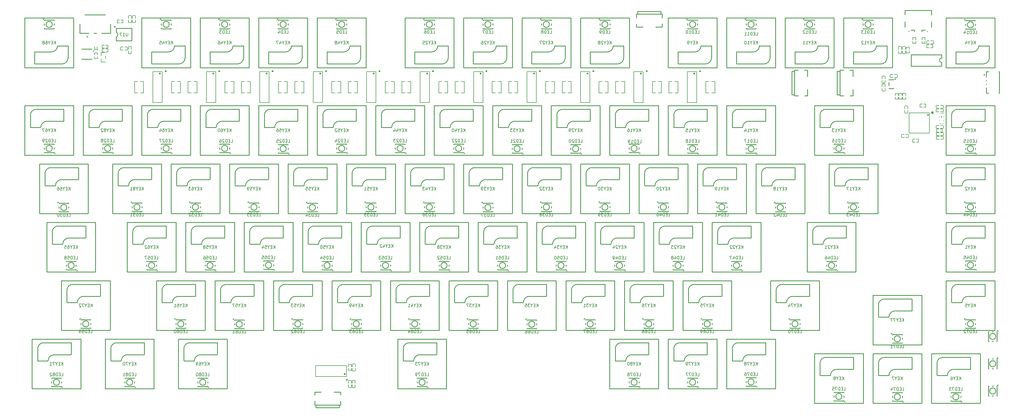
<source format=gbr>
%TF.GenerationSoftware,KiCad,Pcbnew,8.0.8*%
%TF.CreationDate,2025-06-28T21:49:14+08:00*%
%TF.ProjectId,KeyBoard,4b657942-6f61-4726-942e-6b696361645f,rev?*%
%TF.SameCoordinates,Original*%
%TF.FileFunction,Legend,Bot*%
%TF.FilePolarity,Positive*%
%FSLAX46Y46*%
G04 Gerber Fmt 4.6, Leading zero omitted, Abs format (unit mm)*
G04 Created by KiCad (PCBNEW 8.0.8) date 2025-06-28 21:49:14*
%MOMM*%
%LPD*%
G01*
G04 APERTURE LIST*
%ADD10C,0.150000*%
%ADD11C,0.254000*%
%ADD12C,0.000000*%
%ADD13C,0.130000*%
%ADD14C,0.152500*%
%ADD15C,0.300000*%
%ADD16C,0.200000*%
%ADD17C,0.400000*%
%ADD18C,0.100000*%
G04 APERTURE END LIST*
D10*
X439899538Y-120805099D02*
X440375728Y-120805099D01*
X440375728Y-120805099D02*
X440375728Y-119805099D01*
X439566204Y-120281289D02*
X439232871Y-120281289D01*
X439090014Y-120805099D02*
X439566204Y-120805099D01*
X439566204Y-120805099D02*
X439566204Y-119805099D01*
X439566204Y-119805099D02*
X439090014Y-119805099D01*
X438661442Y-120805099D02*
X438661442Y-119805099D01*
X438661442Y-119805099D02*
X438423347Y-119805099D01*
X438423347Y-119805099D02*
X438280490Y-119852718D01*
X438280490Y-119852718D02*
X438185252Y-119947956D01*
X438185252Y-119947956D02*
X438137633Y-120043194D01*
X438137633Y-120043194D02*
X438090014Y-120233670D01*
X438090014Y-120233670D02*
X438090014Y-120376527D01*
X438090014Y-120376527D02*
X438137633Y-120567003D01*
X438137633Y-120567003D02*
X438185252Y-120662241D01*
X438185252Y-120662241D02*
X438280490Y-120757480D01*
X438280490Y-120757480D02*
X438423347Y-120805099D01*
X438423347Y-120805099D02*
X438661442Y-120805099D01*
X437756680Y-119805099D02*
X437090014Y-119805099D01*
X437090014Y-119805099D02*
X437518585Y-120805099D01*
X436661442Y-120805099D02*
X436470966Y-120805099D01*
X436470966Y-120805099D02*
X436375728Y-120757480D01*
X436375728Y-120757480D02*
X436328109Y-120709860D01*
X436328109Y-120709860D02*
X436232871Y-120567003D01*
X436232871Y-120567003D02*
X436185252Y-120376527D01*
X436185252Y-120376527D02*
X436185252Y-119995575D01*
X436185252Y-119995575D02*
X436232871Y-119900337D01*
X436232871Y-119900337D02*
X436280490Y-119852718D01*
X436280490Y-119852718D02*
X436375728Y-119805099D01*
X436375728Y-119805099D02*
X436566204Y-119805099D01*
X436566204Y-119805099D02*
X436661442Y-119852718D01*
X436661442Y-119852718D02*
X436709061Y-119900337D01*
X436709061Y-119900337D02*
X436756680Y-119995575D01*
X436756680Y-119995575D02*
X436756680Y-120233670D01*
X436756680Y-120233670D02*
X436709061Y-120328908D01*
X436709061Y-120328908D02*
X436661442Y-120376527D01*
X436661442Y-120376527D02*
X436566204Y-120424146D01*
X436566204Y-120424146D02*
X436375728Y-120424146D01*
X436375728Y-120424146D02*
X436280490Y-120376527D01*
X436280490Y-120376527D02*
X436232871Y-120328908D01*
X436232871Y-120328908D02*
X436185252Y-120233670D01*
X428824887Y-78854419D02*
X428824887Y-77854419D01*
X428253459Y-78854419D02*
X428682030Y-78282990D01*
X428253459Y-77854419D02*
X428824887Y-78425847D01*
X427824887Y-78330609D02*
X427491554Y-78330609D01*
X427348697Y-78854419D02*
X427824887Y-78854419D01*
X427824887Y-78854419D02*
X427824887Y-77854419D01*
X427824887Y-77854419D02*
X427348697Y-77854419D01*
X426729649Y-78378228D02*
X426729649Y-78854419D01*
X427062982Y-77854419D02*
X426729649Y-78378228D01*
X426729649Y-78378228D02*
X426396316Y-77854419D01*
X425634411Y-78187752D02*
X425634411Y-78854419D01*
X425872506Y-77806800D02*
X426110601Y-78521085D01*
X426110601Y-78521085D02*
X425491554Y-78521085D01*
X425158220Y-77949657D02*
X425110601Y-77902038D01*
X425110601Y-77902038D02*
X425015363Y-77854419D01*
X425015363Y-77854419D02*
X424777268Y-77854419D01*
X424777268Y-77854419D02*
X424682030Y-77902038D01*
X424682030Y-77902038D02*
X424634411Y-77949657D01*
X424634411Y-77949657D02*
X424586792Y-78044895D01*
X424586792Y-78044895D02*
X424586792Y-78140133D01*
X424586792Y-78140133D02*
X424634411Y-78282990D01*
X424634411Y-78282990D02*
X425205839Y-78854419D01*
X425205839Y-78854419D02*
X424586792Y-78854419D01*
X547557037Y-12529219D02*
X547557037Y-11529219D01*
X546985609Y-12529219D02*
X547414180Y-11957790D01*
X546985609Y-11529219D02*
X547557037Y-12100647D01*
X546557037Y-12005409D02*
X546223704Y-12005409D01*
X546080847Y-12529219D02*
X546557037Y-12529219D01*
X546557037Y-12529219D02*
X546557037Y-11529219D01*
X546557037Y-11529219D02*
X546080847Y-11529219D01*
X545461799Y-12053028D02*
X545461799Y-12529219D01*
X545795132Y-11529219D02*
X545461799Y-12053028D01*
X545461799Y-12053028D02*
X545128466Y-11529219D01*
X544271323Y-12529219D02*
X544842751Y-12529219D01*
X544557037Y-12529219D02*
X544557037Y-11529219D01*
X544557037Y-11529219D02*
X544652275Y-11672076D01*
X544652275Y-11672076D02*
X544747513Y-11767314D01*
X544747513Y-11767314D02*
X544842751Y-11814933D01*
X543652275Y-11529219D02*
X543557037Y-11529219D01*
X543557037Y-11529219D02*
X543461799Y-11576838D01*
X543461799Y-11576838D02*
X543414180Y-11624457D01*
X543414180Y-11624457D02*
X543366561Y-11719695D01*
X543366561Y-11719695D02*
X543318942Y-11910171D01*
X543318942Y-11910171D02*
X543318942Y-12148266D01*
X543318942Y-12148266D02*
X543366561Y-12338742D01*
X543366561Y-12338742D02*
X543414180Y-12433980D01*
X543414180Y-12433980D02*
X543461799Y-12481600D01*
X543461799Y-12481600D02*
X543557037Y-12529219D01*
X543557037Y-12529219D02*
X543652275Y-12529219D01*
X543652275Y-12529219D02*
X543747513Y-12481600D01*
X543747513Y-12481600D02*
X543795132Y-12433980D01*
X543795132Y-12433980D02*
X543842751Y-12338742D01*
X543842751Y-12338742D02*
X543890370Y-12148266D01*
X543890370Y-12148266D02*
X543890370Y-11910171D01*
X543890370Y-11910171D02*
X543842751Y-11719695D01*
X543842751Y-11719695D02*
X543795132Y-11624457D01*
X543795132Y-11624457D02*
X543747513Y-11576838D01*
X543747513Y-11576838D02*
X543652275Y-11529219D01*
X618518697Y-41104419D02*
X618518697Y-40104419D01*
X617947269Y-41104419D02*
X618375840Y-40532990D01*
X617947269Y-40104419D02*
X618518697Y-40675847D01*
X617518697Y-40580609D02*
X617185364Y-40580609D01*
X617042507Y-41104419D02*
X617518697Y-41104419D01*
X617518697Y-41104419D02*
X617518697Y-40104419D01*
X617518697Y-40104419D02*
X617042507Y-40104419D01*
X616423459Y-40628228D02*
X616423459Y-41104419D01*
X616756792Y-40104419D02*
X616423459Y-40628228D01*
X616423459Y-40628228D02*
X616090126Y-40104419D01*
X615852030Y-40104419D02*
X615232983Y-40104419D01*
X615232983Y-40104419D02*
X615566316Y-40485371D01*
X615566316Y-40485371D02*
X615423459Y-40485371D01*
X615423459Y-40485371D02*
X615328221Y-40532990D01*
X615328221Y-40532990D02*
X615280602Y-40580609D01*
X615280602Y-40580609D02*
X615232983Y-40675847D01*
X615232983Y-40675847D02*
X615232983Y-40913942D01*
X615232983Y-40913942D02*
X615280602Y-41009180D01*
X615280602Y-41009180D02*
X615328221Y-41056800D01*
X615328221Y-41056800D02*
X615423459Y-41104419D01*
X615423459Y-41104419D02*
X615709173Y-41104419D01*
X615709173Y-41104419D02*
X615804411Y-41056800D01*
X615804411Y-41056800D02*
X615852030Y-41009180D01*
X395157012Y-12529219D02*
X395157012Y-11529219D01*
X394585584Y-12529219D02*
X395014155Y-11957790D01*
X394585584Y-11529219D02*
X395157012Y-12100647D01*
X394157012Y-12005409D02*
X393823679Y-12005409D01*
X393680822Y-12529219D02*
X394157012Y-12529219D01*
X394157012Y-12529219D02*
X394157012Y-11529219D01*
X394157012Y-11529219D02*
X393680822Y-11529219D01*
X393061774Y-12053028D02*
X393061774Y-12529219D01*
X393395107Y-11529219D02*
X393061774Y-12053028D01*
X393061774Y-12053028D02*
X392728441Y-11529219D01*
X391966536Y-11862552D02*
X391966536Y-12529219D01*
X392204631Y-11481600D02*
X392442726Y-12195885D01*
X392442726Y-12195885D02*
X391823679Y-12195885D01*
X391537964Y-11529219D02*
X390871298Y-11529219D01*
X390871298Y-11529219D02*
X391299869Y-12529219D01*
X595181887Y-103017119D02*
X595181887Y-102017119D01*
X594610459Y-103017119D02*
X595039030Y-102445690D01*
X594610459Y-102017119D02*
X595181887Y-102588547D01*
X594181887Y-102493309D02*
X593848554Y-102493309D01*
X593705697Y-103017119D02*
X594181887Y-103017119D01*
X594181887Y-103017119D02*
X594181887Y-102017119D01*
X594181887Y-102017119D02*
X593705697Y-102017119D01*
X593086649Y-102540928D02*
X593086649Y-103017119D01*
X593419982Y-102017119D02*
X593086649Y-102540928D01*
X593086649Y-102540928D02*
X592753316Y-102017119D01*
X592515220Y-102017119D02*
X591848554Y-102017119D01*
X591848554Y-102017119D02*
X592277125Y-103017119D01*
X591562839Y-102017119D02*
X590896173Y-102017119D01*
X590896173Y-102017119D02*
X591324744Y-103017119D01*
X408944738Y-82705019D02*
X409420928Y-82705019D01*
X409420928Y-82705019D02*
X409420928Y-81705019D01*
X408611404Y-82181209D02*
X408278071Y-82181209D01*
X408135214Y-82705019D02*
X408611404Y-82705019D01*
X408611404Y-82705019D02*
X408611404Y-81705019D01*
X408611404Y-81705019D02*
X408135214Y-81705019D01*
X407706642Y-82705019D02*
X407706642Y-81705019D01*
X407706642Y-81705019D02*
X407468547Y-81705019D01*
X407468547Y-81705019D02*
X407325690Y-81752638D01*
X407325690Y-81752638D02*
X407230452Y-81847876D01*
X407230452Y-81847876D02*
X407182833Y-81943114D01*
X407182833Y-81943114D02*
X407135214Y-82133590D01*
X407135214Y-82133590D02*
X407135214Y-82276447D01*
X407135214Y-82276447D02*
X407182833Y-82466923D01*
X407182833Y-82466923D02*
X407230452Y-82562161D01*
X407230452Y-82562161D02*
X407325690Y-82657400D01*
X407325690Y-82657400D02*
X407468547Y-82705019D01*
X407468547Y-82705019D02*
X407706642Y-82705019D01*
X406230452Y-81705019D02*
X406706642Y-81705019D01*
X406706642Y-81705019D02*
X406754261Y-82181209D01*
X406754261Y-82181209D02*
X406706642Y-82133590D01*
X406706642Y-82133590D02*
X406611404Y-82085971D01*
X406611404Y-82085971D02*
X406373309Y-82085971D01*
X406373309Y-82085971D02*
X406278071Y-82133590D01*
X406278071Y-82133590D02*
X406230452Y-82181209D01*
X406230452Y-82181209D02*
X406182833Y-82276447D01*
X406182833Y-82276447D02*
X406182833Y-82514542D01*
X406182833Y-82514542D02*
X406230452Y-82609780D01*
X406230452Y-82609780D02*
X406278071Y-82657400D01*
X406278071Y-82657400D02*
X406373309Y-82705019D01*
X406373309Y-82705019D02*
X406611404Y-82705019D01*
X406611404Y-82705019D02*
X406706642Y-82657400D01*
X406706642Y-82657400D02*
X406754261Y-82609780D01*
X405325690Y-82038352D02*
X405325690Y-82705019D01*
X405563785Y-81657400D02*
X405801880Y-82371685D01*
X405801880Y-82371685D02*
X405182833Y-82371685D01*
X514219887Y-98254619D02*
X514219887Y-97254619D01*
X513648459Y-98254619D02*
X514077030Y-97683190D01*
X513648459Y-97254619D02*
X514219887Y-97826047D01*
X513219887Y-97730809D02*
X512886554Y-97730809D01*
X512743697Y-98254619D02*
X513219887Y-98254619D01*
X513219887Y-98254619D02*
X513219887Y-97254619D01*
X513219887Y-97254619D02*
X512743697Y-97254619D01*
X512124649Y-97778428D02*
X512124649Y-98254619D01*
X512457982Y-97254619D02*
X512124649Y-97778428D01*
X512124649Y-97778428D02*
X511791316Y-97254619D01*
X511553220Y-97254619D02*
X510886554Y-97254619D01*
X510886554Y-97254619D02*
X511315125Y-98254619D01*
X510077030Y-97254619D02*
X510267506Y-97254619D01*
X510267506Y-97254619D02*
X510362744Y-97302238D01*
X510362744Y-97302238D02*
X510410363Y-97349857D01*
X510410363Y-97349857D02*
X510505601Y-97492714D01*
X510505601Y-97492714D02*
X510553220Y-97683190D01*
X510553220Y-97683190D02*
X510553220Y-98064142D01*
X510553220Y-98064142D02*
X510505601Y-98159380D01*
X510505601Y-98159380D02*
X510457982Y-98207000D01*
X510457982Y-98207000D02*
X510362744Y-98254619D01*
X510362744Y-98254619D02*
X510172268Y-98254619D01*
X510172268Y-98254619D02*
X510077030Y-98207000D01*
X510077030Y-98207000D02*
X510029411Y-98159380D01*
X510029411Y-98159380D02*
X509981792Y-98064142D01*
X509981792Y-98064142D02*
X509981792Y-97826047D01*
X509981792Y-97826047D02*
X510029411Y-97730809D01*
X510029411Y-97730809D02*
X510077030Y-97683190D01*
X510077030Y-97683190D02*
X510172268Y-97635571D01*
X510172268Y-97635571D02*
X510362744Y-97635571D01*
X510362744Y-97635571D02*
X510457982Y-97683190D01*
X510457982Y-97683190D02*
X510505601Y-97730809D01*
X510505601Y-97730809D02*
X510553220Y-97826047D01*
X399919387Y-98254619D02*
X399919387Y-97254619D01*
X399347959Y-98254619D02*
X399776530Y-97683190D01*
X399347959Y-97254619D02*
X399919387Y-97826047D01*
X398919387Y-97730809D02*
X398586054Y-97730809D01*
X398443197Y-98254619D02*
X398919387Y-98254619D01*
X398919387Y-98254619D02*
X398919387Y-97254619D01*
X398919387Y-97254619D02*
X398443197Y-97254619D01*
X397824149Y-97778428D02*
X397824149Y-98254619D01*
X398157482Y-97254619D02*
X397824149Y-97778428D01*
X397824149Y-97778428D02*
X397490816Y-97254619D01*
X396681292Y-97254619D02*
X397157482Y-97254619D01*
X397157482Y-97254619D02*
X397205101Y-97730809D01*
X397205101Y-97730809D02*
X397157482Y-97683190D01*
X397157482Y-97683190D02*
X397062244Y-97635571D01*
X397062244Y-97635571D02*
X396824149Y-97635571D01*
X396824149Y-97635571D02*
X396728911Y-97683190D01*
X396728911Y-97683190D02*
X396681292Y-97730809D01*
X396681292Y-97730809D02*
X396633673Y-97826047D01*
X396633673Y-97826047D02*
X396633673Y-98064142D01*
X396633673Y-98064142D02*
X396681292Y-98159380D01*
X396681292Y-98159380D02*
X396728911Y-98207000D01*
X396728911Y-98207000D02*
X396824149Y-98254619D01*
X396824149Y-98254619D02*
X397062244Y-98254619D01*
X397062244Y-98254619D02*
X397157482Y-98207000D01*
X397157482Y-98207000D02*
X397205101Y-98159380D01*
X396300339Y-97254619D02*
X395681292Y-97254619D01*
X395681292Y-97254619D02*
X396014625Y-97635571D01*
X396014625Y-97635571D02*
X395871768Y-97635571D01*
X395871768Y-97635571D02*
X395776530Y-97683190D01*
X395776530Y-97683190D02*
X395728911Y-97730809D01*
X395728911Y-97730809D02*
X395681292Y-97826047D01*
X395681292Y-97826047D02*
X395681292Y-98064142D01*
X395681292Y-98064142D02*
X395728911Y-98159380D01*
X395728911Y-98159380D02*
X395776530Y-98207000D01*
X395776530Y-98207000D02*
X395871768Y-98254619D01*
X395871768Y-98254619D02*
X396157482Y-98254619D01*
X396157482Y-98254619D02*
X396252720Y-98207000D01*
X396252720Y-98207000D02*
X396300339Y-98159380D01*
X508957538Y-120805099D02*
X509433728Y-120805099D01*
X509433728Y-120805099D02*
X509433728Y-119805099D01*
X508624204Y-120281289D02*
X508290871Y-120281289D01*
X508148014Y-120805099D02*
X508624204Y-120805099D01*
X508624204Y-120805099D02*
X508624204Y-119805099D01*
X508624204Y-119805099D02*
X508148014Y-119805099D01*
X507719442Y-120805099D02*
X507719442Y-119805099D01*
X507719442Y-119805099D02*
X507481347Y-119805099D01*
X507481347Y-119805099D02*
X507338490Y-119852718D01*
X507338490Y-119852718D02*
X507243252Y-119947956D01*
X507243252Y-119947956D02*
X507195633Y-120043194D01*
X507195633Y-120043194D02*
X507148014Y-120233670D01*
X507148014Y-120233670D02*
X507148014Y-120376527D01*
X507148014Y-120376527D02*
X507195633Y-120567003D01*
X507195633Y-120567003D02*
X507243252Y-120662241D01*
X507243252Y-120662241D02*
X507338490Y-120757480D01*
X507338490Y-120757480D02*
X507481347Y-120805099D01*
X507481347Y-120805099D02*
X507719442Y-120805099D01*
X506814680Y-119805099D02*
X506148014Y-119805099D01*
X506148014Y-119805099D02*
X506576585Y-120805099D01*
X505624204Y-120233670D02*
X505719442Y-120186051D01*
X505719442Y-120186051D02*
X505767061Y-120138432D01*
X505767061Y-120138432D02*
X505814680Y-120043194D01*
X505814680Y-120043194D02*
X505814680Y-119995575D01*
X505814680Y-119995575D02*
X505767061Y-119900337D01*
X505767061Y-119900337D02*
X505719442Y-119852718D01*
X505719442Y-119852718D02*
X505624204Y-119805099D01*
X505624204Y-119805099D02*
X505433728Y-119805099D01*
X505433728Y-119805099D02*
X505338490Y-119852718D01*
X505338490Y-119852718D02*
X505290871Y-119900337D01*
X505290871Y-119900337D02*
X505243252Y-119995575D01*
X505243252Y-119995575D02*
X505243252Y-120043194D01*
X505243252Y-120043194D02*
X505290871Y-120138432D01*
X505290871Y-120138432D02*
X505338490Y-120186051D01*
X505338490Y-120186051D02*
X505433728Y-120233670D01*
X505433728Y-120233670D02*
X505624204Y-120233670D01*
X505624204Y-120233670D02*
X505719442Y-120281289D01*
X505719442Y-120281289D02*
X505767061Y-120328908D01*
X505767061Y-120328908D02*
X505814680Y-120424146D01*
X505814680Y-120424146D02*
X505814680Y-120614622D01*
X505814680Y-120614622D02*
X505767061Y-120709860D01*
X505767061Y-120709860D02*
X505719442Y-120757480D01*
X505719442Y-120757480D02*
X505624204Y-120805099D01*
X505624204Y-120805099D02*
X505433728Y-120805099D01*
X505433728Y-120805099D02*
X505338490Y-120757480D01*
X505338490Y-120757480D02*
X505290871Y-120709860D01*
X505290871Y-120709860D02*
X505243252Y-120614622D01*
X505243252Y-120614622D02*
X505243252Y-120424146D01*
X505243252Y-120424146D02*
X505290871Y-120328908D01*
X505290871Y-120328908D02*
X505338490Y-120281289D01*
X505338490Y-120281289D02*
X505433728Y-120233670D01*
X437519538Y-106755119D02*
X437995728Y-106755119D01*
X437995728Y-106755119D02*
X437995728Y-105755119D01*
X437186204Y-106231309D02*
X436852871Y-106231309D01*
X436710014Y-106755119D02*
X437186204Y-106755119D01*
X437186204Y-106755119D02*
X437186204Y-105755119D01*
X437186204Y-105755119D02*
X436710014Y-105755119D01*
X436281442Y-106755119D02*
X436281442Y-105755119D01*
X436281442Y-105755119D02*
X436043347Y-105755119D01*
X436043347Y-105755119D02*
X435900490Y-105802738D01*
X435900490Y-105802738D02*
X435805252Y-105897976D01*
X435805252Y-105897976D02*
X435757633Y-105993214D01*
X435757633Y-105993214D02*
X435710014Y-106183690D01*
X435710014Y-106183690D02*
X435710014Y-106326547D01*
X435710014Y-106326547D02*
X435757633Y-106517023D01*
X435757633Y-106517023D02*
X435805252Y-106612261D01*
X435805252Y-106612261D02*
X435900490Y-106707500D01*
X435900490Y-106707500D02*
X436043347Y-106755119D01*
X436043347Y-106755119D02*
X436281442Y-106755119D01*
X434852871Y-105755119D02*
X435043347Y-105755119D01*
X435043347Y-105755119D02*
X435138585Y-105802738D01*
X435138585Y-105802738D02*
X435186204Y-105850357D01*
X435186204Y-105850357D02*
X435281442Y-105993214D01*
X435281442Y-105993214D02*
X435329061Y-106183690D01*
X435329061Y-106183690D02*
X435329061Y-106564642D01*
X435329061Y-106564642D02*
X435281442Y-106659880D01*
X435281442Y-106659880D02*
X435233823Y-106707500D01*
X435233823Y-106707500D02*
X435138585Y-106755119D01*
X435138585Y-106755119D02*
X434948109Y-106755119D01*
X434948109Y-106755119D02*
X434852871Y-106707500D01*
X434852871Y-106707500D02*
X434805252Y-106659880D01*
X434805252Y-106659880D02*
X434757633Y-106564642D01*
X434757633Y-106564642D02*
X434757633Y-106326547D01*
X434757633Y-106326547D02*
X434805252Y-106231309D01*
X434805252Y-106231309D02*
X434852871Y-106183690D01*
X434852871Y-106183690D02*
X434948109Y-106136071D01*
X434948109Y-106136071D02*
X435138585Y-106136071D01*
X435138585Y-106136071D02*
X435233823Y-106183690D01*
X435233823Y-106183690D02*
X435281442Y-106231309D01*
X435281442Y-106231309D02*
X435329061Y-106326547D01*
X433900490Y-106088452D02*
X433900490Y-106755119D01*
X434138585Y-105707500D02*
X434376680Y-106421785D01*
X434376680Y-106421785D02*
X433757633Y-106421785D01*
X361819387Y-98254619D02*
X361819387Y-97254619D01*
X361247959Y-98254619D02*
X361676530Y-97683190D01*
X361247959Y-97254619D02*
X361819387Y-97826047D01*
X360819387Y-97730809D02*
X360486054Y-97730809D01*
X360343197Y-98254619D02*
X360819387Y-98254619D01*
X360819387Y-98254619D02*
X360819387Y-97254619D01*
X360819387Y-97254619D02*
X360343197Y-97254619D01*
X359724149Y-97778428D02*
X359724149Y-98254619D01*
X360057482Y-97254619D02*
X359724149Y-97778428D01*
X359724149Y-97778428D02*
X359390816Y-97254619D01*
X358628911Y-97254619D02*
X358819387Y-97254619D01*
X358819387Y-97254619D02*
X358914625Y-97302238D01*
X358914625Y-97302238D02*
X358962244Y-97349857D01*
X358962244Y-97349857D02*
X359057482Y-97492714D01*
X359057482Y-97492714D02*
X359105101Y-97683190D01*
X359105101Y-97683190D02*
X359105101Y-98064142D01*
X359105101Y-98064142D02*
X359057482Y-98159380D01*
X359057482Y-98159380D02*
X359009863Y-98207000D01*
X359009863Y-98207000D02*
X358914625Y-98254619D01*
X358914625Y-98254619D02*
X358724149Y-98254619D01*
X358724149Y-98254619D02*
X358628911Y-98207000D01*
X358628911Y-98207000D02*
X358581292Y-98159380D01*
X358581292Y-98159380D02*
X358533673Y-98064142D01*
X358533673Y-98064142D02*
X358533673Y-97826047D01*
X358533673Y-97826047D02*
X358581292Y-97730809D01*
X358581292Y-97730809D02*
X358628911Y-97683190D01*
X358628911Y-97683190D02*
X358724149Y-97635571D01*
X358724149Y-97635571D02*
X358914625Y-97635571D01*
X358914625Y-97635571D02*
X359009863Y-97683190D01*
X359009863Y-97683190D02*
X359057482Y-97730809D01*
X359057482Y-97730809D02*
X359105101Y-97826047D01*
X357581292Y-98254619D02*
X358152720Y-98254619D01*
X357867006Y-98254619D02*
X357867006Y-97254619D01*
X357867006Y-97254619D02*
X357962244Y-97397476D01*
X357962244Y-97397476D02*
X358057482Y-97492714D01*
X358057482Y-97492714D02*
X358152720Y-97540333D01*
X323219698Y-68770019D02*
X323695888Y-68770019D01*
X323695888Y-68770019D02*
X323695888Y-67770019D01*
X322886364Y-68246209D02*
X322553031Y-68246209D01*
X322410174Y-68770019D02*
X322886364Y-68770019D01*
X322886364Y-68770019D02*
X322886364Y-67770019D01*
X322886364Y-67770019D02*
X322410174Y-67770019D01*
X321981602Y-68770019D02*
X321981602Y-67770019D01*
X321981602Y-67770019D02*
X321743507Y-67770019D01*
X321743507Y-67770019D02*
X321600650Y-67817638D01*
X321600650Y-67817638D02*
X321505412Y-67912876D01*
X321505412Y-67912876D02*
X321457793Y-68008114D01*
X321457793Y-68008114D02*
X321410174Y-68198590D01*
X321410174Y-68198590D02*
X321410174Y-68341447D01*
X321410174Y-68341447D02*
X321457793Y-68531923D01*
X321457793Y-68531923D02*
X321505412Y-68627161D01*
X321505412Y-68627161D02*
X321600650Y-68722400D01*
X321600650Y-68722400D02*
X321743507Y-68770019D01*
X321743507Y-68770019D02*
X321981602Y-68770019D01*
X321076840Y-67770019D02*
X320457793Y-67770019D01*
X320457793Y-67770019D02*
X320791126Y-68150971D01*
X320791126Y-68150971D02*
X320648269Y-68150971D01*
X320648269Y-68150971D02*
X320553031Y-68198590D01*
X320553031Y-68198590D02*
X320505412Y-68246209D01*
X320505412Y-68246209D02*
X320457793Y-68341447D01*
X320457793Y-68341447D02*
X320457793Y-68579542D01*
X320457793Y-68579542D02*
X320505412Y-68674780D01*
X320505412Y-68674780D02*
X320553031Y-68722400D01*
X320553031Y-68722400D02*
X320648269Y-68770019D01*
X320648269Y-68770019D02*
X320933983Y-68770019D01*
X320933983Y-68770019D02*
X321029221Y-68722400D01*
X321029221Y-68722400D02*
X321076840Y-68674780D01*
X319838745Y-67770019D02*
X319743507Y-67770019D01*
X319743507Y-67770019D02*
X319648269Y-67817638D01*
X319648269Y-67817638D02*
X319600650Y-67865257D01*
X319600650Y-67865257D02*
X319553031Y-67960495D01*
X319553031Y-67960495D02*
X319505412Y-68150971D01*
X319505412Y-68150971D02*
X319505412Y-68389066D01*
X319505412Y-68389066D02*
X319553031Y-68579542D01*
X319553031Y-68579542D02*
X319600650Y-68674780D01*
X319600650Y-68674780D02*
X319648269Y-68722400D01*
X319648269Y-68722400D02*
X319743507Y-68770019D01*
X319743507Y-68770019D02*
X319838745Y-68770019D01*
X319838745Y-68770019D02*
X319933983Y-68722400D01*
X319933983Y-68722400D02*
X319981602Y-68674780D01*
X319981602Y-68674780D02*
X320029221Y-68579542D01*
X320029221Y-68579542D02*
X320076840Y-68389066D01*
X320076840Y-68389066D02*
X320076840Y-68150971D01*
X320076840Y-68150971D02*
X320029221Y-67960495D01*
X320029221Y-67960495D02*
X319981602Y-67865257D01*
X319981602Y-67865257D02*
X319933983Y-67817638D01*
X319933983Y-67817638D02*
X319838745Y-67770019D01*
X528007538Y-120805099D02*
X528483728Y-120805099D01*
X528483728Y-120805099D02*
X528483728Y-119805099D01*
X527674204Y-120281289D02*
X527340871Y-120281289D01*
X527198014Y-120805099D02*
X527674204Y-120805099D01*
X527674204Y-120805099D02*
X527674204Y-119805099D01*
X527674204Y-119805099D02*
X527198014Y-119805099D01*
X526769442Y-120805099D02*
X526769442Y-119805099D01*
X526769442Y-119805099D02*
X526531347Y-119805099D01*
X526531347Y-119805099D02*
X526388490Y-119852718D01*
X526388490Y-119852718D02*
X526293252Y-119947956D01*
X526293252Y-119947956D02*
X526245633Y-120043194D01*
X526245633Y-120043194D02*
X526198014Y-120233670D01*
X526198014Y-120233670D02*
X526198014Y-120376527D01*
X526198014Y-120376527D02*
X526245633Y-120567003D01*
X526245633Y-120567003D02*
X526293252Y-120662241D01*
X526293252Y-120662241D02*
X526388490Y-120757480D01*
X526388490Y-120757480D02*
X526531347Y-120805099D01*
X526531347Y-120805099D02*
X526769442Y-120805099D01*
X525864680Y-119805099D02*
X525198014Y-119805099D01*
X525198014Y-119805099D02*
X525626585Y-120805099D01*
X524912299Y-119805099D02*
X524245633Y-119805099D01*
X524245633Y-119805099D02*
X524674204Y-120805099D01*
X576131887Y-41104419D02*
X576131887Y-40104419D01*
X575560459Y-41104419D02*
X575989030Y-40532990D01*
X575560459Y-40104419D02*
X576131887Y-40675847D01*
X575131887Y-40580609D02*
X574798554Y-40580609D01*
X574655697Y-41104419D02*
X575131887Y-41104419D01*
X575131887Y-41104419D02*
X575131887Y-40104419D01*
X575131887Y-40104419D02*
X574655697Y-40104419D01*
X574036649Y-40628228D02*
X574036649Y-41104419D01*
X574369982Y-40104419D02*
X574036649Y-40628228D01*
X574036649Y-40628228D02*
X573703316Y-40104419D01*
X572846173Y-41104419D02*
X573417601Y-41104419D01*
X573131887Y-41104419D02*
X573131887Y-40104419D01*
X573131887Y-40104419D02*
X573227125Y-40247276D01*
X573227125Y-40247276D02*
X573322363Y-40342514D01*
X573322363Y-40342514D02*
X573417601Y-40390133D01*
X572512839Y-40104419D02*
X571893792Y-40104419D01*
X571893792Y-40104419D02*
X572227125Y-40485371D01*
X572227125Y-40485371D02*
X572084268Y-40485371D01*
X572084268Y-40485371D02*
X571989030Y-40532990D01*
X571989030Y-40532990D02*
X571941411Y-40580609D01*
X571941411Y-40580609D02*
X571893792Y-40675847D01*
X571893792Y-40675847D02*
X571893792Y-40913942D01*
X571893792Y-40913942D02*
X571941411Y-41009180D01*
X571941411Y-41009180D02*
X571989030Y-41056800D01*
X571989030Y-41056800D02*
X572084268Y-41104419D01*
X572084268Y-41104419D02*
X572369982Y-41104419D01*
X572369982Y-41104419D02*
X572465220Y-41056800D01*
X572465220Y-41056800D02*
X572512839Y-41009180D01*
X357057012Y-12529219D02*
X357057012Y-11529219D01*
X356485584Y-12529219D02*
X356914155Y-11957790D01*
X356485584Y-11529219D02*
X357057012Y-12100647D01*
X356057012Y-12005409D02*
X355723679Y-12005409D01*
X355580822Y-12529219D02*
X356057012Y-12529219D01*
X356057012Y-12529219D02*
X356057012Y-11529219D01*
X356057012Y-11529219D02*
X355580822Y-11529219D01*
X354961774Y-12053028D02*
X354961774Y-12529219D01*
X355295107Y-11529219D02*
X354961774Y-12053028D01*
X354961774Y-12053028D02*
X354628441Y-11529219D01*
X353866536Y-11862552D02*
X353866536Y-12529219D01*
X354104631Y-11481600D02*
X354342726Y-12195885D01*
X354342726Y-12195885D02*
X353723679Y-12195885D01*
X352866536Y-11529219D02*
X353342726Y-11529219D01*
X353342726Y-11529219D02*
X353390345Y-12005409D01*
X353390345Y-12005409D02*
X353342726Y-11957790D01*
X353342726Y-11957790D02*
X353247488Y-11910171D01*
X353247488Y-11910171D02*
X353009393Y-11910171D01*
X353009393Y-11910171D02*
X352914155Y-11957790D01*
X352914155Y-11957790D02*
X352866536Y-12005409D01*
X352866536Y-12005409D02*
X352818917Y-12100647D01*
X352818917Y-12100647D02*
X352818917Y-12338742D01*
X352818917Y-12338742D02*
X352866536Y-12433980D01*
X352866536Y-12433980D02*
X352914155Y-12481600D01*
X352914155Y-12481600D02*
X353009393Y-12529219D01*
X353009393Y-12529219D02*
X353247488Y-12529219D01*
X353247488Y-12529219D02*
X353342726Y-12481600D01*
X353342726Y-12481600D02*
X353390345Y-12433980D01*
X537532538Y-68655019D02*
X538008728Y-68655019D01*
X538008728Y-68655019D02*
X538008728Y-67655019D01*
X537199204Y-68131209D02*
X536865871Y-68131209D01*
X536723014Y-68655019D02*
X537199204Y-68655019D01*
X537199204Y-68655019D02*
X537199204Y-67655019D01*
X537199204Y-67655019D02*
X536723014Y-67655019D01*
X536294442Y-68655019D02*
X536294442Y-67655019D01*
X536294442Y-67655019D02*
X536056347Y-67655019D01*
X536056347Y-67655019D02*
X535913490Y-67702638D01*
X535913490Y-67702638D02*
X535818252Y-67797876D01*
X535818252Y-67797876D02*
X535770633Y-67893114D01*
X535770633Y-67893114D02*
X535723014Y-68083590D01*
X535723014Y-68083590D02*
X535723014Y-68226447D01*
X535723014Y-68226447D02*
X535770633Y-68416923D01*
X535770633Y-68416923D02*
X535818252Y-68512161D01*
X535818252Y-68512161D02*
X535913490Y-68607400D01*
X535913490Y-68607400D02*
X536056347Y-68655019D01*
X536056347Y-68655019D02*
X536294442Y-68655019D01*
X534865871Y-67988352D02*
X534865871Y-68655019D01*
X535103966Y-67607400D02*
X535342061Y-68321685D01*
X535342061Y-68321685D02*
X534723014Y-68321685D01*
X533818252Y-68655019D02*
X534389680Y-68655019D01*
X534103966Y-68655019D02*
X534103966Y-67655019D01*
X534103966Y-67655019D02*
X534199204Y-67797876D01*
X534199204Y-67797876D02*
X534294442Y-67893114D01*
X534294442Y-67893114D02*
X534389680Y-67940733D01*
X489907538Y-44605019D02*
X490383728Y-44605019D01*
X490383728Y-44605019D02*
X490383728Y-43605019D01*
X489574204Y-44081209D02*
X489240871Y-44081209D01*
X489098014Y-44605019D02*
X489574204Y-44605019D01*
X489574204Y-44605019D02*
X489574204Y-43605019D01*
X489574204Y-43605019D02*
X489098014Y-43605019D01*
X488669442Y-44605019D02*
X488669442Y-43605019D01*
X488669442Y-43605019D02*
X488431347Y-43605019D01*
X488431347Y-43605019D02*
X488288490Y-43652638D01*
X488288490Y-43652638D02*
X488193252Y-43747876D01*
X488193252Y-43747876D02*
X488145633Y-43843114D01*
X488145633Y-43843114D02*
X488098014Y-44033590D01*
X488098014Y-44033590D02*
X488098014Y-44176447D01*
X488098014Y-44176447D02*
X488145633Y-44366923D01*
X488145633Y-44366923D02*
X488193252Y-44462161D01*
X488193252Y-44462161D02*
X488288490Y-44557400D01*
X488288490Y-44557400D02*
X488431347Y-44605019D01*
X488431347Y-44605019D02*
X488669442Y-44605019D01*
X487717061Y-43700257D02*
X487669442Y-43652638D01*
X487669442Y-43652638D02*
X487574204Y-43605019D01*
X487574204Y-43605019D02*
X487336109Y-43605019D01*
X487336109Y-43605019D02*
X487240871Y-43652638D01*
X487240871Y-43652638D02*
X487193252Y-43700257D01*
X487193252Y-43700257D02*
X487145633Y-43795495D01*
X487145633Y-43795495D02*
X487145633Y-43890733D01*
X487145633Y-43890733D02*
X487193252Y-44033590D01*
X487193252Y-44033590D02*
X487764680Y-44605019D01*
X487764680Y-44605019D02*
X487145633Y-44605019D01*
X486526585Y-43605019D02*
X486431347Y-43605019D01*
X486431347Y-43605019D02*
X486336109Y-43652638D01*
X486336109Y-43652638D02*
X486288490Y-43700257D01*
X486288490Y-43700257D02*
X486240871Y-43795495D01*
X486240871Y-43795495D02*
X486193252Y-43985971D01*
X486193252Y-43985971D02*
X486193252Y-44224066D01*
X486193252Y-44224066D02*
X486240871Y-44414542D01*
X486240871Y-44414542D02*
X486288490Y-44509780D01*
X486288490Y-44509780D02*
X486336109Y-44557400D01*
X486336109Y-44557400D02*
X486431347Y-44605019D01*
X486431347Y-44605019D02*
X486526585Y-44605019D01*
X486526585Y-44605019D02*
X486621823Y-44557400D01*
X486621823Y-44557400D02*
X486669442Y-44509780D01*
X486669442Y-44509780D02*
X486717061Y-44414542D01*
X486717061Y-44414542D02*
X486764680Y-44224066D01*
X486764680Y-44224066D02*
X486764680Y-43985971D01*
X486764680Y-43985971D02*
X486717061Y-43795495D01*
X486717061Y-43795495D02*
X486669442Y-43700257D01*
X486669442Y-43700257D02*
X486621823Y-43652638D01*
X486621823Y-43652638D02*
X486526585Y-43605019D01*
X423232538Y-68655019D02*
X423708728Y-68655019D01*
X423708728Y-68655019D02*
X423708728Y-67655019D01*
X422899204Y-68131209D02*
X422565871Y-68131209D01*
X422423014Y-68655019D02*
X422899204Y-68655019D01*
X422899204Y-68655019D02*
X422899204Y-67655019D01*
X422899204Y-67655019D02*
X422423014Y-67655019D01*
X421994442Y-68655019D02*
X421994442Y-67655019D01*
X421994442Y-67655019D02*
X421756347Y-67655019D01*
X421756347Y-67655019D02*
X421613490Y-67702638D01*
X421613490Y-67702638D02*
X421518252Y-67797876D01*
X421518252Y-67797876D02*
X421470633Y-67893114D01*
X421470633Y-67893114D02*
X421423014Y-68083590D01*
X421423014Y-68083590D02*
X421423014Y-68226447D01*
X421423014Y-68226447D02*
X421470633Y-68416923D01*
X421470633Y-68416923D02*
X421518252Y-68512161D01*
X421518252Y-68512161D02*
X421613490Y-68607400D01*
X421613490Y-68607400D02*
X421756347Y-68655019D01*
X421756347Y-68655019D02*
X421994442Y-68655019D01*
X421089680Y-67655019D02*
X420470633Y-67655019D01*
X420470633Y-67655019D02*
X420803966Y-68035971D01*
X420803966Y-68035971D02*
X420661109Y-68035971D01*
X420661109Y-68035971D02*
X420565871Y-68083590D01*
X420565871Y-68083590D02*
X420518252Y-68131209D01*
X420518252Y-68131209D02*
X420470633Y-68226447D01*
X420470633Y-68226447D02*
X420470633Y-68464542D01*
X420470633Y-68464542D02*
X420518252Y-68559780D01*
X420518252Y-68559780D02*
X420565871Y-68607400D01*
X420565871Y-68607400D02*
X420661109Y-68655019D01*
X420661109Y-68655019D02*
X420946823Y-68655019D01*
X420946823Y-68655019D02*
X421042061Y-68607400D01*
X421042061Y-68607400D02*
X421089680Y-68559780D01*
X419565871Y-67655019D02*
X420042061Y-67655019D01*
X420042061Y-67655019D02*
X420089680Y-68131209D01*
X420089680Y-68131209D02*
X420042061Y-68083590D01*
X420042061Y-68083590D02*
X419946823Y-68035971D01*
X419946823Y-68035971D02*
X419708728Y-68035971D01*
X419708728Y-68035971D02*
X419613490Y-68083590D01*
X419613490Y-68083590D02*
X419565871Y-68131209D01*
X419565871Y-68131209D02*
X419518252Y-68226447D01*
X419518252Y-68226447D02*
X419518252Y-68464542D01*
X419518252Y-68464542D02*
X419565871Y-68559780D01*
X419565871Y-68559780D02*
X419613490Y-68607400D01*
X419613490Y-68607400D02*
X419708728Y-68655019D01*
X419708728Y-68655019D02*
X419946823Y-68655019D01*
X419946823Y-68655019D02*
X420042061Y-68607400D01*
X420042061Y-68607400D02*
X420089680Y-68559780D01*
X476119887Y-98254619D02*
X476119887Y-97254619D01*
X475548459Y-98254619D02*
X475977030Y-97683190D01*
X475548459Y-97254619D02*
X476119887Y-97826047D01*
X475119887Y-97730809D02*
X474786554Y-97730809D01*
X474643697Y-98254619D02*
X475119887Y-98254619D01*
X475119887Y-98254619D02*
X475119887Y-97254619D01*
X475119887Y-97254619D02*
X474643697Y-97254619D01*
X474024649Y-97778428D02*
X474024649Y-98254619D01*
X474357982Y-97254619D02*
X474024649Y-97778428D01*
X474024649Y-97778428D02*
X473691316Y-97254619D01*
X473453220Y-97254619D02*
X472834173Y-97254619D01*
X472834173Y-97254619D02*
X473167506Y-97635571D01*
X473167506Y-97635571D02*
X473024649Y-97635571D01*
X473024649Y-97635571D02*
X472929411Y-97683190D01*
X472929411Y-97683190D02*
X472881792Y-97730809D01*
X472881792Y-97730809D02*
X472834173Y-97826047D01*
X472834173Y-97826047D02*
X472834173Y-98064142D01*
X472834173Y-98064142D02*
X472881792Y-98159380D01*
X472881792Y-98159380D02*
X472929411Y-98207000D01*
X472929411Y-98207000D02*
X473024649Y-98254619D01*
X473024649Y-98254619D02*
X473310363Y-98254619D01*
X473310363Y-98254619D02*
X473405601Y-98207000D01*
X473405601Y-98207000D02*
X473453220Y-98159380D01*
X471929411Y-97254619D02*
X472405601Y-97254619D01*
X472405601Y-97254619D02*
X472453220Y-97730809D01*
X472453220Y-97730809D02*
X472405601Y-97683190D01*
X472405601Y-97683190D02*
X472310363Y-97635571D01*
X472310363Y-97635571D02*
X472072268Y-97635571D01*
X472072268Y-97635571D02*
X471977030Y-97683190D01*
X471977030Y-97683190D02*
X471929411Y-97730809D01*
X471929411Y-97730809D02*
X471881792Y-97826047D01*
X471881792Y-97826047D02*
X471881792Y-98064142D01*
X471881792Y-98064142D02*
X471929411Y-98159380D01*
X471929411Y-98159380D02*
X471977030Y-98207000D01*
X471977030Y-98207000D02*
X472072268Y-98254619D01*
X472072268Y-98254619D02*
X472310363Y-98254619D01*
X472310363Y-98254619D02*
X472405601Y-98207000D01*
X472405601Y-98207000D02*
X472453220Y-98159380D01*
X427994538Y-82705019D02*
X428470728Y-82705019D01*
X428470728Y-82705019D02*
X428470728Y-81705019D01*
X427661204Y-82181209D02*
X427327871Y-82181209D01*
X427185014Y-82705019D02*
X427661204Y-82705019D01*
X427661204Y-82705019D02*
X427661204Y-81705019D01*
X427661204Y-81705019D02*
X427185014Y-81705019D01*
X426756442Y-82705019D02*
X426756442Y-81705019D01*
X426756442Y-81705019D02*
X426518347Y-81705019D01*
X426518347Y-81705019D02*
X426375490Y-81752638D01*
X426375490Y-81752638D02*
X426280252Y-81847876D01*
X426280252Y-81847876D02*
X426232633Y-81943114D01*
X426232633Y-81943114D02*
X426185014Y-82133590D01*
X426185014Y-82133590D02*
X426185014Y-82276447D01*
X426185014Y-82276447D02*
X426232633Y-82466923D01*
X426232633Y-82466923D02*
X426280252Y-82562161D01*
X426280252Y-82562161D02*
X426375490Y-82657400D01*
X426375490Y-82657400D02*
X426518347Y-82705019D01*
X426518347Y-82705019D02*
X426756442Y-82705019D01*
X425280252Y-81705019D02*
X425756442Y-81705019D01*
X425756442Y-81705019D02*
X425804061Y-82181209D01*
X425804061Y-82181209D02*
X425756442Y-82133590D01*
X425756442Y-82133590D02*
X425661204Y-82085971D01*
X425661204Y-82085971D02*
X425423109Y-82085971D01*
X425423109Y-82085971D02*
X425327871Y-82133590D01*
X425327871Y-82133590D02*
X425280252Y-82181209D01*
X425280252Y-82181209D02*
X425232633Y-82276447D01*
X425232633Y-82276447D02*
X425232633Y-82514542D01*
X425232633Y-82514542D02*
X425280252Y-82609780D01*
X425280252Y-82609780D02*
X425327871Y-82657400D01*
X425327871Y-82657400D02*
X425423109Y-82705019D01*
X425423109Y-82705019D02*
X425661204Y-82705019D01*
X425661204Y-82705019D02*
X425756442Y-82657400D01*
X425756442Y-82657400D02*
X425804061Y-82609780D01*
X424899299Y-81705019D02*
X424280252Y-81705019D01*
X424280252Y-81705019D02*
X424613585Y-82085971D01*
X424613585Y-82085971D02*
X424470728Y-82085971D01*
X424470728Y-82085971D02*
X424375490Y-82133590D01*
X424375490Y-82133590D02*
X424327871Y-82181209D01*
X424327871Y-82181209D02*
X424280252Y-82276447D01*
X424280252Y-82276447D02*
X424280252Y-82514542D01*
X424280252Y-82514542D02*
X424327871Y-82609780D01*
X424327871Y-82609780D02*
X424375490Y-82657400D01*
X424375490Y-82657400D02*
X424470728Y-82705019D01*
X424470728Y-82705019D02*
X424756442Y-82705019D01*
X424756442Y-82705019D02*
X424851680Y-82657400D01*
X424851680Y-82657400D02*
X424899299Y-82609780D01*
X618518122Y-12529219D02*
X618518122Y-11529219D01*
X617946694Y-12529219D02*
X618375265Y-11957790D01*
X617946694Y-11529219D02*
X618518122Y-12100647D01*
X617518122Y-12005409D02*
X617184789Y-12005409D01*
X617041932Y-12529219D02*
X617518122Y-12529219D01*
X617518122Y-12529219D02*
X617518122Y-11529219D01*
X617518122Y-11529219D02*
X617041932Y-11529219D01*
X616422884Y-12053028D02*
X616422884Y-12529219D01*
X616756217Y-11529219D02*
X616422884Y-12053028D01*
X616422884Y-12053028D02*
X616089551Y-11529219D01*
X615327646Y-11862552D02*
X615327646Y-12529219D01*
X615565741Y-11481600D02*
X615803836Y-12195885D01*
X615803836Y-12195885D02*
X615184789Y-12195885D01*
X485644887Y-79204419D02*
X485644887Y-78204419D01*
X485073459Y-79204419D02*
X485502030Y-78632990D01*
X485073459Y-78204419D02*
X485644887Y-78775847D01*
X484644887Y-78680609D02*
X484311554Y-78680609D01*
X484168697Y-79204419D02*
X484644887Y-79204419D01*
X484644887Y-79204419D02*
X484644887Y-78204419D01*
X484644887Y-78204419D02*
X484168697Y-78204419D01*
X483549649Y-78728228D02*
X483549649Y-79204419D01*
X483882982Y-78204419D02*
X483549649Y-78728228D01*
X483549649Y-78728228D02*
X483216316Y-78204419D01*
X482978220Y-78204419D02*
X482359173Y-78204419D01*
X482359173Y-78204419D02*
X482692506Y-78585371D01*
X482692506Y-78585371D02*
X482549649Y-78585371D01*
X482549649Y-78585371D02*
X482454411Y-78632990D01*
X482454411Y-78632990D02*
X482406792Y-78680609D01*
X482406792Y-78680609D02*
X482359173Y-78775847D01*
X482359173Y-78775847D02*
X482359173Y-79013942D01*
X482359173Y-79013942D02*
X482406792Y-79109180D01*
X482406792Y-79109180D02*
X482454411Y-79156800D01*
X482454411Y-79156800D02*
X482549649Y-79204419D01*
X482549649Y-79204419D02*
X482835363Y-79204419D01*
X482835363Y-79204419D02*
X482930601Y-79156800D01*
X482930601Y-79156800D02*
X482978220Y-79109180D01*
X481502030Y-78537752D02*
X481502030Y-79204419D01*
X481740125Y-78156800D02*
X481978220Y-78871085D01*
X481978220Y-78871085D02*
X481359173Y-78871085D01*
X499932037Y-12529219D02*
X499932037Y-11529219D01*
X499360609Y-12529219D02*
X499789180Y-11957790D01*
X499360609Y-11529219D02*
X499932037Y-12100647D01*
X498932037Y-12005409D02*
X498598704Y-12005409D01*
X498455847Y-12529219D02*
X498932037Y-12529219D01*
X498932037Y-12529219D02*
X498932037Y-11529219D01*
X498932037Y-11529219D02*
X498455847Y-11529219D01*
X497836799Y-12053028D02*
X497836799Y-12529219D01*
X498170132Y-11529219D02*
X497836799Y-12053028D01*
X497836799Y-12053028D02*
X497503466Y-11529219D01*
X497217751Y-11624457D02*
X497170132Y-11576838D01*
X497170132Y-11576838D02*
X497074894Y-11529219D01*
X497074894Y-11529219D02*
X496836799Y-11529219D01*
X496836799Y-11529219D02*
X496741561Y-11576838D01*
X496741561Y-11576838D02*
X496693942Y-11624457D01*
X496693942Y-11624457D02*
X496646323Y-11719695D01*
X496646323Y-11719695D02*
X496646323Y-11814933D01*
X496646323Y-11814933D02*
X496693942Y-11957790D01*
X496693942Y-11957790D02*
X497265370Y-12529219D01*
X497265370Y-12529219D02*
X496646323Y-12529219D01*
X496074894Y-11957790D02*
X496170132Y-11910171D01*
X496170132Y-11910171D02*
X496217751Y-11862552D01*
X496217751Y-11862552D02*
X496265370Y-11767314D01*
X496265370Y-11767314D02*
X496265370Y-11719695D01*
X496265370Y-11719695D02*
X496217751Y-11624457D01*
X496217751Y-11624457D02*
X496170132Y-11576838D01*
X496170132Y-11576838D02*
X496074894Y-11529219D01*
X496074894Y-11529219D02*
X495884418Y-11529219D01*
X495884418Y-11529219D02*
X495789180Y-11576838D01*
X495789180Y-11576838D02*
X495741561Y-11624457D01*
X495741561Y-11624457D02*
X495693942Y-11719695D01*
X495693942Y-11719695D02*
X495693942Y-11767314D01*
X495693942Y-11767314D02*
X495741561Y-11862552D01*
X495741561Y-11862552D02*
X495789180Y-11910171D01*
X495789180Y-11910171D02*
X495884418Y-11957790D01*
X495884418Y-11957790D02*
X496074894Y-11957790D01*
X496074894Y-11957790D02*
X496170132Y-12005409D01*
X496170132Y-12005409D02*
X496217751Y-12053028D01*
X496217751Y-12053028D02*
X496265370Y-12148266D01*
X496265370Y-12148266D02*
X496265370Y-12338742D01*
X496265370Y-12338742D02*
X496217751Y-12433980D01*
X496217751Y-12433980D02*
X496170132Y-12481600D01*
X496170132Y-12481600D02*
X496074894Y-12529219D01*
X496074894Y-12529219D02*
X495884418Y-12529219D01*
X495884418Y-12529219D02*
X495789180Y-12481600D01*
X495789180Y-12481600D02*
X495741561Y-12433980D01*
X495741561Y-12433980D02*
X495693942Y-12338742D01*
X495693942Y-12338742D02*
X495693942Y-12148266D01*
X495693942Y-12148266D02*
X495741561Y-12053028D01*
X495741561Y-12053028D02*
X495789180Y-12005409D01*
X495789180Y-12005409D02*
X495884418Y-11957790D01*
X528007538Y-9030719D02*
X528483728Y-9030719D01*
X528483728Y-9030719D02*
X528483728Y-8030719D01*
X527674204Y-8506909D02*
X527340871Y-8506909D01*
X527198014Y-9030719D02*
X527674204Y-9030719D01*
X527674204Y-9030719D02*
X527674204Y-8030719D01*
X527674204Y-8030719D02*
X527198014Y-8030719D01*
X526769442Y-9030719D02*
X526769442Y-8030719D01*
X526769442Y-8030719D02*
X526531347Y-8030719D01*
X526531347Y-8030719D02*
X526388490Y-8078338D01*
X526388490Y-8078338D02*
X526293252Y-8173576D01*
X526293252Y-8173576D02*
X526245633Y-8268814D01*
X526245633Y-8268814D02*
X526198014Y-8459290D01*
X526198014Y-8459290D02*
X526198014Y-8602147D01*
X526198014Y-8602147D02*
X526245633Y-8792623D01*
X526245633Y-8792623D02*
X526293252Y-8887861D01*
X526293252Y-8887861D02*
X526388490Y-8983100D01*
X526388490Y-8983100D02*
X526531347Y-9030719D01*
X526531347Y-9030719D02*
X526769442Y-9030719D01*
X525245633Y-9030719D02*
X525817061Y-9030719D01*
X525531347Y-9030719D02*
X525531347Y-8030719D01*
X525531347Y-8030719D02*
X525626585Y-8173576D01*
X525626585Y-8173576D02*
X525721823Y-8268814D01*
X525721823Y-8268814D02*
X525817061Y-8316433D01*
X524626585Y-8030719D02*
X524531347Y-8030719D01*
X524531347Y-8030719D02*
X524436109Y-8078338D01*
X524436109Y-8078338D02*
X524388490Y-8125957D01*
X524388490Y-8125957D02*
X524340871Y-8221195D01*
X524340871Y-8221195D02*
X524293252Y-8411671D01*
X524293252Y-8411671D02*
X524293252Y-8649766D01*
X524293252Y-8649766D02*
X524340871Y-8840242D01*
X524340871Y-8840242D02*
X524388490Y-8935480D01*
X524388490Y-8935480D02*
X524436109Y-8983100D01*
X524436109Y-8983100D02*
X524531347Y-9030719D01*
X524531347Y-9030719D02*
X524626585Y-9030719D01*
X524626585Y-9030719D02*
X524721823Y-8983100D01*
X524721823Y-8983100D02*
X524769442Y-8935480D01*
X524769442Y-8935480D02*
X524817061Y-8840242D01*
X524817061Y-8840242D02*
X524864680Y-8649766D01*
X524864680Y-8649766D02*
X524864680Y-8411671D01*
X524864680Y-8411671D02*
X524817061Y-8221195D01*
X524817061Y-8221195D02*
X524769442Y-8125957D01*
X524769442Y-8125957D02*
X524721823Y-8078338D01*
X524721823Y-8078338D02*
X524626585Y-8030719D01*
X385631887Y-60154419D02*
X385631887Y-59154419D01*
X385060459Y-60154419D02*
X385489030Y-59582990D01*
X385060459Y-59154419D02*
X385631887Y-59725847D01*
X384631887Y-59630609D02*
X384298554Y-59630609D01*
X384155697Y-60154419D02*
X384631887Y-60154419D01*
X384631887Y-60154419D02*
X384631887Y-59154419D01*
X384631887Y-59154419D02*
X384155697Y-59154419D01*
X383536649Y-59678228D02*
X383536649Y-60154419D01*
X383869982Y-59154419D02*
X383536649Y-59678228D01*
X383536649Y-59678228D02*
X383203316Y-59154419D01*
X382393792Y-59154419D02*
X382869982Y-59154419D01*
X382869982Y-59154419D02*
X382917601Y-59630609D01*
X382917601Y-59630609D02*
X382869982Y-59582990D01*
X382869982Y-59582990D02*
X382774744Y-59535371D01*
X382774744Y-59535371D02*
X382536649Y-59535371D01*
X382536649Y-59535371D02*
X382441411Y-59582990D01*
X382441411Y-59582990D02*
X382393792Y-59630609D01*
X382393792Y-59630609D02*
X382346173Y-59725847D01*
X382346173Y-59725847D02*
X382346173Y-59963942D01*
X382346173Y-59963942D02*
X382393792Y-60059180D01*
X382393792Y-60059180D02*
X382441411Y-60106800D01*
X382441411Y-60106800D02*
X382536649Y-60154419D01*
X382536649Y-60154419D02*
X382774744Y-60154419D01*
X382774744Y-60154419D02*
X382869982Y-60106800D01*
X382869982Y-60106800D02*
X382917601Y-60059180D01*
X381869982Y-60154419D02*
X381679506Y-60154419D01*
X381679506Y-60154419D02*
X381584268Y-60106800D01*
X381584268Y-60106800D02*
X381536649Y-60059180D01*
X381536649Y-60059180D02*
X381441411Y-59916323D01*
X381441411Y-59916323D02*
X381393792Y-59725847D01*
X381393792Y-59725847D02*
X381393792Y-59344895D01*
X381393792Y-59344895D02*
X381441411Y-59249657D01*
X381441411Y-59249657D02*
X381489030Y-59202038D01*
X381489030Y-59202038D02*
X381584268Y-59154419D01*
X381584268Y-59154419D02*
X381774744Y-59154419D01*
X381774744Y-59154419D02*
X381869982Y-59202038D01*
X381869982Y-59202038D02*
X381917601Y-59249657D01*
X381917601Y-59249657D02*
X381965220Y-59344895D01*
X381965220Y-59344895D02*
X381965220Y-59582990D01*
X381965220Y-59582990D02*
X381917601Y-59678228D01*
X381917601Y-59678228D02*
X381869982Y-59725847D01*
X381869982Y-59725847D02*
X381774744Y-59773466D01*
X381774744Y-59773466D02*
X381584268Y-59773466D01*
X381584268Y-59773466D02*
X381489030Y-59725847D01*
X381489030Y-59725847D02*
X381441411Y-59678228D01*
X381441411Y-59678228D02*
X381393792Y-59582990D01*
X357056887Y-41104419D02*
X357056887Y-40104419D01*
X356485459Y-41104419D02*
X356914030Y-40532990D01*
X356485459Y-40104419D02*
X357056887Y-40675847D01*
X356056887Y-40580609D02*
X355723554Y-40580609D01*
X355580697Y-41104419D02*
X356056887Y-41104419D01*
X356056887Y-41104419D02*
X356056887Y-40104419D01*
X356056887Y-40104419D02*
X355580697Y-40104419D01*
X354961649Y-40628228D02*
X354961649Y-41104419D01*
X355294982Y-40104419D02*
X354961649Y-40628228D01*
X354961649Y-40628228D02*
X354628316Y-40104419D01*
X353866411Y-40104419D02*
X354056887Y-40104419D01*
X354056887Y-40104419D02*
X354152125Y-40152038D01*
X354152125Y-40152038D02*
X354199744Y-40199657D01*
X354199744Y-40199657D02*
X354294982Y-40342514D01*
X354294982Y-40342514D02*
X354342601Y-40532990D01*
X354342601Y-40532990D02*
X354342601Y-40913942D01*
X354342601Y-40913942D02*
X354294982Y-41009180D01*
X354294982Y-41009180D02*
X354247363Y-41056800D01*
X354247363Y-41056800D02*
X354152125Y-41104419D01*
X354152125Y-41104419D02*
X353961649Y-41104419D01*
X353961649Y-41104419D02*
X353866411Y-41056800D01*
X353866411Y-41056800D02*
X353818792Y-41009180D01*
X353818792Y-41009180D02*
X353771173Y-40913942D01*
X353771173Y-40913942D02*
X353771173Y-40675847D01*
X353771173Y-40675847D02*
X353818792Y-40580609D01*
X353818792Y-40580609D02*
X353866411Y-40532990D01*
X353866411Y-40532990D02*
X353961649Y-40485371D01*
X353961649Y-40485371D02*
X354152125Y-40485371D01*
X354152125Y-40485371D02*
X354247363Y-40532990D01*
X354247363Y-40532990D02*
X354294982Y-40580609D01*
X354294982Y-40580609D02*
X354342601Y-40675847D01*
X352914030Y-40437752D02*
X352914030Y-41104419D01*
X353152125Y-40056800D02*
X353390220Y-40771085D01*
X353390220Y-40771085D02*
X352771173Y-40771085D01*
X618518697Y-98254619D02*
X618518697Y-97254619D01*
X617947269Y-98254619D02*
X618375840Y-97683190D01*
X617947269Y-97254619D02*
X618518697Y-97826047D01*
X617518697Y-97730809D02*
X617185364Y-97730809D01*
X617042507Y-98254619D02*
X617518697Y-98254619D01*
X617518697Y-98254619D02*
X617518697Y-97254619D01*
X617518697Y-97254619D02*
X617042507Y-97254619D01*
X616423459Y-97778428D02*
X616423459Y-98254619D01*
X616756792Y-97254619D02*
X616423459Y-97778428D01*
X616423459Y-97778428D02*
X616090126Y-97254619D01*
X615280602Y-97254619D02*
X615756792Y-97254619D01*
X615756792Y-97254619D02*
X615804411Y-97730809D01*
X615804411Y-97730809D02*
X615756792Y-97683190D01*
X615756792Y-97683190D02*
X615661554Y-97635571D01*
X615661554Y-97635571D02*
X615423459Y-97635571D01*
X615423459Y-97635571D02*
X615328221Y-97683190D01*
X615328221Y-97683190D02*
X615280602Y-97730809D01*
X615280602Y-97730809D02*
X615232983Y-97826047D01*
X615232983Y-97826047D02*
X615232983Y-98064142D01*
X615232983Y-98064142D02*
X615280602Y-98159380D01*
X615280602Y-98159380D02*
X615328221Y-98207000D01*
X615328221Y-98207000D02*
X615423459Y-98254619D01*
X615423459Y-98254619D02*
X615661554Y-98254619D01*
X615661554Y-98254619D02*
X615756792Y-98207000D01*
X615756792Y-98207000D02*
X615804411Y-98159380D01*
X440400887Y-117304599D02*
X440400887Y-116304599D01*
X439829459Y-117304599D02*
X440258030Y-116733170D01*
X439829459Y-116304599D02*
X440400887Y-116876027D01*
X439400887Y-116780789D02*
X439067554Y-116780789D01*
X438924697Y-117304599D02*
X439400887Y-117304599D01*
X439400887Y-117304599D02*
X439400887Y-116304599D01*
X439400887Y-116304599D02*
X438924697Y-116304599D01*
X438305649Y-116828408D02*
X438305649Y-117304599D01*
X438638982Y-116304599D02*
X438305649Y-116828408D01*
X438305649Y-116828408D02*
X437972316Y-116304599D01*
X437734220Y-116304599D02*
X437067554Y-116304599D01*
X437067554Y-116304599D02*
X437496125Y-117304599D01*
X436781839Y-116304599D02*
X436162792Y-116304599D01*
X436162792Y-116304599D02*
X436496125Y-116685551D01*
X436496125Y-116685551D02*
X436353268Y-116685551D01*
X436353268Y-116685551D02*
X436258030Y-116733170D01*
X436258030Y-116733170D02*
X436210411Y-116780789D01*
X436210411Y-116780789D02*
X436162792Y-116876027D01*
X436162792Y-116876027D02*
X436162792Y-117114122D01*
X436162792Y-117114122D02*
X436210411Y-117209360D01*
X436210411Y-117209360D02*
X436258030Y-117256980D01*
X436258030Y-117256980D02*
X436353268Y-117304599D01*
X436353268Y-117304599D02*
X436638982Y-117304599D01*
X436638982Y-117304599D02*
X436734220Y-117256980D01*
X436734220Y-117256980D02*
X436781839Y-117209360D01*
X366581887Y-60154419D02*
X366581887Y-59154419D01*
X366010459Y-60154419D02*
X366439030Y-59582990D01*
X366010459Y-59154419D02*
X366581887Y-59725847D01*
X365581887Y-59630609D02*
X365248554Y-59630609D01*
X365105697Y-60154419D02*
X365581887Y-60154419D01*
X365581887Y-60154419D02*
X365581887Y-59154419D01*
X365581887Y-59154419D02*
X365105697Y-59154419D01*
X364486649Y-59678228D02*
X364486649Y-60154419D01*
X364819982Y-59154419D02*
X364486649Y-59678228D01*
X364486649Y-59678228D02*
X364153316Y-59154419D01*
X363391411Y-59154419D02*
X363581887Y-59154419D01*
X363581887Y-59154419D02*
X363677125Y-59202038D01*
X363677125Y-59202038D02*
X363724744Y-59249657D01*
X363724744Y-59249657D02*
X363819982Y-59392514D01*
X363819982Y-59392514D02*
X363867601Y-59582990D01*
X363867601Y-59582990D02*
X363867601Y-59963942D01*
X363867601Y-59963942D02*
X363819982Y-60059180D01*
X363819982Y-60059180D02*
X363772363Y-60106800D01*
X363772363Y-60106800D02*
X363677125Y-60154419D01*
X363677125Y-60154419D02*
X363486649Y-60154419D01*
X363486649Y-60154419D02*
X363391411Y-60106800D01*
X363391411Y-60106800D02*
X363343792Y-60059180D01*
X363343792Y-60059180D02*
X363296173Y-59963942D01*
X363296173Y-59963942D02*
X363296173Y-59725847D01*
X363296173Y-59725847D02*
X363343792Y-59630609D01*
X363343792Y-59630609D02*
X363391411Y-59582990D01*
X363391411Y-59582990D02*
X363486649Y-59535371D01*
X363486649Y-59535371D02*
X363677125Y-59535371D01*
X363677125Y-59535371D02*
X363772363Y-59582990D01*
X363772363Y-59582990D02*
X363819982Y-59630609D01*
X363819982Y-59630609D02*
X363867601Y-59725847D01*
X362962839Y-59154419D02*
X362343792Y-59154419D01*
X362343792Y-59154419D02*
X362677125Y-59535371D01*
X362677125Y-59535371D02*
X362534268Y-59535371D01*
X362534268Y-59535371D02*
X362439030Y-59582990D01*
X362439030Y-59582990D02*
X362391411Y-59630609D01*
X362391411Y-59630609D02*
X362343792Y-59725847D01*
X362343792Y-59725847D02*
X362343792Y-59963942D01*
X362343792Y-59963942D02*
X362391411Y-60059180D01*
X362391411Y-60059180D02*
X362439030Y-60106800D01*
X362439030Y-60106800D02*
X362534268Y-60154419D01*
X362534268Y-60154419D02*
X362819982Y-60154419D01*
X362819982Y-60154419D02*
X362915220Y-60106800D01*
X362915220Y-60106800D02*
X362962839Y-60059180D01*
X573249538Y-82705019D02*
X573725728Y-82705019D01*
X573725728Y-82705019D02*
X573725728Y-81705019D01*
X572916204Y-82181209D02*
X572582871Y-82181209D01*
X572440014Y-82705019D02*
X572916204Y-82705019D01*
X572916204Y-82705019D02*
X572916204Y-81705019D01*
X572916204Y-81705019D02*
X572440014Y-81705019D01*
X572011442Y-82705019D02*
X572011442Y-81705019D01*
X572011442Y-81705019D02*
X571773347Y-81705019D01*
X571773347Y-81705019D02*
X571630490Y-81752638D01*
X571630490Y-81752638D02*
X571535252Y-81847876D01*
X571535252Y-81847876D02*
X571487633Y-81943114D01*
X571487633Y-81943114D02*
X571440014Y-82133590D01*
X571440014Y-82133590D02*
X571440014Y-82276447D01*
X571440014Y-82276447D02*
X571487633Y-82466923D01*
X571487633Y-82466923D02*
X571535252Y-82562161D01*
X571535252Y-82562161D02*
X571630490Y-82657400D01*
X571630490Y-82657400D02*
X571773347Y-82705019D01*
X571773347Y-82705019D02*
X572011442Y-82705019D01*
X570582871Y-82038352D02*
X570582871Y-82705019D01*
X570820966Y-81657400D02*
X571059061Y-82371685D01*
X571059061Y-82371685D02*
X570440014Y-82371685D01*
X569630490Y-81705019D02*
X569820966Y-81705019D01*
X569820966Y-81705019D02*
X569916204Y-81752638D01*
X569916204Y-81752638D02*
X569963823Y-81800257D01*
X569963823Y-81800257D02*
X570059061Y-81943114D01*
X570059061Y-81943114D02*
X570106680Y-82133590D01*
X570106680Y-82133590D02*
X570106680Y-82514542D01*
X570106680Y-82514542D02*
X570059061Y-82609780D01*
X570059061Y-82609780D02*
X570011442Y-82657400D01*
X570011442Y-82657400D02*
X569916204Y-82705019D01*
X569916204Y-82705019D02*
X569725728Y-82705019D01*
X569725728Y-82705019D02*
X569630490Y-82657400D01*
X569630490Y-82657400D02*
X569582871Y-82609780D01*
X569582871Y-82609780D02*
X569535252Y-82514542D01*
X569535252Y-82514542D02*
X569535252Y-82276447D01*
X569535252Y-82276447D02*
X569582871Y-82181209D01*
X569582871Y-82181209D02*
X569630490Y-82133590D01*
X569630490Y-82133590D02*
X569725728Y-82085971D01*
X569725728Y-82085971D02*
X569916204Y-82085971D01*
X569916204Y-82085971D02*
X570011442Y-82133590D01*
X570011442Y-82133590D02*
X570059061Y-82181209D01*
X570059061Y-82181209D02*
X570106680Y-82276447D01*
X330363438Y-106755119D02*
X330839628Y-106755119D01*
X330839628Y-106755119D02*
X330839628Y-105755119D01*
X330030104Y-106231309D02*
X329696771Y-106231309D01*
X329553914Y-106755119D02*
X330030104Y-106755119D01*
X330030104Y-106755119D02*
X330030104Y-105755119D01*
X330030104Y-105755119D02*
X329553914Y-105755119D01*
X329125342Y-106755119D02*
X329125342Y-105755119D01*
X329125342Y-105755119D02*
X328887247Y-105755119D01*
X328887247Y-105755119D02*
X328744390Y-105802738D01*
X328744390Y-105802738D02*
X328649152Y-105897976D01*
X328649152Y-105897976D02*
X328601533Y-105993214D01*
X328601533Y-105993214D02*
X328553914Y-106183690D01*
X328553914Y-106183690D02*
X328553914Y-106326547D01*
X328553914Y-106326547D02*
X328601533Y-106517023D01*
X328601533Y-106517023D02*
X328649152Y-106612261D01*
X328649152Y-106612261D02*
X328744390Y-106707500D01*
X328744390Y-106707500D02*
X328887247Y-106755119D01*
X328887247Y-106755119D02*
X329125342Y-106755119D01*
X327649152Y-105755119D02*
X328125342Y-105755119D01*
X328125342Y-105755119D02*
X328172961Y-106231309D01*
X328172961Y-106231309D02*
X328125342Y-106183690D01*
X328125342Y-106183690D02*
X328030104Y-106136071D01*
X328030104Y-106136071D02*
X327792009Y-106136071D01*
X327792009Y-106136071D02*
X327696771Y-106183690D01*
X327696771Y-106183690D02*
X327649152Y-106231309D01*
X327649152Y-106231309D02*
X327601533Y-106326547D01*
X327601533Y-106326547D02*
X327601533Y-106564642D01*
X327601533Y-106564642D02*
X327649152Y-106659880D01*
X327649152Y-106659880D02*
X327696771Y-106707500D01*
X327696771Y-106707500D02*
X327792009Y-106755119D01*
X327792009Y-106755119D02*
X328030104Y-106755119D01*
X328030104Y-106755119D02*
X328125342Y-106707500D01*
X328125342Y-106707500D02*
X328172961Y-106659880D01*
X327125342Y-106755119D02*
X326934866Y-106755119D01*
X326934866Y-106755119D02*
X326839628Y-106707500D01*
X326839628Y-106707500D02*
X326792009Y-106659880D01*
X326792009Y-106659880D02*
X326696771Y-106517023D01*
X326696771Y-106517023D02*
X326649152Y-106326547D01*
X326649152Y-106326547D02*
X326649152Y-105945595D01*
X326649152Y-105945595D02*
X326696771Y-105850357D01*
X326696771Y-105850357D02*
X326744390Y-105802738D01*
X326744390Y-105802738D02*
X326839628Y-105755119D01*
X326839628Y-105755119D02*
X327030104Y-105755119D01*
X327030104Y-105755119D02*
X327125342Y-105802738D01*
X327125342Y-105802738D02*
X327172961Y-105850357D01*
X327172961Y-105850357D02*
X327220580Y-105945595D01*
X327220580Y-105945595D02*
X327220580Y-106183690D01*
X327220580Y-106183690D02*
X327172961Y-106278928D01*
X327172961Y-106278928D02*
X327125342Y-106326547D01*
X327125342Y-106326547D02*
X327030104Y-106374166D01*
X327030104Y-106374166D02*
X326839628Y-106374166D01*
X326839628Y-106374166D02*
X326744390Y-106326547D01*
X326744390Y-106326547D02*
X326696771Y-106278928D01*
X326696771Y-106278928D02*
X326649152Y-106183690D01*
X490406887Y-41104419D02*
X490406887Y-40104419D01*
X489835459Y-41104419D02*
X490264030Y-40532990D01*
X489835459Y-40104419D02*
X490406887Y-40675847D01*
X489406887Y-40580609D02*
X489073554Y-40580609D01*
X488930697Y-41104419D02*
X489406887Y-41104419D01*
X489406887Y-41104419D02*
X489406887Y-40104419D01*
X489406887Y-40104419D02*
X488930697Y-40104419D01*
X488311649Y-40628228D02*
X488311649Y-41104419D01*
X488644982Y-40104419D02*
X488311649Y-40628228D01*
X488311649Y-40628228D02*
X487978316Y-40104419D01*
X487692601Y-40199657D02*
X487644982Y-40152038D01*
X487644982Y-40152038D02*
X487549744Y-40104419D01*
X487549744Y-40104419D02*
X487311649Y-40104419D01*
X487311649Y-40104419D02*
X487216411Y-40152038D01*
X487216411Y-40152038D02*
X487168792Y-40199657D01*
X487168792Y-40199657D02*
X487121173Y-40294895D01*
X487121173Y-40294895D02*
X487121173Y-40390133D01*
X487121173Y-40390133D02*
X487168792Y-40532990D01*
X487168792Y-40532990D02*
X487740220Y-41104419D01*
X487740220Y-41104419D02*
X487121173Y-41104419D01*
X486644982Y-41104419D02*
X486454506Y-41104419D01*
X486454506Y-41104419D02*
X486359268Y-41056800D01*
X486359268Y-41056800D02*
X486311649Y-41009180D01*
X486311649Y-41009180D02*
X486216411Y-40866323D01*
X486216411Y-40866323D02*
X486168792Y-40675847D01*
X486168792Y-40675847D02*
X486168792Y-40294895D01*
X486168792Y-40294895D02*
X486216411Y-40199657D01*
X486216411Y-40199657D02*
X486264030Y-40152038D01*
X486264030Y-40152038D02*
X486359268Y-40104419D01*
X486359268Y-40104419D02*
X486549744Y-40104419D01*
X486549744Y-40104419D02*
X486644982Y-40152038D01*
X486644982Y-40152038D02*
X486692601Y-40199657D01*
X486692601Y-40199657D02*
X486740220Y-40294895D01*
X486740220Y-40294895D02*
X486740220Y-40532990D01*
X486740220Y-40532990D02*
X486692601Y-40628228D01*
X486692601Y-40628228D02*
X486644982Y-40675847D01*
X486644982Y-40675847D02*
X486549744Y-40723466D01*
X486549744Y-40723466D02*
X486359268Y-40723466D01*
X486359268Y-40723466D02*
X486264030Y-40675847D01*
X486264030Y-40675847D02*
X486216411Y-40628228D01*
X486216411Y-40628228D02*
X486168792Y-40532990D01*
X438019887Y-98254619D02*
X438019887Y-97254619D01*
X437448459Y-98254619D02*
X437877030Y-97683190D01*
X437448459Y-97254619D02*
X438019887Y-97826047D01*
X437019887Y-97730809D02*
X436686554Y-97730809D01*
X436543697Y-98254619D02*
X437019887Y-98254619D01*
X437019887Y-98254619D02*
X437019887Y-97254619D01*
X437019887Y-97254619D02*
X436543697Y-97254619D01*
X435924649Y-97778428D02*
X435924649Y-98254619D01*
X436257982Y-97254619D02*
X435924649Y-97778428D01*
X435924649Y-97778428D02*
X435591316Y-97254619D01*
X434829411Y-97587952D02*
X434829411Y-98254619D01*
X435067506Y-97207000D02*
X435305601Y-97921285D01*
X435305601Y-97921285D02*
X434686554Y-97921285D01*
X433781792Y-98254619D02*
X434353220Y-98254619D01*
X434067506Y-98254619D02*
X434067506Y-97254619D01*
X434067506Y-97254619D02*
X434162744Y-97397476D01*
X434162744Y-97397476D02*
X434257982Y-97492714D01*
X434257982Y-97492714D02*
X434353220Y-97540333D01*
X418969887Y-98254619D02*
X418969887Y-97254619D01*
X418398459Y-98254619D02*
X418827030Y-97683190D01*
X418398459Y-97254619D02*
X418969887Y-97826047D01*
X417969887Y-97730809D02*
X417636554Y-97730809D01*
X417493697Y-98254619D02*
X417969887Y-98254619D01*
X417969887Y-98254619D02*
X417969887Y-97254619D01*
X417969887Y-97254619D02*
X417493697Y-97254619D01*
X416874649Y-97778428D02*
X416874649Y-98254619D01*
X417207982Y-97254619D02*
X416874649Y-97778428D01*
X416874649Y-97778428D02*
X416541316Y-97254619D01*
X415779411Y-97587952D02*
X415779411Y-98254619D01*
X416017506Y-97207000D02*
X416255601Y-97921285D01*
X416255601Y-97921285D02*
X415636554Y-97921285D01*
X415207982Y-98254619D02*
X415017506Y-98254619D01*
X415017506Y-98254619D02*
X414922268Y-98207000D01*
X414922268Y-98207000D02*
X414874649Y-98159380D01*
X414874649Y-98159380D02*
X414779411Y-98016523D01*
X414779411Y-98016523D02*
X414731792Y-97826047D01*
X414731792Y-97826047D02*
X414731792Y-97445095D01*
X414731792Y-97445095D02*
X414779411Y-97349857D01*
X414779411Y-97349857D02*
X414827030Y-97302238D01*
X414827030Y-97302238D02*
X414922268Y-97254619D01*
X414922268Y-97254619D02*
X415112744Y-97254619D01*
X415112744Y-97254619D02*
X415207982Y-97302238D01*
X415207982Y-97302238D02*
X415255601Y-97349857D01*
X415255601Y-97349857D02*
X415303220Y-97445095D01*
X415303220Y-97445095D02*
X415303220Y-97683190D01*
X415303220Y-97683190D02*
X415255601Y-97778428D01*
X415255601Y-97778428D02*
X415207982Y-97826047D01*
X415207982Y-97826047D02*
X415112744Y-97873666D01*
X415112744Y-97873666D02*
X414922268Y-97873666D01*
X414922268Y-97873666D02*
X414827030Y-97826047D01*
X414827030Y-97826047D02*
X414779411Y-97778428D01*
X414779411Y-97778428D02*
X414731792Y-97683190D01*
X594682538Y-111631219D02*
X595158728Y-111631219D01*
X595158728Y-111631219D02*
X595158728Y-110631219D01*
X594349204Y-111107409D02*
X594015871Y-111107409D01*
X593873014Y-111631219D02*
X594349204Y-111631219D01*
X594349204Y-111631219D02*
X594349204Y-110631219D01*
X594349204Y-110631219D02*
X593873014Y-110631219D01*
X593444442Y-111631219D02*
X593444442Y-110631219D01*
X593444442Y-110631219D02*
X593206347Y-110631219D01*
X593206347Y-110631219D02*
X593063490Y-110678838D01*
X593063490Y-110678838D02*
X592968252Y-110774076D01*
X592968252Y-110774076D02*
X592920633Y-110869314D01*
X592920633Y-110869314D02*
X592873014Y-111059790D01*
X592873014Y-111059790D02*
X592873014Y-111202647D01*
X592873014Y-111202647D02*
X592920633Y-111393123D01*
X592920633Y-111393123D02*
X592968252Y-111488361D01*
X592968252Y-111488361D02*
X593063490Y-111583600D01*
X593063490Y-111583600D02*
X593206347Y-111631219D01*
X593206347Y-111631219D02*
X593444442Y-111631219D01*
X592539680Y-110631219D02*
X591873014Y-110631219D01*
X591873014Y-110631219D02*
X592301585Y-111631219D01*
X590968252Y-111631219D02*
X591539680Y-111631219D01*
X591253966Y-111631219D02*
X591253966Y-110631219D01*
X591253966Y-110631219D02*
X591349204Y-110774076D01*
X591349204Y-110774076D02*
X591444442Y-110869314D01*
X591444442Y-110869314D02*
X591539680Y-110916933D01*
X413229647Y-9030719D02*
X413705837Y-9030719D01*
X413705837Y-9030719D02*
X413705837Y-8030719D01*
X412896313Y-8506909D02*
X412562980Y-8506909D01*
X412420123Y-9030719D02*
X412896313Y-9030719D01*
X412896313Y-9030719D02*
X412896313Y-8030719D01*
X412896313Y-8030719D02*
X412420123Y-8030719D01*
X411991551Y-9030719D02*
X411991551Y-8030719D01*
X411991551Y-8030719D02*
X411753456Y-8030719D01*
X411753456Y-8030719D02*
X411610599Y-8078338D01*
X411610599Y-8078338D02*
X411515361Y-8173576D01*
X411515361Y-8173576D02*
X411467742Y-8268814D01*
X411467742Y-8268814D02*
X411420123Y-8459290D01*
X411420123Y-8459290D02*
X411420123Y-8602147D01*
X411420123Y-8602147D02*
X411467742Y-8792623D01*
X411467742Y-8792623D02*
X411515361Y-8887861D01*
X411515361Y-8887861D02*
X411610599Y-8983100D01*
X411610599Y-8983100D02*
X411753456Y-9030719D01*
X411753456Y-9030719D02*
X411991551Y-9030719D01*
X410515361Y-8030719D02*
X410991551Y-8030719D01*
X410991551Y-8030719D02*
X411039170Y-8506909D01*
X411039170Y-8506909D02*
X410991551Y-8459290D01*
X410991551Y-8459290D02*
X410896313Y-8411671D01*
X410896313Y-8411671D02*
X410658218Y-8411671D01*
X410658218Y-8411671D02*
X410562980Y-8459290D01*
X410562980Y-8459290D02*
X410515361Y-8506909D01*
X410515361Y-8506909D02*
X410467742Y-8602147D01*
X410467742Y-8602147D02*
X410467742Y-8840242D01*
X410467742Y-8840242D02*
X410515361Y-8935480D01*
X410515361Y-8935480D02*
X410562980Y-8983100D01*
X410562980Y-8983100D02*
X410658218Y-9030719D01*
X410658218Y-9030719D02*
X410896313Y-9030719D01*
X410896313Y-9030719D02*
X410991551Y-8983100D01*
X410991551Y-8983100D02*
X411039170Y-8935480D01*
X447044538Y-82705019D02*
X447520728Y-82705019D01*
X447520728Y-82705019D02*
X447520728Y-81705019D01*
X446711204Y-82181209D02*
X446377871Y-82181209D01*
X446235014Y-82705019D02*
X446711204Y-82705019D01*
X446711204Y-82705019D02*
X446711204Y-81705019D01*
X446711204Y-81705019D02*
X446235014Y-81705019D01*
X445806442Y-82705019D02*
X445806442Y-81705019D01*
X445806442Y-81705019D02*
X445568347Y-81705019D01*
X445568347Y-81705019D02*
X445425490Y-81752638D01*
X445425490Y-81752638D02*
X445330252Y-81847876D01*
X445330252Y-81847876D02*
X445282633Y-81943114D01*
X445282633Y-81943114D02*
X445235014Y-82133590D01*
X445235014Y-82133590D02*
X445235014Y-82276447D01*
X445235014Y-82276447D02*
X445282633Y-82466923D01*
X445282633Y-82466923D02*
X445330252Y-82562161D01*
X445330252Y-82562161D02*
X445425490Y-82657400D01*
X445425490Y-82657400D02*
X445568347Y-82705019D01*
X445568347Y-82705019D02*
X445806442Y-82705019D01*
X444330252Y-81705019D02*
X444806442Y-81705019D01*
X444806442Y-81705019D02*
X444854061Y-82181209D01*
X444854061Y-82181209D02*
X444806442Y-82133590D01*
X444806442Y-82133590D02*
X444711204Y-82085971D01*
X444711204Y-82085971D02*
X444473109Y-82085971D01*
X444473109Y-82085971D02*
X444377871Y-82133590D01*
X444377871Y-82133590D02*
X444330252Y-82181209D01*
X444330252Y-82181209D02*
X444282633Y-82276447D01*
X444282633Y-82276447D02*
X444282633Y-82514542D01*
X444282633Y-82514542D02*
X444330252Y-82609780D01*
X444330252Y-82609780D02*
X444377871Y-82657400D01*
X444377871Y-82657400D02*
X444473109Y-82705019D01*
X444473109Y-82705019D02*
X444711204Y-82705019D01*
X444711204Y-82705019D02*
X444806442Y-82657400D01*
X444806442Y-82657400D02*
X444854061Y-82609780D01*
X443901680Y-81800257D02*
X443854061Y-81752638D01*
X443854061Y-81752638D02*
X443758823Y-81705019D01*
X443758823Y-81705019D02*
X443520728Y-81705019D01*
X443520728Y-81705019D02*
X443425490Y-81752638D01*
X443425490Y-81752638D02*
X443377871Y-81800257D01*
X443377871Y-81800257D02*
X443330252Y-81895495D01*
X443330252Y-81895495D02*
X443330252Y-81990733D01*
X443330252Y-81990733D02*
X443377871Y-82133590D01*
X443377871Y-82133590D02*
X443949299Y-82705019D01*
X443949299Y-82705019D02*
X443330252Y-82705019D01*
X390394387Y-79204419D02*
X390394387Y-78204419D01*
X389822959Y-79204419D02*
X390251530Y-78632990D01*
X389822959Y-78204419D02*
X390394387Y-78775847D01*
X389394387Y-78680609D02*
X389061054Y-78680609D01*
X388918197Y-79204419D02*
X389394387Y-79204419D01*
X389394387Y-79204419D02*
X389394387Y-78204419D01*
X389394387Y-78204419D02*
X388918197Y-78204419D01*
X388299149Y-78728228D02*
X388299149Y-79204419D01*
X388632482Y-78204419D02*
X388299149Y-78728228D01*
X388299149Y-78728228D02*
X387965816Y-78204419D01*
X387156292Y-78204419D02*
X387632482Y-78204419D01*
X387632482Y-78204419D02*
X387680101Y-78680609D01*
X387680101Y-78680609D02*
X387632482Y-78632990D01*
X387632482Y-78632990D02*
X387537244Y-78585371D01*
X387537244Y-78585371D02*
X387299149Y-78585371D01*
X387299149Y-78585371D02*
X387203911Y-78632990D01*
X387203911Y-78632990D02*
X387156292Y-78680609D01*
X387156292Y-78680609D02*
X387108673Y-78775847D01*
X387108673Y-78775847D02*
X387108673Y-79013942D01*
X387108673Y-79013942D02*
X387156292Y-79109180D01*
X387156292Y-79109180D02*
X387203911Y-79156800D01*
X387203911Y-79156800D02*
X387299149Y-79204419D01*
X387299149Y-79204419D02*
X387537244Y-79204419D01*
X387537244Y-79204419D02*
X387632482Y-79156800D01*
X387632482Y-79156800D02*
X387680101Y-79109180D01*
X386251530Y-78537752D02*
X386251530Y-79204419D01*
X386489625Y-78156800D02*
X386727720Y-78871085D01*
X386727720Y-78871085D02*
X386108673Y-78871085D01*
X618518697Y-60154419D02*
X618518697Y-59154419D01*
X617947269Y-60154419D02*
X618375840Y-59582990D01*
X617947269Y-59154419D02*
X618518697Y-59725847D01*
X617518697Y-59630609D02*
X617185364Y-59630609D01*
X617042507Y-60154419D02*
X617518697Y-60154419D01*
X617518697Y-60154419D02*
X617518697Y-59154419D01*
X617518697Y-59154419D02*
X617042507Y-59154419D01*
X616423459Y-59678228D02*
X616423459Y-60154419D01*
X616756792Y-59154419D02*
X616423459Y-59678228D01*
X616423459Y-59678228D02*
X616090126Y-59154419D01*
X615804411Y-59249657D02*
X615756792Y-59202038D01*
X615756792Y-59202038D02*
X615661554Y-59154419D01*
X615661554Y-59154419D02*
X615423459Y-59154419D01*
X615423459Y-59154419D02*
X615328221Y-59202038D01*
X615328221Y-59202038D02*
X615280602Y-59249657D01*
X615280602Y-59249657D02*
X615232983Y-59344895D01*
X615232983Y-59344895D02*
X615232983Y-59440133D01*
X615232983Y-59440133D02*
X615280602Y-59582990D01*
X615280602Y-59582990D02*
X615852030Y-60154419D01*
X615852030Y-60154419D02*
X615232983Y-60154419D01*
X504694887Y-79204419D02*
X504694887Y-78204419D01*
X504123459Y-79204419D02*
X504552030Y-78632990D01*
X504123459Y-78204419D02*
X504694887Y-78775847D01*
X503694887Y-78680609D02*
X503361554Y-78680609D01*
X503218697Y-79204419D02*
X503694887Y-79204419D01*
X503694887Y-79204419D02*
X503694887Y-78204419D01*
X503694887Y-78204419D02*
X503218697Y-78204419D01*
X502599649Y-78728228D02*
X502599649Y-79204419D01*
X502932982Y-78204419D02*
X502599649Y-78728228D01*
X502599649Y-78728228D02*
X502266316Y-78204419D01*
X501980601Y-78299657D02*
X501932982Y-78252038D01*
X501932982Y-78252038D02*
X501837744Y-78204419D01*
X501837744Y-78204419D02*
X501599649Y-78204419D01*
X501599649Y-78204419D02*
X501504411Y-78252038D01*
X501504411Y-78252038D02*
X501456792Y-78299657D01*
X501456792Y-78299657D02*
X501409173Y-78394895D01*
X501409173Y-78394895D02*
X501409173Y-78490133D01*
X501409173Y-78490133D02*
X501456792Y-78632990D01*
X501456792Y-78632990D02*
X502028220Y-79204419D01*
X502028220Y-79204419D02*
X501409173Y-79204419D01*
X500552030Y-78537752D02*
X500552030Y-79204419D01*
X500790125Y-78156800D02*
X501028220Y-78871085D01*
X501028220Y-78871085D02*
X500409173Y-78871085D01*
X351794738Y-82705019D02*
X352270928Y-82705019D01*
X352270928Y-82705019D02*
X352270928Y-81705019D01*
X351461404Y-82181209D02*
X351128071Y-82181209D01*
X350985214Y-82705019D02*
X351461404Y-82705019D01*
X351461404Y-82705019D02*
X351461404Y-81705019D01*
X351461404Y-81705019D02*
X350985214Y-81705019D01*
X350556642Y-82705019D02*
X350556642Y-81705019D01*
X350556642Y-81705019D02*
X350318547Y-81705019D01*
X350318547Y-81705019D02*
X350175690Y-81752638D01*
X350175690Y-81752638D02*
X350080452Y-81847876D01*
X350080452Y-81847876D02*
X350032833Y-81943114D01*
X350032833Y-81943114D02*
X349985214Y-82133590D01*
X349985214Y-82133590D02*
X349985214Y-82276447D01*
X349985214Y-82276447D02*
X350032833Y-82466923D01*
X350032833Y-82466923D02*
X350080452Y-82562161D01*
X350080452Y-82562161D02*
X350175690Y-82657400D01*
X350175690Y-82657400D02*
X350318547Y-82705019D01*
X350318547Y-82705019D02*
X350556642Y-82705019D01*
X349080452Y-81705019D02*
X349556642Y-81705019D01*
X349556642Y-81705019D02*
X349604261Y-82181209D01*
X349604261Y-82181209D02*
X349556642Y-82133590D01*
X349556642Y-82133590D02*
X349461404Y-82085971D01*
X349461404Y-82085971D02*
X349223309Y-82085971D01*
X349223309Y-82085971D02*
X349128071Y-82133590D01*
X349128071Y-82133590D02*
X349080452Y-82181209D01*
X349080452Y-82181209D02*
X349032833Y-82276447D01*
X349032833Y-82276447D02*
X349032833Y-82514542D01*
X349032833Y-82514542D02*
X349080452Y-82609780D01*
X349080452Y-82609780D02*
X349128071Y-82657400D01*
X349128071Y-82657400D02*
X349223309Y-82705019D01*
X349223309Y-82705019D02*
X349461404Y-82705019D01*
X349461404Y-82705019D02*
X349556642Y-82657400D01*
X349556642Y-82657400D02*
X349604261Y-82609780D01*
X348699499Y-81705019D02*
X348032833Y-81705019D01*
X348032833Y-81705019D02*
X348461404Y-82705019D01*
X368963187Y-117304599D02*
X368963187Y-116304599D01*
X368391759Y-117304599D02*
X368820330Y-116733170D01*
X368391759Y-116304599D02*
X368963187Y-116876027D01*
X367963187Y-116780789D02*
X367629854Y-116780789D01*
X367486997Y-117304599D02*
X367963187Y-117304599D01*
X367963187Y-117304599D02*
X367963187Y-116304599D01*
X367963187Y-116304599D02*
X367486997Y-116304599D01*
X366867949Y-116828408D02*
X366867949Y-117304599D01*
X367201282Y-116304599D02*
X366867949Y-116828408D01*
X366867949Y-116828408D02*
X366534616Y-116304599D01*
X365772711Y-116304599D02*
X365963187Y-116304599D01*
X365963187Y-116304599D02*
X366058425Y-116352218D01*
X366058425Y-116352218D02*
X366106044Y-116399837D01*
X366106044Y-116399837D02*
X366201282Y-116542694D01*
X366201282Y-116542694D02*
X366248901Y-116733170D01*
X366248901Y-116733170D02*
X366248901Y-117114122D01*
X366248901Y-117114122D02*
X366201282Y-117209360D01*
X366201282Y-117209360D02*
X366153663Y-117256980D01*
X366153663Y-117256980D02*
X366058425Y-117304599D01*
X366058425Y-117304599D02*
X365867949Y-117304599D01*
X365867949Y-117304599D02*
X365772711Y-117256980D01*
X365772711Y-117256980D02*
X365725092Y-117209360D01*
X365725092Y-117209360D02*
X365677473Y-117114122D01*
X365677473Y-117114122D02*
X365677473Y-116876027D01*
X365677473Y-116876027D02*
X365725092Y-116780789D01*
X365725092Y-116780789D02*
X365772711Y-116733170D01*
X365772711Y-116733170D02*
X365867949Y-116685551D01*
X365867949Y-116685551D02*
X366058425Y-116685551D01*
X366058425Y-116685551D02*
X366153663Y-116733170D01*
X366153663Y-116733170D02*
X366201282Y-116780789D01*
X366201282Y-116780789D02*
X366248901Y-116876027D01*
X365201282Y-117304599D02*
X365010806Y-117304599D01*
X365010806Y-117304599D02*
X364915568Y-117256980D01*
X364915568Y-117256980D02*
X364867949Y-117209360D01*
X364867949Y-117209360D02*
X364772711Y-117066503D01*
X364772711Y-117066503D02*
X364725092Y-116876027D01*
X364725092Y-116876027D02*
X364725092Y-116495075D01*
X364725092Y-116495075D02*
X364772711Y-116399837D01*
X364772711Y-116399837D02*
X364820330Y-116352218D01*
X364820330Y-116352218D02*
X364915568Y-116304599D01*
X364915568Y-116304599D02*
X365106044Y-116304599D01*
X365106044Y-116304599D02*
X365201282Y-116352218D01*
X365201282Y-116352218D02*
X365248901Y-116399837D01*
X365248901Y-116399837D02*
X365296520Y-116495075D01*
X365296520Y-116495075D02*
X365296520Y-116733170D01*
X365296520Y-116733170D02*
X365248901Y-116828408D01*
X365248901Y-116828408D02*
X365201282Y-116876027D01*
X365201282Y-116876027D02*
X365106044Y-116923646D01*
X365106044Y-116923646D02*
X364915568Y-116923646D01*
X364915568Y-116923646D02*
X364820330Y-116876027D01*
X364820330Y-116876027D02*
X364772711Y-116828408D01*
X364772711Y-116828408D02*
X364725092Y-116733170D01*
X321338287Y-117304599D02*
X321338287Y-116304599D01*
X320766859Y-117304599D02*
X321195430Y-116733170D01*
X320766859Y-116304599D02*
X321338287Y-116876027D01*
X320338287Y-116780789D02*
X320004954Y-116780789D01*
X319862097Y-117304599D02*
X320338287Y-117304599D01*
X320338287Y-117304599D02*
X320338287Y-116304599D01*
X320338287Y-116304599D02*
X319862097Y-116304599D01*
X319243049Y-116828408D02*
X319243049Y-117304599D01*
X319576382Y-116304599D02*
X319243049Y-116828408D01*
X319243049Y-116828408D02*
X318909716Y-116304599D01*
X318671620Y-116304599D02*
X318004954Y-116304599D01*
X318004954Y-116304599D02*
X318433525Y-117304599D01*
X317100192Y-117304599D02*
X317671620Y-117304599D01*
X317385906Y-117304599D02*
X317385906Y-116304599D01*
X317385906Y-116304599D02*
X317481144Y-116447456D01*
X317481144Y-116447456D02*
X317576382Y-116542694D01*
X317576382Y-116542694D02*
X317671620Y-116590313D01*
X385132238Y-68655019D02*
X385608428Y-68655019D01*
X385608428Y-68655019D02*
X385608428Y-67655019D01*
X384798904Y-68131209D02*
X384465571Y-68131209D01*
X384322714Y-68655019D02*
X384798904Y-68655019D01*
X384798904Y-68655019D02*
X384798904Y-67655019D01*
X384798904Y-67655019D02*
X384322714Y-67655019D01*
X383894142Y-68655019D02*
X383894142Y-67655019D01*
X383894142Y-67655019D02*
X383656047Y-67655019D01*
X383656047Y-67655019D02*
X383513190Y-67702638D01*
X383513190Y-67702638D02*
X383417952Y-67797876D01*
X383417952Y-67797876D02*
X383370333Y-67893114D01*
X383370333Y-67893114D02*
X383322714Y-68083590D01*
X383322714Y-68083590D02*
X383322714Y-68226447D01*
X383322714Y-68226447D02*
X383370333Y-68416923D01*
X383370333Y-68416923D02*
X383417952Y-68512161D01*
X383417952Y-68512161D02*
X383513190Y-68607400D01*
X383513190Y-68607400D02*
X383656047Y-68655019D01*
X383656047Y-68655019D02*
X383894142Y-68655019D01*
X382989380Y-67655019D02*
X382370333Y-67655019D01*
X382370333Y-67655019D02*
X382703666Y-68035971D01*
X382703666Y-68035971D02*
X382560809Y-68035971D01*
X382560809Y-68035971D02*
X382465571Y-68083590D01*
X382465571Y-68083590D02*
X382417952Y-68131209D01*
X382417952Y-68131209D02*
X382370333Y-68226447D01*
X382370333Y-68226447D02*
X382370333Y-68464542D01*
X382370333Y-68464542D02*
X382417952Y-68559780D01*
X382417952Y-68559780D02*
X382465571Y-68607400D01*
X382465571Y-68607400D02*
X382560809Y-68655019D01*
X382560809Y-68655019D02*
X382846523Y-68655019D01*
X382846523Y-68655019D02*
X382941761Y-68607400D01*
X382941761Y-68607400D02*
X382989380Y-68559780D01*
X382036999Y-67655019D02*
X381417952Y-67655019D01*
X381417952Y-67655019D02*
X381751285Y-68035971D01*
X381751285Y-68035971D02*
X381608428Y-68035971D01*
X381608428Y-68035971D02*
X381513190Y-68083590D01*
X381513190Y-68083590D02*
X381465571Y-68131209D01*
X381465571Y-68131209D02*
X381417952Y-68226447D01*
X381417952Y-68226447D02*
X381417952Y-68464542D01*
X381417952Y-68464542D02*
X381465571Y-68559780D01*
X381465571Y-68559780D02*
X381513190Y-68607400D01*
X381513190Y-68607400D02*
X381608428Y-68655019D01*
X381608428Y-68655019D02*
X381894142Y-68655019D01*
X381894142Y-68655019D02*
X381989380Y-68607400D01*
X381989380Y-68607400D02*
X382036999Y-68559780D01*
X618518697Y-79204419D02*
X618518697Y-78204419D01*
X617947269Y-79204419D02*
X618375840Y-78632990D01*
X617947269Y-78204419D02*
X618518697Y-78775847D01*
X617518697Y-78680609D02*
X617185364Y-78680609D01*
X617042507Y-79204419D02*
X617518697Y-79204419D01*
X617518697Y-79204419D02*
X617518697Y-78204419D01*
X617518697Y-78204419D02*
X617042507Y-78204419D01*
X616423459Y-78728228D02*
X616423459Y-79204419D01*
X616756792Y-78204419D02*
X616423459Y-78728228D01*
X616423459Y-78728228D02*
X616090126Y-78204419D01*
X615232983Y-79204419D02*
X615804411Y-79204419D01*
X615518697Y-79204419D02*
X615518697Y-78204419D01*
X615518697Y-78204419D02*
X615613935Y-78347276D01*
X615613935Y-78347276D02*
X615709173Y-78442514D01*
X615709173Y-78442514D02*
X615804411Y-78490133D01*
X442282538Y-68655019D02*
X442758728Y-68655019D01*
X442758728Y-68655019D02*
X442758728Y-67655019D01*
X441949204Y-68131209D02*
X441615871Y-68131209D01*
X441473014Y-68655019D02*
X441949204Y-68655019D01*
X441949204Y-68655019D02*
X441949204Y-67655019D01*
X441949204Y-67655019D02*
X441473014Y-67655019D01*
X441044442Y-68655019D02*
X441044442Y-67655019D01*
X441044442Y-67655019D02*
X440806347Y-67655019D01*
X440806347Y-67655019D02*
X440663490Y-67702638D01*
X440663490Y-67702638D02*
X440568252Y-67797876D01*
X440568252Y-67797876D02*
X440520633Y-67893114D01*
X440520633Y-67893114D02*
X440473014Y-68083590D01*
X440473014Y-68083590D02*
X440473014Y-68226447D01*
X440473014Y-68226447D02*
X440520633Y-68416923D01*
X440520633Y-68416923D02*
X440568252Y-68512161D01*
X440568252Y-68512161D02*
X440663490Y-68607400D01*
X440663490Y-68607400D02*
X440806347Y-68655019D01*
X440806347Y-68655019D02*
X441044442Y-68655019D01*
X440139680Y-67655019D02*
X439520633Y-67655019D01*
X439520633Y-67655019D02*
X439853966Y-68035971D01*
X439853966Y-68035971D02*
X439711109Y-68035971D01*
X439711109Y-68035971D02*
X439615871Y-68083590D01*
X439615871Y-68083590D02*
X439568252Y-68131209D01*
X439568252Y-68131209D02*
X439520633Y-68226447D01*
X439520633Y-68226447D02*
X439520633Y-68464542D01*
X439520633Y-68464542D02*
X439568252Y-68559780D01*
X439568252Y-68559780D02*
X439615871Y-68607400D01*
X439615871Y-68607400D02*
X439711109Y-68655019D01*
X439711109Y-68655019D02*
X439996823Y-68655019D01*
X439996823Y-68655019D02*
X440092061Y-68607400D01*
X440092061Y-68607400D02*
X440139680Y-68559780D01*
X438663490Y-67655019D02*
X438853966Y-67655019D01*
X438853966Y-67655019D02*
X438949204Y-67702638D01*
X438949204Y-67702638D02*
X438996823Y-67750257D01*
X438996823Y-67750257D02*
X439092061Y-67893114D01*
X439092061Y-67893114D02*
X439139680Y-68083590D01*
X439139680Y-68083590D02*
X439139680Y-68464542D01*
X439139680Y-68464542D02*
X439092061Y-68559780D01*
X439092061Y-68559780D02*
X439044442Y-68607400D01*
X439044442Y-68607400D02*
X438949204Y-68655019D01*
X438949204Y-68655019D02*
X438758728Y-68655019D01*
X438758728Y-68655019D02*
X438663490Y-68607400D01*
X438663490Y-68607400D02*
X438615871Y-68559780D01*
X438615871Y-68559780D02*
X438568252Y-68464542D01*
X438568252Y-68464542D02*
X438568252Y-68226447D01*
X438568252Y-68226447D02*
X438615871Y-68131209D01*
X438615871Y-68131209D02*
X438663490Y-68083590D01*
X438663490Y-68083590D02*
X438758728Y-68035971D01*
X438758728Y-68035971D02*
X438949204Y-68035971D01*
X438949204Y-68035971D02*
X439044442Y-68083590D01*
X439044442Y-68083590D02*
X439092061Y-68131209D01*
X439092061Y-68131209D02*
X439139680Y-68226447D01*
X347531887Y-60154419D02*
X347531887Y-59154419D01*
X346960459Y-60154419D02*
X347389030Y-59582990D01*
X346960459Y-59154419D02*
X347531887Y-59725847D01*
X346531887Y-59630609D02*
X346198554Y-59630609D01*
X346055697Y-60154419D02*
X346531887Y-60154419D01*
X346531887Y-60154419D02*
X346531887Y-59154419D01*
X346531887Y-59154419D02*
X346055697Y-59154419D01*
X345436649Y-59678228D02*
X345436649Y-60154419D01*
X345769982Y-59154419D02*
X345436649Y-59678228D01*
X345436649Y-59678228D02*
X345103316Y-59154419D01*
X344627125Y-59582990D02*
X344722363Y-59535371D01*
X344722363Y-59535371D02*
X344769982Y-59487752D01*
X344769982Y-59487752D02*
X344817601Y-59392514D01*
X344817601Y-59392514D02*
X344817601Y-59344895D01*
X344817601Y-59344895D02*
X344769982Y-59249657D01*
X344769982Y-59249657D02*
X344722363Y-59202038D01*
X344722363Y-59202038D02*
X344627125Y-59154419D01*
X344627125Y-59154419D02*
X344436649Y-59154419D01*
X344436649Y-59154419D02*
X344341411Y-59202038D01*
X344341411Y-59202038D02*
X344293792Y-59249657D01*
X344293792Y-59249657D02*
X344246173Y-59344895D01*
X344246173Y-59344895D02*
X344246173Y-59392514D01*
X344246173Y-59392514D02*
X344293792Y-59487752D01*
X344293792Y-59487752D02*
X344341411Y-59535371D01*
X344341411Y-59535371D02*
X344436649Y-59582990D01*
X344436649Y-59582990D02*
X344627125Y-59582990D01*
X344627125Y-59582990D02*
X344722363Y-59630609D01*
X344722363Y-59630609D02*
X344769982Y-59678228D01*
X344769982Y-59678228D02*
X344817601Y-59773466D01*
X344817601Y-59773466D02*
X344817601Y-59963942D01*
X344817601Y-59963942D02*
X344769982Y-60059180D01*
X344769982Y-60059180D02*
X344722363Y-60106800D01*
X344722363Y-60106800D02*
X344627125Y-60154419D01*
X344627125Y-60154419D02*
X344436649Y-60154419D01*
X344436649Y-60154419D02*
X344341411Y-60106800D01*
X344341411Y-60106800D02*
X344293792Y-60059180D01*
X344293792Y-60059180D02*
X344246173Y-59963942D01*
X344246173Y-59963942D02*
X344246173Y-59773466D01*
X344246173Y-59773466D02*
X344293792Y-59678228D01*
X344293792Y-59678228D02*
X344341411Y-59630609D01*
X344341411Y-59630609D02*
X344436649Y-59582990D01*
X343293792Y-60154419D02*
X343865220Y-60154419D01*
X343579506Y-60154419D02*
X343579506Y-59154419D01*
X343579506Y-59154419D02*
X343674744Y-59297276D01*
X343674744Y-59297276D02*
X343769982Y-59392514D01*
X343769982Y-59392514D02*
X343865220Y-59440133D01*
X352294387Y-79204419D02*
X352294387Y-78204419D01*
X351722959Y-79204419D02*
X352151530Y-78632990D01*
X351722959Y-78204419D02*
X352294387Y-78775847D01*
X351294387Y-78680609D02*
X350961054Y-78680609D01*
X350818197Y-79204419D02*
X351294387Y-79204419D01*
X351294387Y-79204419D02*
X351294387Y-78204419D01*
X351294387Y-78204419D02*
X350818197Y-78204419D01*
X350199149Y-78728228D02*
X350199149Y-79204419D01*
X350532482Y-78204419D02*
X350199149Y-78728228D01*
X350199149Y-78728228D02*
X349865816Y-78204419D01*
X349103911Y-78204419D02*
X349294387Y-78204419D01*
X349294387Y-78204419D02*
X349389625Y-78252038D01*
X349389625Y-78252038D02*
X349437244Y-78299657D01*
X349437244Y-78299657D02*
X349532482Y-78442514D01*
X349532482Y-78442514D02*
X349580101Y-78632990D01*
X349580101Y-78632990D02*
X349580101Y-79013942D01*
X349580101Y-79013942D02*
X349532482Y-79109180D01*
X349532482Y-79109180D02*
X349484863Y-79156800D01*
X349484863Y-79156800D02*
X349389625Y-79204419D01*
X349389625Y-79204419D02*
X349199149Y-79204419D01*
X349199149Y-79204419D02*
X349103911Y-79156800D01*
X349103911Y-79156800D02*
X349056292Y-79109180D01*
X349056292Y-79109180D02*
X349008673Y-79013942D01*
X349008673Y-79013942D02*
X349008673Y-78775847D01*
X349008673Y-78775847D02*
X349056292Y-78680609D01*
X349056292Y-78680609D02*
X349103911Y-78632990D01*
X349103911Y-78632990D02*
X349199149Y-78585371D01*
X349199149Y-78585371D02*
X349389625Y-78585371D01*
X349389625Y-78585371D02*
X349484863Y-78632990D01*
X349484863Y-78632990D02*
X349532482Y-78680609D01*
X349532482Y-78680609D02*
X349580101Y-78775847D01*
X348627720Y-78299657D02*
X348580101Y-78252038D01*
X348580101Y-78252038D02*
X348484863Y-78204419D01*
X348484863Y-78204419D02*
X348246768Y-78204419D01*
X348246768Y-78204419D02*
X348151530Y-78252038D01*
X348151530Y-78252038D02*
X348103911Y-78299657D01*
X348103911Y-78299657D02*
X348056292Y-78394895D01*
X348056292Y-78394895D02*
X348056292Y-78490133D01*
X348056292Y-78490133D02*
X348103911Y-78632990D01*
X348103911Y-78632990D02*
X348675339Y-79204419D01*
X348675339Y-79204419D02*
X348056292Y-79204419D01*
X323719587Y-60154419D02*
X323719587Y-59154419D01*
X323148159Y-60154419D02*
X323576730Y-59582990D01*
X323148159Y-59154419D02*
X323719587Y-59725847D01*
X322719587Y-59630609D02*
X322386254Y-59630609D01*
X322243397Y-60154419D02*
X322719587Y-60154419D01*
X322719587Y-60154419D02*
X322719587Y-59154419D01*
X322719587Y-59154419D02*
X322243397Y-59154419D01*
X321624349Y-59678228D02*
X321624349Y-60154419D01*
X321957682Y-59154419D02*
X321624349Y-59678228D01*
X321624349Y-59678228D02*
X321291016Y-59154419D01*
X320529111Y-59154419D02*
X320719587Y-59154419D01*
X320719587Y-59154419D02*
X320814825Y-59202038D01*
X320814825Y-59202038D02*
X320862444Y-59249657D01*
X320862444Y-59249657D02*
X320957682Y-59392514D01*
X320957682Y-59392514D02*
X321005301Y-59582990D01*
X321005301Y-59582990D02*
X321005301Y-59963942D01*
X321005301Y-59963942D02*
X320957682Y-60059180D01*
X320957682Y-60059180D02*
X320910063Y-60106800D01*
X320910063Y-60106800D02*
X320814825Y-60154419D01*
X320814825Y-60154419D02*
X320624349Y-60154419D01*
X320624349Y-60154419D02*
X320529111Y-60106800D01*
X320529111Y-60106800D02*
X320481492Y-60059180D01*
X320481492Y-60059180D02*
X320433873Y-59963942D01*
X320433873Y-59963942D02*
X320433873Y-59725847D01*
X320433873Y-59725847D02*
X320481492Y-59630609D01*
X320481492Y-59630609D02*
X320529111Y-59582990D01*
X320529111Y-59582990D02*
X320624349Y-59535371D01*
X320624349Y-59535371D02*
X320814825Y-59535371D01*
X320814825Y-59535371D02*
X320910063Y-59582990D01*
X320910063Y-59582990D02*
X320957682Y-59630609D01*
X320957682Y-59630609D02*
X321005301Y-59725847D01*
X319576730Y-59154419D02*
X319767206Y-59154419D01*
X319767206Y-59154419D02*
X319862444Y-59202038D01*
X319862444Y-59202038D02*
X319910063Y-59249657D01*
X319910063Y-59249657D02*
X320005301Y-59392514D01*
X320005301Y-59392514D02*
X320052920Y-59582990D01*
X320052920Y-59582990D02*
X320052920Y-59963942D01*
X320052920Y-59963942D02*
X320005301Y-60059180D01*
X320005301Y-60059180D02*
X319957682Y-60106800D01*
X319957682Y-60106800D02*
X319862444Y-60154419D01*
X319862444Y-60154419D02*
X319671968Y-60154419D01*
X319671968Y-60154419D02*
X319576730Y-60106800D01*
X319576730Y-60106800D02*
X319529111Y-60059180D01*
X319529111Y-60059180D02*
X319481492Y-59963942D01*
X319481492Y-59963942D02*
X319481492Y-59725847D01*
X319481492Y-59725847D02*
X319529111Y-59630609D01*
X319529111Y-59630609D02*
X319576730Y-59582990D01*
X319576730Y-59582990D02*
X319671968Y-59535371D01*
X319671968Y-59535371D02*
X319862444Y-59535371D01*
X319862444Y-59535371D02*
X319957682Y-59582990D01*
X319957682Y-59582990D02*
X320005301Y-59630609D01*
X320005301Y-59630609D02*
X320052920Y-59725847D01*
X470857538Y-44605019D02*
X471333728Y-44605019D01*
X471333728Y-44605019D02*
X471333728Y-43605019D01*
X470524204Y-44081209D02*
X470190871Y-44081209D01*
X470048014Y-44605019D02*
X470524204Y-44605019D01*
X470524204Y-44605019D02*
X470524204Y-43605019D01*
X470524204Y-43605019D02*
X470048014Y-43605019D01*
X469619442Y-44605019D02*
X469619442Y-43605019D01*
X469619442Y-43605019D02*
X469381347Y-43605019D01*
X469381347Y-43605019D02*
X469238490Y-43652638D01*
X469238490Y-43652638D02*
X469143252Y-43747876D01*
X469143252Y-43747876D02*
X469095633Y-43843114D01*
X469095633Y-43843114D02*
X469048014Y-44033590D01*
X469048014Y-44033590D02*
X469048014Y-44176447D01*
X469048014Y-44176447D02*
X469095633Y-44366923D01*
X469095633Y-44366923D02*
X469143252Y-44462161D01*
X469143252Y-44462161D02*
X469238490Y-44557400D01*
X469238490Y-44557400D02*
X469381347Y-44605019D01*
X469381347Y-44605019D02*
X469619442Y-44605019D01*
X468667061Y-43700257D02*
X468619442Y-43652638D01*
X468619442Y-43652638D02*
X468524204Y-43605019D01*
X468524204Y-43605019D02*
X468286109Y-43605019D01*
X468286109Y-43605019D02*
X468190871Y-43652638D01*
X468190871Y-43652638D02*
X468143252Y-43700257D01*
X468143252Y-43700257D02*
X468095633Y-43795495D01*
X468095633Y-43795495D02*
X468095633Y-43890733D01*
X468095633Y-43890733D02*
X468143252Y-44033590D01*
X468143252Y-44033590D02*
X468714680Y-44605019D01*
X468714680Y-44605019D02*
X468095633Y-44605019D01*
X467143252Y-44605019D02*
X467714680Y-44605019D01*
X467428966Y-44605019D02*
X467428966Y-43605019D01*
X467428966Y-43605019D02*
X467524204Y-43747876D01*
X467524204Y-43747876D02*
X467619442Y-43843114D01*
X467619442Y-43843114D02*
X467714680Y-43890733D01*
X528007538Y-44605019D02*
X528483728Y-44605019D01*
X528483728Y-44605019D02*
X528483728Y-43605019D01*
X527674204Y-44081209D02*
X527340871Y-44081209D01*
X527198014Y-44605019D02*
X527674204Y-44605019D01*
X527674204Y-44605019D02*
X527674204Y-43605019D01*
X527674204Y-43605019D02*
X527198014Y-43605019D01*
X526769442Y-44605019D02*
X526769442Y-43605019D01*
X526769442Y-43605019D02*
X526531347Y-43605019D01*
X526531347Y-43605019D02*
X526388490Y-43652638D01*
X526388490Y-43652638D02*
X526293252Y-43747876D01*
X526293252Y-43747876D02*
X526245633Y-43843114D01*
X526245633Y-43843114D02*
X526198014Y-44033590D01*
X526198014Y-44033590D02*
X526198014Y-44176447D01*
X526198014Y-44176447D02*
X526245633Y-44366923D01*
X526245633Y-44366923D02*
X526293252Y-44462161D01*
X526293252Y-44462161D02*
X526388490Y-44557400D01*
X526388490Y-44557400D02*
X526531347Y-44605019D01*
X526531347Y-44605019D02*
X526769442Y-44605019D01*
X525245633Y-44605019D02*
X525817061Y-44605019D01*
X525531347Y-44605019D02*
X525531347Y-43605019D01*
X525531347Y-43605019D02*
X525626585Y-43747876D01*
X525626585Y-43747876D02*
X525721823Y-43843114D01*
X525721823Y-43843114D02*
X525817061Y-43890733D01*
X524674204Y-44033590D02*
X524769442Y-43985971D01*
X524769442Y-43985971D02*
X524817061Y-43938352D01*
X524817061Y-43938352D02*
X524864680Y-43843114D01*
X524864680Y-43843114D02*
X524864680Y-43795495D01*
X524864680Y-43795495D02*
X524817061Y-43700257D01*
X524817061Y-43700257D02*
X524769442Y-43652638D01*
X524769442Y-43652638D02*
X524674204Y-43605019D01*
X524674204Y-43605019D02*
X524483728Y-43605019D01*
X524483728Y-43605019D02*
X524388490Y-43652638D01*
X524388490Y-43652638D02*
X524340871Y-43700257D01*
X524340871Y-43700257D02*
X524293252Y-43795495D01*
X524293252Y-43795495D02*
X524293252Y-43843114D01*
X524293252Y-43843114D02*
X524340871Y-43938352D01*
X524340871Y-43938352D02*
X524388490Y-43985971D01*
X524388490Y-43985971D02*
X524483728Y-44033590D01*
X524483728Y-44033590D02*
X524674204Y-44033590D01*
X524674204Y-44033590D02*
X524769442Y-44081209D01*
X524769442Y-44081209D02*
X524817061Y-44128828D01*
X524817061Y-44128828D02*
X524864680Y-44224066D01*
X524864680Y-44224066D02*
X524864680Y-44414542D01*
X524864680Y-44414542D02*
X524817061Y-44509780D01*
X524817061Y-44509780D02*
X524769442Y-44557400D01*
X524769442Y-44557400D02*
X524674204Y-44605019D01*
X524674204Y-44605019D02*
X524483728Y-44605019D01*
X524483728Y-44605019D02*
X524388490Y-44557400D01*
X524388490Y-44557400D02*
X524340871Y-44509780D01*
X524340871Y-44509780D02*
X524293252Y-44414542D01*
X524293252Y-44414542D02*
X524293252Y-44224066D01*
X524293252Y-44224066D02*
X524340871Y-44128828D01*
X524340871Y-44128828D02*
X524388490Y-44081209D01*
X524388490Y-44081209D02*
X524483728Y-44033590D01*
X547057313Y-9629719D02*
X547533503Y-9629719D01*
X547533503Y-9629719D02*
X547533503Y-8629719D01*
X546723979Y-9105909D02*
X546390646Y-9105909D01*
X546247789Y-9629719D02*
X546723979Y-9629719D01*
X546723979Y-9629719D02*
X546723979Y-8629719D01*
X546723979Y-8629719D02*
X546247789Y-8629719D01*
X545819217Y-9629719D02*
X545819217Y-8629719D01*
X545819217Y-8629719D02*
X545581122Y-8629719D01*
X545581122Y-8629719D02*
X545438265Y-8677338D01*
X545438265Y-8677338D02*
X545343027Y-8772576D01*
X545343027Y-8772576D02*
X545295408Y-8867814D01*
X545295408Y-8867814D02*
X545247789Y-9058290D01*
X545247789Y-9058290D02*
X545247789Y-9201147D01*
X545247789Y-9201147D02*
X545295408Y-9391623D01*
X545295408Y-9391623D02*
X545343027Y-9486861D01*
X545343027Y-9486861D02*
X545438265Y-9582100D01*
X545438265Y-9582100D02*
X545581122Y-9629719D01*
X545581122Y-9629719D02*
X545819217Y-9629719D01*
X544295408Y-9629719D02*
X544866836Y-9629719D01*
X544581122Y-9629719D02*
X544581122Y-8629719D01*
X544581122Y-8629719D02*
X544676360Y-8772576D01*
X544676360Y-8772576D02*
X544771598Y-8867814D01*
X544771598Y-8867814D02*
X544866836Y-8915433D01*
X543343027Y-9629719D02*
X543914455Y-9629719D01*
X543628741Y-9629719D02*
X543628741Y-8629719D01*
X543628741Y-8629719D02*
X543723979Y-8772576D01*
X543723979Y-8772576D02*
X543819217Y-8867814D01*
X543819217Y-8867814D02*
X543914455Y-8915433D01*
X528506887Y-41104419D02*
X528506887Y-40104419D01*
X527935459Y-41104419D02*
X528364030Y-40532990D01*
X527935459Y-40104419D02*
X528506887Y-40675847D01*
X527506887Y-40580609D02*
X527173554Y-40580609D01*
X527030697Y-41104419D02*
X527506887Y-41104419D01*
X527506887Y-41104419D02*
X527506887Y-40104419D01*
X527506887Y-40104419D02*
X527030697Y-40104419D01*
X526411649Y-40628228D02*
X526411649Y-41104419D01*
X526744982Y-40104419D02*
X526411649Y-40628228D01*
X526411649Y-40628228D02*
X526078316Y-40104419D01*
X525221173Y-41104419D02*
X525792601Y-41104419D01*
X525506887Y-41104419D02*
X525506887Y-40104419D01*
X525506887Y-40104419D02*
X525602125Y-40247276D01*
X525602125Y-40247276D02*
X525697363Y-40342514D01*
X525697363Y-40342514D02*
X525792601Y-40390133D01*
X524316411Y-40104419D02*
X524792601Y-40104419D01*
X524792601Y-40104419D02*
X524840220Y-40580609D01*
X524840220Y-40580609D02*
X524792601Y-40532990D01*
X524792601Y-40532990D02*
X524697363Y-40485371D01*
X524697363Y-40485371D02*
X524459268Y-40485371D01*
X524459268Y-40485371D02*
X524364030Y-40532990D01*
X524364030Y-40532990D02*
X524316411Y-40580609D01*
X524316411Y-40580609D02*
X524268792Y-40675847D01*
X524268792Y-40675847D02*
X524268792Y-40913942D01*
X524268792Y-40913942D02*
X524316411Y-41009180D01*
X524316411Y-41009180D02*
X524364030Y-41056800D01*
X524364030Y-41056800D02*
X524459268Y-41104419D01*
X524459268Y-41104419D02*
X524697363Y-41104419D01*
X524697363Y-41104419D02*
X524792601Y-41056800D01*
X524792601Y-41056800D02*
X524840220Y-41009180D01*
X499931887Y-60154419D02*
X499931887Y-59154419D01*
X499360459Y-60154419D02*
X499789030Y-59582990D01*
X499360459Y-59154419D02*
X499931887Y-59725847D01*
X498931887Y-59630609D02*
X498598554Y-59630609D01*
X498455697Y-60154419D02*
X498931887Y-60154419D01*
X498931887Y-60154419D02*
X498931887Y-59154419D01*
X498931887Y-59154419D02*
X498455697Y-59154419D01*
X497836649Y-59678228D02*
X497836649Y-60154419D01*
X498169982Y-59154419D02*
X497836649Y-59678228D01*
X497836649Y-59678228D02*
X497503316Y-59154419D01*
X497265220Y-59154419D02*
X496646173Y-59154419D01*
X496646173Y-59154419D02*
X496979506Y-59535371D01*
X496979506Y-59535371D02*
X496836649Y-59535371D01*
X496836649Y-59535371D02*
X496741411Y-59582990D01*
X496741411Y-59582990D02*
X496693792Y-59630609D01*
X496693792Y-59630609D02*
X496646173Y-59725847D01*
X496646173Y-59725847D02*
X496646173Y-59963942D01*
X496646173Y-59963942D02*
X496693792Y-60059180D01*
X496693792Y-60059180D02*
X496741411Y-60106800D01*
X496741411Y-60106800D02*
X496836649Y-60154419D01*
X496836649Y-60154419D02*
X497122363Y-60154419D01*
X497122363Y-60154419D02*
X497217601Y-60106800D01*
X497217601Y-60106800D02*
X497265220Y-60059180D01*
X496027125Y-59154419D02*
X495931887Y-59154419D01*
X495931887Y-59154419D02*
X495836649Y-59202038D01*
X495836649Y-59202038D02*
X495789030Y-59249657D01*
X495789030Y-59249657D02*
X495741411Y-59344895D01*
X495741411Y-59344895D02*
X495693792Y-59535371D01*
X495693792Y-59535371D02*
X495693792Y-59773466D01*
X495693792Y-59773466D02*
X495741411Y-59963942D01*
X495741411Y-59963942D02*
X495789030Y-60059180D01*
X495789030Y-60059180D02*
X495836649Y-60106800D01*
X495836649Y-60106800D02*
X495931887Y-60154419D01*
X495931887Y-60154419D02*
X496027125Y-60154419D01*
X496027125Y-60154419D02*
X496122363Y-60106800D01*
X496122363Y-60106800D02*
X496169982Y-60059180D01*
X496169982Y-60059180D02*
X496217601Y-59963942D01*
X496217601Y-59963942D02*
X496265220Y-59773466D01*
X496265220Y-59773466D02*
X496265220Y-59535371D01*
X496265220Y-59535371D02*
X496217601Y-59344895D01*
X496217601Y-59344895D02*
X496169982Y-59249657D01*
X496169982Y-59249657D02*
X496122363Y-59202038D01*
X496122363Y-59202038D02*
X496027125Y-59154419D01*
X418469538Y-106755119D02*
X418945728Y-106755119D01*
X418945728Y-106755119D02*
X418945728Y-105755119D01*
X418136204Y-106231309D02*
X417802871Y-106231309D01*
X417660014Y-106755119D02*
X418136204Y-106755119D01*
X418136204Y-106755119D02*
X418136204Y-105755119D01*
X418136204Y-105755119D02*
X417660014Y-105755119D01*
X417231442Y-106755119D02*
X417231442Y-105755119D01*
X417231442Y-105755119D02*
X416993347Y-105755119D01*
X416993347Y-105755119D02*
X416850490Y-105802738D01*
X416850490Y-105802738D02*
X416755252Y-105897976D01*
X416755252Y-105897976D02*
X416707633Y-105993214D01*
X416707633Y-105993214D02*
X416660014Y-106183690D01*
X416660014Y-106183690D02*
X416660014Y-106326547D01*
X416660014Y-106326547D02*
X416707633Y-106517023D01*
X416707633Y-106517023D02*
X416755252Y-106612261D01*
X416755252Y-106612261D02*
X416850490Y-106707500D01*
X416850490Y-106707500D02*
X416993347Y-106755119D01*
X416993347Y-106755119D02*
X417231442Y-106755119D01*
X415802871Y-105755119D02*
X415993347Y-105755119D01*
X415993347Y-105755119D02*
X416088585Y-105802738D01*
X416088585Y-105802738D02*
X416136204Y-105850357D01*
X416136204Y-105850357D02*
X416231442Y-105993214D01*
X416231442Y-105993214D02*
X416279061Y-106183690D01*
X416279061Y-106183690D02*
X416279061Y-106564642D01*
X416279061Y-106564642D02*
X416231442Y-106659880D01*
X416231442Y-106659880D02*
X416183823Y-106707500D01*
X416183823Y-106707500D02*
X416088585Y-106755119D01*
X416088585Y-106755119D02*
X415898109Y-106755119D01*
X415898109Y-106755119D02*
X415802871Y-106707500D01*
X415802871Y-106707500D02*
X415755252Y-106659880D01*
X415755252Y-106659880D02*
X415707633Y-106564642D01*
X415707633Y-106564642D02*
X415707633Y-106326547D01*
X415707633Y-106326547D02*
X415755252Y-106231309D01*
X415755252Y-106231309D02*
X415802871Y-106183690D01*
X415802871Y-106183690D02*
X415898109Y-106136071D01*
X415898109Y-106136071D02*
X416088585Y-106136071D01*
X416088585Y-106136071D02*
X416183823Y-106183690D01*
X416183823Y-106183690D02*
X416231442Y-106231309D01*
X416231442Y-106231309D02*
X416279061Y-106326547D01*
X415374299Y-105755119D02*
X414755252Y-105755119D01*
X414755252Y-105755119D02*
X415088585Y-106136071D01*
X415088585Y-106136071D02*
X414945728Y-106136071D01*
X414945728Y-106136071D02*
X414850490Y-106183690D01*
X414850490Y-106183690D02*
X414802871Y-106231309D01*
X414802871Y-106231309D02*
X414755252Y-106326547D01*
X414755252Y-106326547D02*
X414755252Y-106564642D01*
X414755252Y-106564642D02*
X414802871Y-106659880D01*
X414802871Y-106659880D02*
X414850490Y-106707500D01*
X414850490Y-106707500D02*
X414945728Y-106755119D01*
X414945728Y-106755119D02*
X415231442Y-106755119D01*
X415231442Y-106755119D02*
X415326680Y-106707500D01*
X415326680Y-106707500D02*
X415374299Y-106659880D01*
X556582538Y-68770019D02*
X557058728Y-68770019D01*
X557058728Y-68770019D02*
X557058728Y-67770019D01*
X556249204Y-68246209D02*
X555915871Y-68246209D01*
X555773014Y-68770019D02*
X556249204Y-68770019D01*
X556249204Y-68770019D02*
X556249204Y-67770019D01*
X556249204Y-67770019D02*
X555773014Y-67770019D01*
X555344442Y-68770019D02*
X555344442Y-67770019D01*
X555344442Y-67770019D02*
X555106347Y-67770019D01*
X555106347Y-67770019D02*
X554963490Y-67817638D01*
X554963490Y-67817638D02*
X554868252Y-67912876D01*
X554868252Y-67912876D02*
X554820633Y-68008114D01*
X554820633Y-68008114D02*
X554773014Y-68198590D01*
X554773014Y-68198590D02*
X554773014Y-68341447D01*
X554773014Y-68341447D02*
X554820633Y-68531923D01*
X554820633Y-68531923D02*
X554868252Y-68627161D01*
X554868252Y-68627161D02*
X554963490Y-68722400D01*
X554963490Y-68722400D02*
X555106347Y-68770019D01*
X555106347Y-68770019D02*
X555344442Y-68770019D01*
X553915871Y-68103352D02*
X553915871Y-68770019D01*
X554153966Y-67722400D02*
X554392061Y-68436685D01*
X554392061Y-68436685D02*
X553773014Y-68436685D01*
X553439680Y-67865257D02*
X553392061Y-67817638D01*
X553392061Y-67817638D02*
X553296823Y-67770019D01*
X553296823Y-67770019D02*
X553058728Y-67770019D01*
X553058728Y-67770019D02*
X552963490Y-67817638D01*
X552963490Y-67817638D02*
X552915871Y-67865257D01*
X552915871Y-67865257D02*
X552868252Y-67960495D01*
X552868252Y-67960495D02*
X552868252Y-68055733D01*
X552868252Y-68055733D02*
X552915871Y-68198590D01*
X552915871Y-68198590D02*
X553487299Y-68770019D01*
X553487299Y-68770019D02*
X552868252Y-68770019D01*
X528031122Y-12529219D02*
X528031122Y-11529219D01*
X527459694Y-12529219D02*
X527888265Y-11957790D01*
X527459694Y-11529219D02*
X528031122Y-12100647D01*
X527031122Y-12005409D02*
X526697789Y-12005409D01*
X526554932Y-12529219D02*
X527031122Y-12529219D01*
X527031122Y-12529219D02*
X527031122Y-11529219D01*
X527031122Y-11529219D02*
X526554932Y-11529219D01*
X525935884Y-12053028D02*
X525935884Y-12529219D01*
X526269217Y-11529219D02*
X525935884Y-12053028D01*
X525935884Y-12053028D02*
X525602551Y-11529219D01*
X525221598Y-12529219D02*
X525031122Y-12529219D01*
X525031122Y-12529219D02*
X524935884Y-12481600D01*
X524935884Y-12481600D02*
X524888265Y-12433980D01*
X524888265Y-12433980D02*
X524793027Y-12291123D01*
X524793027Y-12291123D02*
X524745408Y-12100647D01*
X524745408Y-12100647D02*
X524745408Y-11719695D01*
X524745408Y-11719695D02*
X524793027Y-11624457D01*
X524793027Y-11624457D02*
X524840646Y-11576838D01*
X524840646Y-11576838D02*
X524935884Y-11529219D01*
X524935884Y-11529219D02*
X525126360Y-11529219D01*
X525126360Y-11529219D02*
X525221598Y-11576838D01*
X525221598Y-11576838D02*
X525269217Y-11624457D01*
X525269217Y-11624457D02*
X525316836Y-11719695D01*
X525316836Y-11719695D02*
X525316836Y-11957790D01*
X525316836Y-11957790D02*
X525269217Y-12053028D01*
X525269217Y-12053028D02*
X525221598Y-12100647D01*
X525221598Y-12100647D02*
X525126360Y-12148266D01*
X525126360Y-12148266D02*
X524935884Y-12148266D01*
X524935884Y-12148266D02*
X524840646Y-12100647D01*
X524840646Y-12100647D02*
X524793027Y-12053028D01*
X524793027Y-12053028D02*
X524745408Y-11957790D01*
X547057538Y-44605019D02*
X547533728Y-44605019D01*
X547533728Y-44605019D02*
X547533728Y-43605019D01*
X546724204Y-44081209D02*
X546390871Y-44081209D01*
X546248014Y-44605019D02*
X546724204Y-44605019D01*
X546724204Y-44605019D02*
X546724204Y-43605019D01*
X546724204Y-43605019D02*
X546248014Y-43605019D01*
X545819442Y-44605019D02*
X545819442Y-43605019D01*
X545819442Y-43605019D02*
X545581347Y-43605019D01*
X545581347Y-43605019D02*
X545438490Y-43652638D01*
X545438490Y-43652638D02*
X545343252Y-43747876D01*
X545343252Y-43747876D02*
X545295633Y-43843114D01*
X545295633Y-43843114D02*
X545248014Y-44033590D01*
X545248014Y-44033590D02*
X545248014Y-44176447D01*
X545248014Y-44176447D02*
X545295633Y-44366923D01*
X545295633Y-44366923D02*
X545343252Y-44462161D01*
X545343252Y-44462161D02*
X545438490Y-44557400D01*
X545438490Y-44557400D02*
X545581347Y-44605019D01*
X545581347Y-44605019D02*
X545819442Y-44605019D01*
X544295633Y-44605019D02*
X544867061Y-44605019D01*
X544581347Y-44605019D02*
X544581347Y-43605019D01*
X544581347Y-43605019D02*
X544676585Y-43747876D01*
X544676585Y-43747876D02*
X544771823Y-43843114D01*
X544771823Y-43843114D02*
X544867061Y-43890733D01*
X543962299Y-43605019D02*
X543295633Y-43605019D01*
X543295633Y-43605019D02*
X543724204Y-44605019D01*
X547556887Y-41104419D02*
X547556887Y-40104419D01*
X546985459Y-41104419D02*
X547414030Y-40532990D01*
X546985459Y-40104419D02*
X547556887Y-40675847D01*
X546556887Y-40580609D02*
X546223554Y-40580609D01*
X546080697Y-41104419D02*
X546556887Y-41104419D01*
X546556887Y-41104419D02*
X546556887Y-40104419D01*
X546556887Y-40104419D02*
X546080697Y-40104419D01*
X545461649Y-40628228D02*
X545461649Y-41104419D01*
X545794982Y-40104419D02*
X545461649Y-40628228D01*
X545461649Y-40628228D02*
X545128316Y-40104419D01*
X544271173Y-41104419D02*
X544842601Y-41104419D01*
X544556887Y-41104419D02*
X544556887Y-40104419D01*
X544556887Y-40104419D02*
X544652125Y-40247276D01*
X544652125Y-40247276D02*
X544747363Y-40342514D01*
X544747363Y-40342514D02*
X544842601Y-40390133D01*
X543414030Y-40437752D02*
X543414030Y-41104419D01*
X543652125Y-40056800D02*
X543890220Y-40771085D01*
X543890220Y-40771085D02*
X543271173Y-40771085D01*
X618494538Y-106755119D02*
X618970728Y-106755119D01*
X618970728Y-106755119D02*
X618970728Y-105755119D01*
X618161204Y-106231309D02*
X617827871Y-106231309D01*
X617685014Y-106755119D02*
X618161204Y-106755119D01*
X618161204Y-106755119D02*
X618161204Y-105755119D01*
X618161204Y-105755119D02*
X617685014Y-105755119D01*
X617256442Y-106755119D02*
X617256442Y-105755119D01*
X617256442Y-105755119D02*
X617018347Y-105755119D01*
X617018347Y-105755119D02*
X616875490Y-105802738D01*
X616875490Y-105802738D02*
X616780252Y-105897976D01*
X616780252Y-105897976D02*
X616732633Y-105993214D01*
X616732633Y-105993214D02*
X616685014Y-106183690D01*
X616685014Y-106183690D02*
X616685014Y-106326547D01*
X616685014Y-106326547D02*
X616732633Y-106517023D01*
X616732633Y-106517023D02*
X616780252Y-106612261D01*
X616780252Y-106612261D02*
X616875490Y-106707500D01*
X616875490Y-106707500D02*
X617018347Y-106755119D01*
X617018347Y-106755119D02*
X617256442Y-106755119D01*
X616351680Y-105755119D02*
X615685014Y-105755119D01*
X615685014Y-105755119D02*
X616113585Y-106755119D01*
X615351680Y-105850357D02*
X615304061Y-105802738D01*
X615304061Y-105802738D02*
X615208823Y-105755119D01*
X615208823Y-105755119D02*
X614970728Y-105755119D01*
X614970728Y-105755119D02*
X614875490Y-105802738D01*
X614875490Y-105802738D02*
X614827871Y-105850357D01*
X614827871Y-105850357D02*
X614780252Y-105945595D01*
X614780252Y-105945595D02*
X614780252Y-106040833D01*
X614780252Y-106040833D02*
X614827871Y-106183690D01*
X614827871Y-106183690D02*
X615399299Y-106755119D01*
X615399299Y-106755119D02*
X614780252Y-106755119D01*
X523244538Y-82705019D02*
X523720728Y-82705019D01*
X523720728Y-82705019D02*
X523720728Y-81705019D01*
X522911204Y-82181209D02*
X522577871Y-82181209D01*
X522435014Y-82705019D02*
X522911204Y-82705019D01*
X522911204Y-82705019D02*
X522911204Y-81705019D01*
X522911204Y-81705019D02*
X522435014Y-81705019D01*
X522006442Y-82705019D02*
X522006442Y-81705019D01*
X522006442Y-81705019D02*
X521768347Y-81705019D01*
X521768347Y-81705019D02*
X521625490Y-81752638D01*
X521625490Y-81752638D02*
X521530252Y-81847876D01*
X521530252Y-81847876D02*
X521482633Y-81943114D01*
X521482633Y-81943114D02*
X521435014Y-82133590D01*
X521435014Y-82133590D02*
X521435014Y-82276447D01*
X521435014Y-82276447D02*
X521482633Y-82466923D01*
X521482633Y-82466923D02*
X521530252Y-82562161D01*
X521530252Y-82562161D02*
X521625490Y-82657400D01*
X521625490Y-82657400D02*
X521768347Y-82705019D01*
X521768347Y-82705019D02*
X522006442Y-82705019D01*
X520577871Y-82038352D02*
X520577871Y-82705019D01*
X520815966Y-81657400D02*
X521054061Y-82371685D01*
X521054061Y-82371685D02*
X520435014Y-82371685D01*
X519911204Y-82133590D02*
X520006442Y-82085971D01*
X520006442Y-82085971D02*
X520054061Y-82038352D01*
X520054061Y-82038352D02*
X520101680Y-81943114D01*
X520101680Y-81943114D02*
X520101680Y-81895495D01*
X520101680Y-81895495D02*
X520054061Y-81800257D01*
X520054061Y-81800257D02*
X520006442Y-81752638D01*
X520006442Y-81752638D02*
X519911204Y-81705019D01*
X519911204Y-81705019D02*
X519720728Y-81705019D01*
X519720728Y-81705019D02*
X519625490Y-81752638D01*
X519625490Y-81752638D02*
X519577871Y-81800257D01*
X519577871Y-81800257D02*
X519530252Y-81895495D01*
X519530252Y-81895495D02*
X519530252Y-81943114D01*
X519530252Y-81943114D02*
X519577871Y-82038352D01*
X519577871Y-82038352D02*
X519625490Y-82085971D01*
X519625490Y-82085971D02*
X519720728Y-82133590D01*
X519720728Y-82133590D02*
X519911204Y-82133590D01*
X519911204Y-82133590D02*
X520006442Y-82181209D01*
X520006442Y-82181209D02*
X520054061Y-82228828D01*
X520054061Y-82228828D02*
X520101680Y-82324066D01*
X520101680Y-82324066D02*
X520101680Y-82514542D01*
X520101680Y-82514542D02*
X520054061Y-82609780D01*
X520054061Y-82609780D02*
X520006442Y-82657400D01*
X520006442Y-82657400D02*
X519911204Y-82705019D01*
X519911204Y-82705019D02*
X519720728Y-82705019D01*
X519720728Y-82705019D02*
X519625490Y-82657400D01*
X519625490Y-82657400D02*
X519577871Y-82609780D01*
X519577871Y-82609780D02*
X519530252Y-82514542D01*
X519530252Y-82514542D02*
X519530252Y-82324066D01*
X519530252Y-82324066D02*
X519577871Y-82228828D01*
X519577871Y-82228828D02*
X519625490Y-82181209D01*
X519625490Y-82181209D02*
X519720728Y-82133590D01*
X575632538Y-125451229D02*
X576108728Y-125451229D01*
X576108728Y-125451229D02*
X576108728Y-124451229D01*
X575299204Y-124927419D02*
X574965871Y-124927419D01*
X574823014Y-125451229D02*
X575299204Y-125451229D01*
X575299204Y-125451229D02*
X575299204Y-124451229D01*
X575299204Y-124451229D02*
X574823014Y-124451229D01*
X574394442Y-125451229D02*
X574394442Y-124451229D01*
X574394442Y-124451229D02*
X574156347Y-124451229D01*
X574156347Y-124451229D02*
X574013490Y-124498848D01*
X574013490Y-124498848D02*
X573918252Y-124594086D01*
X573918252Y-124594086D02*
X573870633Y-124689324D01*
X573870633Y-124689324D02*
X573823014Y-124879800D01*
X573823014Y-124879800D02*
X573823014Y-125022657D01*
X573823014Y-125022657D02*
X573870633Y-125213133D01*
X573870633Y-125213133D02*
X573918252Y-125308371D01*
X573918252Y-125308371D02*
X574013490Y-125403610D01*
X574013490Y-125403610D02*
X574156347Y-125451229D01*
X574156347Y-125451229D02*
X574394442Y-125451229D01*
X573489680Y-124451229D02*
X572823014Y-124451229D01*
X572823014Y-124451229D02*
X573251585Y-125451229D01*
X571965871Y-124451229D02*
X572442061Y-124451229D01*
X572442061Y-124451229D02*
X572489680Y-124927419D01*
X572489680Y-124927419D02*
X572442061Y-124879800D01*
X572442061Y-124879800D02*
X572346823Y-124832181D01*
X572346823Y-124832181D02*
X572108728Y-124832181D01*
X572108728Y-124832181D02*
X572013490Y-124879800D01*
X572013490Y-124879800D02*
X571965871Y-124927419D01*
X571965871Y-124927419D02*
X571918252Y-125022657D01*
X571918252Y-125022657D02*
X571918252Y-125260752D01*
X571918252Y-125260752D02*
X571965871Y-125355990D01*
X571965871Y-125355990D02*
X572013490Y-125403610D01*
X572013490Y-125403610D02*
X572108728Y-125451229D01*
X572108728Y-125451229D02*
X572346823Y-125451229D01*
X572346823Y-125451229D02*
X572442061Y-125403610D01*
X572442061Y-125403610D02*
X572489680Y-125355990D01*
X376057238Y-44610019D02*
X376533428Y-44610019D01*
X376533428Y-44610019D02*
X376533428Y-43610019D01*
X375723904Y-44086209D02*
X375390571Y-44086209D01*
X375247714Y-44610019D02*
X375723904Y-44610019D01*
X375723904Y-44610019D02*
X375723904Y-43610019D01*
X375723904Y-43610019D02*
X375247714Y-43610019D01*
X374819142Y-44610019D02*
X374819142Y-43610019D01*
X374819142Y-43610019D02*
X374581047Y-43610019D01*
X374581047Y-43610019D02*
X374438190Y-43657638D01*
X374438190Y-43657638D02*
X374342952Y-43752876D01*
X374342952Y-43752876D02*
X374295333Y-43848114D01*
X374295333Y-43848114D02*
X374247714Y-44038590D01*
X374247714Y-44038590D02*
X374247714Y-44181447D01*
X374247714Y-44181447D02*
X374295333Y-44371923D01*
X374295333Y-44371923D02*
X374342952Y-44467161D01*
X374342952Y-44467161D02*
X374438190Y-44562400D01*
X374438190Y-44562400D02*
X374581047Y-44610019D01*
X374581047Y-44610019D02*
X374819142Y-44610019D01*
X373866761Y-43705257D02*
X373819142Y-43657638D01*
X373819142Y-43657638D02*
X373723904Y-43610019D01*
X373723904Y-43610019D02*
X373485809Y-43610019D01*
X373485809Y-43610019D02*
X373390571Y-43657638D01*
X373390571Y-43657638D02*
X373342952Y-43705257D01*
X373342952Y-43705257D02*
X373295333Y-43800495D01*
X373295333Y-43800495D02*
X373295333Y-43895733D01*
X373295333Y-43895733D02*
X373342952Y-44038590D01*
X373342952Y-44038590D02*
X373914380Y-44610019D01*
X373914380Y-44610019D02*
X373295333Y-44610019D01*
X372438190Y-43610019D02*
X372628666Y-43610019D01*
X372628666Y-43610019D02*
X372723904Y-43657638D01*
X372723904Y-43657638D02*
X372771523Y-43705257D01*
X372771523Y-43705257D02*
X372866761Y-43848114D01*
X372866761Y-43848114D02*
X372914380Y-44038590D01*
X372914380Y-44038590D02*
X372914380Y-44419542D01*
X372914380Y-44419542D02*
X372866761Y-44514780D01*
X372866761Y-44514780D02*
X372819142Y-44562400D01*
X372819142Y-44562400D02*
X372723904Y-44610019D01*
X372723904Y-44610019D02*
X372533428Y-44610019D01*
X372533428Y-44610019D02*
X372438190Y-44562400D01*
X372438190Y-44562400D02*
X372390571Y-44514780D01*
X372390571Y-44514780D02*
X372342952Y-44419542D01*
X372342952Y-44419542D02*
X372342952Y-44181447D01*
X372342952Y-44181447D02*
X372390571Y-44086209D01*
X372390571Y-44086209D02*
X372438190Y-44038590D01*
X372438190Y-44038590D02*
X372533428Y-43990971D01*
X372533428Y-43990971D02*
X372723904Y-43990971D01*
X372723904Y-43990971D02*
X372819142Y-44038590D01*
X372819142Y-44038590D02*
X372866761Y-44086209D01*
X372866761Y-44086209D02*
X372914380Y-44181447D01*
X580394538Y-68655019D02*
X580870728Y-68655019D01*
X580870728Y-68655019D02*
X580870728Y-67655019D01*
X580061204Y-68131209D02*
X579727871Y-68131209D01*
X579585014Y-68655019D02*
X580061204Y-68655019D01*
X580061204Y-68655019D02*
X580061204Y-67655019D01*
X580061204Y-67655019D02*
X579585014Y-67655019D01*
X579156442Y-68655019D02*
X579156442Y-67655019D01*
X579156442Y-67655019D02*
X578918347Y-67655019D01*
X578918347Y-67655019D02*
X578775490Y-67702638D01*
X578775490Y-67702638D02*
X578680252Y-67797876D01*
X578680252Y-67797876D02*
X578632633Y-67893114D01*
X578632633Y-67893114D02*
X578585014Y-68083590D01*
X578585014Y-68083590D02*
X578585014Y-68226447D01*
X578585014Y-68226447D02*
X578632633Y-68416923D01*
X578632633Y-68416923D02*
X578680252Y-68512161D01*
X578680252Y-68512161D02*
X578775490Y-68607400D01*
X578775490Y-68607400D02*
X578918347Y-68655019D01*
X578918347Y-68655019D02*
X579156442Y-68655019D01*
X577727871Y-67988352D02*
X577727871Y-68655019D01*
X577965966Y-67607400D02*
X578204061Y-68321685D01*
X578204061Y-68321685D02*
X577585014Y-68321685D01*
X577299299Y-67655019D02*
X576680252Y-67655019D01*
X576680252Y-67655019D02*
X577013585Y-68035971D01*
X577013585Y-68035971D02*
X576870728Y-68035971D01*
X576870728Y-68035971D02*
X576775490Y-68083590D01*
X576775490Y-68083590D02*
X576727871Y-68131209D01*
X576727871Y-68131209D02*
X576680252Y-68226447D01*
X576680252Y-68226447D02*
X576680252Y-68464542D01*
X576680252Y-68464542D02*
X576727871Y-68559780D01*
X576727871Y-68559780D02*
X576775490Y-68607400D01*
X576775490Y-68607400D02*
X576870728Y-68655019D01*
X576870728Y-68655019D02*
X577156442Y-68655019D01*
X577156442Y-68655019D02*
X577251680Y-68607400D01*
X577251680Y-68607400D02*
X577299299Y-68559780D01*
X330863287Y-98254619D02*
X330863287Y-97254619D01*
X330291859Y-98254619D02*
X330720430Y-97683190D01*
X330291859Y-97254619D02*
X330863287Y-97826047D01*
X329863287Y-97730809D02*
X329529954Y-97730809D01*
X329387097Y-98254619D02*
X329863287Y-98254619D01*
X329863287Y-98254619D02*
X329863287Y-97254619D01*
X329863287Y-97254619D02*
X329387097Y-97254619D01*
X328768049Y-97778428D02*
X328768049Y-98254619D01*
X329101382Y-97254619D02*
X328768049Y-97778428D01*
X328768049Y-97778428D02*
X328434716Y-97254619D01*
X328196620Y-97254619D02*
X327529954Y-97254619D01*
X327529954Y-97254619D02*
X327958525Y-98254619D01*
X327196620Y-97349857D02*
X327149001Y-97302238D01*
X327149001Y-97302238D02*
X327053763Y-97254619D01*
X327053763Y-97254619D02*
X326815668Y-97254619D01*
X326815668Y-97254619D02*
X326720430Y-97302238D01*
X326720430Y-97302238D02*
X326672811Y-97349857D01*
X326672811Y-97349857D02*
X326625192Y-97445095D01*
X326625192Y-97445095D02*
X326625192Y-97540333D01*
X326625192Y-97540333D02*
X326672811Y-97683190D01*
X326672811Y-97683190D02*
X327244239Y-98254619D01*
X327244239Y-98254619D02*
X326625192Y-98254619D01*
X575632538Y-44490019D02*
X576108728Y-44490019D01*
X576108728Y-44490019D02*
X576108728Y-43490019D01*
X575299204Y-43966209D02*
X574965871Y-43966209D01*
X574823014Y-44490019D02*
X575299204Y-44490019D01*
X575299204Y-44490019D02*
X575299204Y-43490019D01*
X575299204Y-43490019D02*
X574823014Y-43490019D01*
X574394442Y-44490019D02*
X574394442Y-43490019D01*
X574394442Y-43490019D02*
X574156347Y-43490019D01*
X574156347Y-43490019D02*
X574013490Y-43537638D01*
X574013490Y-43537638D02*
X573918252Y-43632876D01*
X573918252Y-43632876D02*
X573870633Y-43728114D01*
X573870633Y-43728114D02*
X573823014Y-43918590D01*
X573823014Y-43918590D02*
X573823014Y-44061447D01*
X573823014Y-44061447D02*
X573870633Y-44251923D01*
X573870633Y-44251923D02*
X573918252Y-44347161D01*
X573918252Y-44347161D02*
X574013490Y-44442400D01*
X574013490Y-44442400D02*
X574156347Y-44490019D01*
X574156347Y-44490019D02*
X574394442Y-44490019D01*
X572870633Y-44490019D02*
X573442061Y-44490019D01*
X573156347Y-44490019D02*
X573156347Y-43490019D01*
X573156347Y-43490019D02*
X573251585Y-43632876D01*
X573251585Y-43632876D02*
X573346823Y-43728114D01*
X573346823Y-43728114D02*
X573442061Y-43775733D01*
X572013490Y-43490019D02*
X572203966Y-43490019D01*
X572203966Y-43490019D02*
X572299204Y-43537638D01*
X572299204Y-43537638D02*
X572346823Y-43585257D01*
X572346823Y-43585257D02*
X572442061Y-43728114D01*
X572442061Y-43728114D02*
X572489680Y-43918590D01*
X572489680Y-43918590D02*
X572489680Y-44299542D01*
X572489680Y-44299542D02*
X572442061Y-44394780D01*
X572442061Y-44394780D02*
X572394442Y-44442400D01*
X572394442Y-44442400D02*
X572299204Y-44490019D01*
X572299204Y-44490019D02*
X572108728Y-44490019D01*
X572108728Y-44490019D02*
X572013490Y-44442400D01*
X572013490Y-44442400D02*
X571965871Y-44394780D01*
X571965871Y-44394780D02*
X571918252Y-44299542D01*
X571918252Y-44299542D02*
X571918252Y-44061447D01*
X571918252Y-44061447D02*
X571965871Y-43966209D01*
X571965871Y-43966209D02*
X572013490Y-43918590D01*
X572013490Y-43918590D02*
X572108728Y-43870971D01*
X572108728Y-43870971D02*
X572299204Y-43870971D01*
X572299204Y-43870971D02*
X572394442Y-43918590D01*
X572394442Y-43918590D02*
X572442061Y-43966209D01*
X572442061Y-43966209D02*
X572489680Y-44061447D01*
X447544887Y-79204419D02*
X447544887Y-78204419D01*
X446973459Y-79204419D02*
X447402030Y-78632990D01*
X446973459Y-78204419D02*
X447544887Y-78775847D01*
X446544887Y-78680609D02*
X446211554Y-78680609D01*
X446068697Y-79204419D02*
X446544887Y-79204419D01*
X446544887Y-79204419D02*
X446544887Y-78204419D01*
X446544887Y-78204419D02*
X446068697Y-78204419D01*
X445449649Y-78728228D02*
X445449649Y-79204419D01*
X445782982Y-78204419D02*
X445449649Y-78728228D01*
X445449649Y-78728228D02*
X445116316Y-78204419D01*
X444878220Y-78204419D02*
X444259173Y-78204419D01*
X444259173Y-78204419D02*
X444592506Y-78585371D01*
X444592506Y-78585371D02*
X444449649Y-78585371D01*
X444449649Y-78585371D02*
X444354411Y-78632990D01*
X444354411Y-78632990D02*
X444306792Y-78680609D01*
X444306792Y-78680609D02*
X444259173Y-78775847D01*
X444259173Y-78775847D02*
X444259173Y-79013942D01*
X444259173Y-79013942D02*
X444306792Y-79109180D01*
X444306792Y-79109180D02*
X444354411Y-79156800D01*
X444354411Y-79156800D02*
X444449649Y-79204419D01*
X444449649Y-79204419D02*
X444735363Y-79204419D01*
X444735363Y-79204419D02*
X444830601Y-79156800D01*
X444830601Y-79156800D02*
X444878220Y-79109180D01*
X443687744Y-78632990D02*
X443782982Y-78585371D01*
X443782982Y-78585371D02*
X443830601Y-78537752D01*
X443830601Y-78537752D02*
X443878220Y-78442514D01*
X443878220Y-78442514D02*
X443878220Y-78394895D01*
X443878220Y-78394895D02*
X443830601Y-78299657D01*
X443830601Y-78299657D02*
X443782982Y-78252038D01*
X443782982Y-78252038D02*
X443687744Y-78204419D01*
X443687744Y-78204419D02*
X443497268Y-78204419D01*
X443497268Y-78204419D02*
X443402030Y-78252038D01*
X443402030Y-78252038D02*
X443354411Y-78299657D01*
X443354411Y-78299657D02*
X443306792Y-78394895D01*
X443306792Y-78394895D02*
X443306792Y-78442514D01*
X443306792Y-78442514D02*
X443354411Y-78537752D01*
X443354411Y-78537752D02*
X443402030Y-78585371D01*
X443402030Y-78585371D02*
X443497268Y-78632990D01*
X443497268Y-78632990D02*
X443687744Y-78632990D01*
X443687744Y-78632990D02*
X443782982Y-78680609D01*
X443782982Y-78680609D02*
X443830601Y-78728228D01*
X443830601Y-78728228D02*
X443878220Y-78823466D01*
X443878220Y-78823466D02*
X443878220Y-79013942D01*
X443878220Y-79013942D02*
X443830601Y-79109180D01*
X443830601Y-79109180D02*
X443782982Y-79156800D01*
X443782982Y-79156800D02*
X443687744Y-79204419D01*
X443687744Y-79204419D02*
X443497268Y-79204419D01*
X443497268Y-79204419D02*
X443402030Y-79156800D01*
X443402030Y-79156800D02*
X443354411Y-79109180D01*
X443354411Y-79109180D02*
X443306792Y-79013942D01*
X443306792Y-79013942D02*
X443306792Y-78823466D01*
X443306792Y-78823466D02*
X443354411Y-78728228D01*
X443354411Y-78728228D02*
X443402030Y-78680609D01*
X443402030Y-78680609D02*
X443497268Y-78632990D01*
X466594887Y-79204419D02*
X466594887Y-78204419D01*
X466023459Y-79204419D02*
X466452030Y-78632990D01*
X466023459Y-78204419D02*
X466594887Y-78775847D01*
X465594887Y-78680609D02*
X465261554Y-78680609D01*
X465118697Y-79204419D02*
X465594887Y-79204419D01*
X465594887Y-79204419D02*
X465594887Y-78204419D01*
X465594887Y-78204419D02*
X465118697Y-78204419D01*
X464499649Y-78728228D02*
X464499649Y-79204419D01*
X464832982Y-78204419D02*
X464499649Y-78728228D01*
X464499649Y-78728228D02*
X464166316Y-78204419D01*
X463928220Y-78204419D02*
X463309173Y-78204419D01*
X463309173Y-78204419D02*
X463642506Y-78585371D01*
X463642506Y-78585371D02*
X463499649Y-78585371D01*
X463499649Y-78585371D02*
X463404411Y-78632990D01*
X463404411Y-78632990D02*
X463356792Y-78680609D01*
X463356792Y-78680609D02*
X463309173Y-78775847D01*
X463309173Y-78775847D02*
X463309173Y-79013942D01*
X463309173Y-79013942D02*
X463356792Y-79109180D01*
X463356792Y-79109180D02*
X463404411Y-79156800D01*
X463404411Y-79156800D02*
X463499649Y-79204419D01*
X463499649Y-79204419D02*
X463785363Y-79204419D01*
X463785363Y-79204419D02*
X463880601Y-79156800D01*
X463880601Y-79156800D02*
X463928220Y-79109180D01*
X462452030Y-78204419D02*
X462642506Y-78204419D01*
X462642506Y-78204419D02*
X462737744Y-78252038D01*
X462737744Y-78252038D02*
X462785363Y-78299657D01*
X462785363Y-78299657D02*
X462880601Y-78442514D01*
X462880601Y-78442514D02*
X462928220Y-78632990D01*
X462928220Y-78632990D02*
X462928220Y-79013942D01*
X462928220Y-79013942D02*
X462880601Y-79109180D01*
X462880601Y-79109180D02*
X462832982Y-79156800D01*
X462832982Y-79156800D02*
X462737744Y-79204419D01*
X462737744Y-79204419D02*
X462547268Y-79204419D01*
X462547268Y-79204419D02*
X462452030Y-79156800D01*
X462452030Y-79156800D02*
X462404411Y-79109180D01*
X462404411Y-79109180D02*
X462356792Y-79013942D01*
X462356792Y-79013942D02*
X462356792Y-78775847D01*
X462356792Y-78775847D02*
X462404411Y-78680609D01*
X462404411Y-78680609D02*
X462452030Y-78632990D01*
X462452030Y-78632990D02*
X462547268Y-78585371D01*
X462547268Y-78585371D02*
X462737744Y-78585371D01*
X462737744Y-78585371D02*
X462832982Y-78632990D01*
X462832982Y-78632990D02*
X462880601Y-78680609D01*
X462880601Y-78680609D02*
X462928220Y-78775847D01*
X380869387Y-98254619D02*
X380869387Y-97254619D01*
X380297959Y-98254619D02*
X380726530Y-97683190D01*
X380297959Y-97254619D02*
X380869387Y-97826047D01*
X379869387Y-97730809D02*
X379536054Y-97730809D01*
X379393197Y-98254619D02*
X379869387Y-98254619D01*
X379869387Y-98254619D02*
X379869387Y-97254619D01*
X379869387Y-97254619D02*
X379393197Y-97254619D01*
X378774149Y-97778428D02*
X378774149Y-98254619D01*
X379107482Y-97254619D02*
X378774149Y-97778428D01*
X378774149Y-97778428D02*
X378440816Y-97254619D01*
X377631292Y-97254619D02*
X378107482Y-97254619D01*
X378107482Y-97254619D02*
X378155101Y-97730809D01*
X378155101Y-97730809D02*
X378107482Y-97683190D01*
X378107482Y-97683190D02*
X378012244Y-97635571D01*
X378012244Y-97635571D02*
X377774149Y-97635571D01*
X377774149Y-97635571D02*
X377678911Y-97683190D01*
X377678911Y-97683190D02*
X377631292Y-97730809D01*
X377631292Y-97730809D02*
X377583673Y-97826047D01*
X377583673Y-97826047D02*
X377583673Y-98064142D01*
X377583673Y-98064142D02*
X377631292Y-98159380D01*
X377631292Y-98159380D02*
X377678911Y-98207000D01*
X377678911Y-98207000D02*
X377774149Y-98254619D01*
X377774149Y-98254619D02*
X378012244Y-98254619D01*
X378012244Y-98254619D02*
X378107482Y-98207000D01*
X378107482Y-98207000D02*
X378155101Y-98159380D01*
X377250339Y-97254619D02*
X376583673Y-97254619D01*
X376583673Y-97254619D02*
X377012244Y-98254619D01*
X456569538Y-106755119D02*
X457045728Y-106755119D01*
X457045728Y-106755119D02*
X457045728Y-105755119D01*
X456236204Y-106231309D02*
X455902871Y-106231309D01*
X455760014Y-106755119D02*
X456236204Y-106755119D01*
X456236204Y-106755119D02*
X456236204Y-105755119D01*
X456236204Y-105755119D02*
X455760014Y-105755119D01*
X455331442Y-106755119D02*
X455331442Y-105755119D01*
X455331442Y-105755119D02*
X455093347Y-105755119D01*
X455093347Y-105755119D02*
X454950490Y-105802738D01*
X454950490Y-105802738D02*
X454855252Y-105897976D01*
X454855252Y-105897976D02*
X454807633Y-105993214D01*
X454807633Y-105993214D02*
X454760014Y-106183690D01*
X454760014Y-106183690D02*
X454760014Y-106326547D01*
X454760014Y-106326547D02*
X454807633Y-106517023D01*
X454807633Y-106517023D02*
X454855252Y-106612261D01*
X454855252Y-106612261D02*
X454950490Y-106707500D01*
X454950490Y-106707500D02*
X455093347Y-106755119D01*
X455093347Y-106755119D02*
X455331442Y-106755119D01*
X453902871Y-105755119D02*
X454093347Y-105755119D01*
X454093347Y-105755119D02*
X454188585Y-105802738D01*
X454188585Y-105802738D02*
X454236204Y-105850357D01*
X454236204Y-105850357D02*
X454331442Y-105993214D01*
X454331442Y-105993214D02*
X454379061Y-106183690D01*
X454379061Y-106183690D02*
X454379061Y-106564642D01*
X454379061Y-106564642D02*
X454331442Y-106659880D01*
X454331442Y-106659880D02*
X454283823Y-106707500D01*
X454283823Y-106707500D02*
X454188585Y-106755119D01*
X454188585Y-106755119D02*
X453998109Y-106755119D01*
X453998109Y-106755119D02*
X453902871Y-106707500D01*
X453902871Y-106707500D02*
X453855252Y-106659880D01*
X453855252Y-106659880D02*
X453807633Y-106564642D01*
X453807633Y-106564642D02*
X453807633Y-106326547D01*
X453807633Y-106326547D02*
X453855252Y-106231309D01*
X453855252Y-106231309D02*
X453902871Y-106183690D01*
X453902871Y-106183690D02*
X453998109Y-106136071D01*
X453998109Y-106136071D02*
X454188585Y-106136071D01*
X454188585Y-106136071D02*
X454283823Y-106183690D01*
X454283823Y-106183690D02*
X454331442Y-106231309D01*
X454331442Y-106231309D02*
X454379061Y-106326547D01*
X452902871Y-105755119D02*
X453379061Y-105755119D01*
X453379061Y-105755119D02*
X453426680Y-106231309D01*
X453426680Y-106231309D02*
X453379061Y-106183690D01*
X453379061Y-106183690D02*
X453283823Y-106136071D01*
X453283823Y-106136071D02*
X453045728Y-106136071D01*
X453045728Y-106136071D02*
X452950490Y-106183690D01*
X452950490Y-106183690D02*
X452902871Y-106231309D01*
X452902871Y-106231309D02*
X452855252Y-106326547D01*
X452855252Y-106326547D02*
X452855252Y-106564642D01*
X452855252Y-106564642D02*
X452902871Y-106659880D01*
X452902871Y-106659880D02*
X452950490Y-106707500D01*
X452950490Y-106707500D02*
X453045728Y-106755119D01*
X453045728Y-106755119D02*
X453283823Y-106755119D01*
X453283823Y-106755119D02*
X453379061Y-106707500D01*
X453379061Y-106707500D02*
X453426680Y-106659880D01*
X618494538Y-9145719D02*
X618970728Y-9145719D01*
X618970728Y-9145719D02*
X618970728Y-8145719D01*
X618161204Y-8621909D02*
X617827871Y-8621909D01*
X617685014Y-9145719D02*
X618161204Y-9145719D01*
X618161204Y-9145719D02*
X618161204Y-8145719D01*
X618161204Y-8145719D02*
X617685014Y-8145719D01*
X617256442Y-9145719D02*
X617256442Y-8145719D01*
X617256442Y-8145719D02*
X617018347Y-8145719D01*
X617018347Y-8145719D02*
X616875490Y-8193338D01*
X616875490Y-8193338D02*
X616780252Y-8288576D01*
X616780252Y-8288576D02*
X616732633Y-8383814D01*
X616732633Y-8383814D02*
X616685014Y-8574290D01*
X616685014Y-8574290D02*
X616685014Y-8717147D01*
X616685014Y-8717147D02*
X616732633Y-8907623D01*
X616732633Y-8907623D02*
X616780252Y-9002861D01*
X616780252Y-9002861D02*
X616875490Y-9098100D01*
X616875490Y-9098100D02*
X617018347Y-9145719D01*
X617018347Y-9145719D02*
X617256442Y-9145719D01*
X615732633Y-9145719D02*
X616304061Y-9145719D01*
X616018347Y-9145719D02*
X616018347Y-8145719D01*
X616018347Y-8145719D02*
X616113585Y-8288576D01*
X616113585Y-8288576D02*
X616208823Y-8383814D01*
X616208823Y-8383814D02*
X616304061Y-8431433D01*
X614875490Y-8479052D02*
X614875490Y-9145719D01*
X615113585Y-8098100D02*
X615351680Y-8812385D01*
X615351680Y-8812385D02*
X614732633Y-8812385D01*
X475619538Y-106870119D02*
X476095728Y-106870119D01*
X476095728Y-106870119D02*
X476095728Y-105870119D01*
X475286204Y-106346309D02*
X474952871Y-106346309D01*
X474810014Y-106870119D02*
X475286204Y-106870119D01*
X475286204Y-106870119D02*
X475286204Y-105870119D01*
X475286204Y-105870119D02*
X474810014Y-105870119D01*
X474381442Y-106870119D02*
X474381442Y-105870119D01*
X474381442Y-105870119D02*
X474143347Y-105870119D01*
X474143347Y-105870119D02*
X474000490Y-105917738D01*
X474000490Y-105917738D02*
X473905252Y-106012976D01*
X473905252Y-106012976D02*
X473857633Y-106108214D01*
X473857633Y-106108214D02*
X473810014Y-106298690D01*
X473810014Y-106298690D02*
X473810014Y-106441547D01*
X473810014Y-106441547D02*
X473857633Y-106632023D01*
X473857633Y-106632023D02*
X473905252Y-106727261D01*
X473905252Y-106727261D02*
X474000490Y-106822500D01*
X474000490Y-106822500D02*
X474143347Y-106870119D01*
X474143347Y-106870119D02*
X474381442Y-106870119D01*
X472952871Y-105870119D02*
X473143347Y-105870119D01*
X473143347Y-105870119D02*
X473238585Y-105917738D01*
X473238585Y-105917738D02*
X473286204Y-105965357D01*
X473286204Y-105965357D02*
X473381442Y-106108214D01*
X473381442Y-106108214D02*
X473429061Y-106298690D01*
X473429061Y-106298690D02*
X473429061Y-106679642D01*
X473429061Y-106679642D02*
X473381442Y-106774880D01*
X473381442Y-106774880D02*
X473333823Y-106822500D01*
X473333823Y-106822500D02*
X473238585Y-106870119D01*
X473238585Y-106870119D02*
X473048109Y-106870119D01*
X473048109Y-106870119D02*
X472952871Y-106822500D01*
X472952871Y-106822500D02*
X472905252Y-106774880D01*
X472905252Y-106774880D02*
X472857633Y-106679642D01*
X472857633Y-106679642D02*
X472857633Y-106441547D01*
X472857633Y-106441547D02*
X472905252Y-106346309D01*
X472905252Y-106346309D02*
X472952871Y-106298690D01*
X472952871Y-106298690D02*
X473048109Y-106251071D01*
X473048109Y-106251071D02*
X473238585Y-106251071D01*
X473238585Y-106251071D02*
X473333823Y-106298690D01*
X473333823Y-106298690D02*
X473381442Y-106346309D01*
X473381442Y-106346309D02*
X473429061Y-106441547D01*
X472000490Y-105870119D02*
X472190966Y-105870119D01*
X472190966Y-105870119D02*
X472286204Y-105917738D01*
X472286204Y-105917738D02*
X472333823Y-105965357D01*
X472333823Y-105965357D02*
X472429061Y-106108214D01*
X472429061Y-106108214D02*
X472476680Y-106298690D01*
X472476680Y-106298690D02*
X472476680Y-106679642D01*
X472476680Y-106679642D02*
X472429061Y-106774880D01*
X472429061Y-106774880D02*
X472381442Y-106822500D01*
X472381442Y-106822500D02*
X472286204Y-106870119D01*
X472286204Y-106870119D02*
X472095728Y-106870119D01*
X472095728Y-106870119D02*
X472000490Y-106822500D01*
X472000490Y-106822500D02*
X471952871Y-106774880D01*
X471952871Y-106774880D02*
X471905252Y-106679642D01*
X471905252Y-106679642D02*
X471905252Y-106441547D01*
X471905252Y-106441547D02*
X471952871Y-106346309D01*
X471952871Y-106346309D02*
X472000490Y-106298690D01*
X472000490Y-106298690D02*
X472095728Y-106251071D01*
X472095728Y-106251071D02*
X472286204Y-106251071D01*
X472286204Y-106251071D02*
X472381442Y-106298690D01*
X472381442Y-106298690D02*
X472429061Y-106346309D01*
X472429061Y-106346309D02*
X472476680Y-106441547D01*
X376106887Y-41104419D02*
X376106887Y-40104419D01*
X375535459Y-41104419D02*
X375964030Y-40532990D01*
X375535459Y-40104419D02*
X376106887Y-40675847D01*
X375106887Y-40580609D02*
X374773554Y-40580609D01*
X374630697Y-41104419D02*
X375106887Y-41104419D01*
X375106887Y-41104419D02*
X375106887Y-40104419D01*
X375106887Y-40104419D02*
X374630697Y-40104419D01*
X374011649Y-40628228D02*
X374011649Y-41104419D01*
X374344982Y-40104419D02*
X374011649Y-40628228D01*
X374011649Y-40628228D02*
X373678316Y-40104419D01*
X372916411Y-40104419D02*
X373106887Y-40104419D01*
X373106887Y-40104419D02*
X373202125Y-40152038D01*
X373202125Y-40152038D02*
X373249744Y-40199657D01*
X373249744Y-40199657D02*
X373344982Y-40342514D01*
X373344982Y-40342514D02*
X373392601Y-40532990D01*
X373392601Y-40532990D02*
X373392601Y-40913942D01*
X373392601Y-40913942D02*
X373344982Y-41009180D01*
X373344982Y-41009180D02*
X373297363Y-41056800D01*
X373297363Y-41056800D02*
X373202125Y-41104419D01*
X373202125Y-41104419D02*
X373011649Y-41104419D01*
X373011649Y-41104419D02*
X372916411Y-41056800D01*
X372916411Y-41056800D02*
X372868792Y-41009180D01*
X372868792Y-41009180D02*
X372821173Y-40913942D01*
X372821173Y-40913942D02*
X372821173Y-40675847D01*
X372821173Y-40675847D02*
X372868792Y-40580609D01*
X372868792Y-40580609D02*
X372916411Y-40532990D01*
X372916411Y-40532990D02*
X373011649Y-40485371D01*
X373011649Y-40485371D02*
X373202125Y-40485371D01*
X373202125Y-40485371D02*
X373297363Y-40532990D01*
X373297363Y-40532990D02*
X373344982Y-40580609D01*
X373344982Y-40580609D02*
X373392601Y-40675847D01*
X372202125Y-40104419D02*
X372106887Y-40104419D01*
X372106887Y-40104419D02*
X372011649Y-40152038D01*
X372011649Y-40152038D02*
X371964030Y-40199657D01*
X371964030Y-40199657D02*
X371916411Y-40294895D01*
X371916411Y-40294895D02*
X371868792Y-40485371D01*
X371868792Y-40485371D02*
X371868792Y-40723466D01*
X371868792Y-40723466D02*
X371916411Y-40913942D01*
X371916411Y-40913942D02*
X371964030Y-41009180D01*
X371964030Y-41009180D02*
X372011649Y-41056800D01*
X372011649Y-41056800D02*
X372106887Y-41104419D01*
X372106887Y-41104419D02*
X372202125Y-41104419D01*
X372202125Y-41104419D02*
X372297363Y-41056800D01*
X372297363Y-41056800D02*
X372344982Y-41009180D01*
X372344982Y-41009180D02*
X372392601Y-40913942D01*
X372392601Y-40913942D02*
X372440220Y-40723466D01*
X372440220Y-40723466D02*
X372440220Y-40485371D01*
X372440220Y-40485371D02*
X372392601Y-40294895D01*
X372392601Y-40294895D02*
X372344982Y-40199657D01*
X372344982Y-40199657D02*
X372297363Y-40152038D01*
X372297363Y-40152038D02*
X372202125Y-40104419D01*
X509456887Y-41104419D02*
X509456887Y-40104419D01*
X508885459Y-41104419D02*
X509314030Y-40532990D01*
X508885459Y-40104419D02*
X509456887Y-40675847D01*
X508456887Y-40580609D02*
X508123554Y-40580609D01*
X507980697Y-41104419D02*
X508456887Y-41104419D01*
X508456887Y-41104419D02*
X508456887Y-40104419D01*
X508456887Y-40104419D02*
X507980697Y-40104419D01*
X507361649Y-40628228D02*
X507361649Y-41104419D01*
X507694982Y-40104419D02*
X507361649Y-40628228D01*
X507361649Y-40628228D02*
X507028316Y-40104419D01*
X506171173Y-41104419D02*
X506742601Y-41104419D01*
X506456887Y-41104419D02*
X506456887Y-40104419D01*
X506456887Y-40104419D02*
X506552125Y-40247276D01*
X506552125Y-40247276D02*
X506647363Y-40342514D01*
X506647363Y-40342514D02*
X506742601Y-40390133D01*
X505314030Y-40104419D02*
X505504506Y-40104419D01*
X505504506Y-40104419D02*
X505599744Y-40152038D01*
X505599744Y-40152038D02*
X505647363Y-40199657D01*
X505647363Y-40199657D02*
X505742601Y-40342514D01*
X505742601Y-40342514D02*
X505790220Y-40532990D01*
X505790220Y-40532990D02*
X505790220Y-40913942D01*
X505790220Y-40913942D02*
X505742601Y-41009180D01*
X505742601Y-41009180D02*
X505694982Y-41056800D01*
X505694982Y-41056800D02*
X505599744Y-41104419D01*
X505599744Y-41104419D02*
X505409268Y-41104419D01*
X505409268Y-41104419D02*
X505314030Y-41056800D01*
X505314030Y-41056800D02*
X505266411Y-41009180D01*
X505266411Y-41009180D02*
X505218792Y-40913942D01*
X505218792Y-40913942D02*
X505218792Y-40675847D01*
X505218792Y-40675847D02*
X505266411Y-40580609D01*
X505266411Y-40580609D02*
X505314030Y-40532990D01*
X505314030Y-40532990D02*
X505409268Y-40485371D01*
X505409268Y-40485371D02*
X505599744Y-40485371D01*
X505599744Y-40485371D02*
X505694982Y-40532990D01*
X505694982Y-40532990D02*
X505742601Y-40580609D01*
X505742601Y-40580609D02*
X505790220Y-40675847D01*
X338006762Y-41104419D02*
X338006762Y-40104419D01*
X337435334Y-41104419D02*
X337863905Y-40532990D01*
X337435334Y-40104419D02*
X338006762Y-40675847D01*
X337006762Y-40580609D02*
X336673429Y-40580609D01*
X336530572Y-41104419D02*
X337006762Y-41104419D01*
X337006762Y-41104419D02*
X337006762Y-40104419D01*
X337006762Y-40104419D02*
X336530572Y-40104419D01*
X335911524Y-40628228D02*
X335911524Y-41104419D01*
X336244857Y-40104419D02*
X335911524Y-40628228D01*
X335911524Y-40628228D02*
X335578191Y-40104419D01*
X335102000Y-40532990D02*
X335197238Y-40485371D01*
X335197238Y-40485371D02*
X335244857Y-40437752D01*
X335244857Y-40437752D02*
X335292476Y-40342514D01*
X335292476Y-40342514D02*
X335292476Y-40294895D01*
X335292476Y-40294895D02*
X335244857Y-40199657D01*
X335244857Y-40199657D02*
X335197238Y-40152038D01*
X335197238Y-40152038D02*
X335102000Y-40104419D01*
X335102000Y-40104419D02*
X334911524Y-40104419D01*
X334911524Y-40104419D02*
X334816286Y-40152038D01*
X334816286Y-40152038D02*
X334768667Y-40199657D01*
X334768667Y-40199657D02*
X334721048Y-40294895D01*
X334721048Y-40294895D02*
X334721048Y-40342514D01*
X334721048Y-40342514D02*
X334768667Y-40437752D01*
X334768667Y-40437752D02*
X334816286Y-40485371D01*
X334816286Y-40485371D02*
X334911524Y-40532990D01*
X334911524Y-40532990D02*
X335102000Y-40532990D01*
X335102000Y-40532990D02*
X335197238Y-40580609D01*
X335197238Y-40580609D02*
X335244857Y-40628228D01*
X335244857Y-40628228D02*
X335292476Y-40723466D01*
X335292476Y-40723466D02*
X335292476Y-40913942D01*
X335292476Y-40913942D02*
X335244857Y-41009180D01*
X335244857Y-41009180D02*
X335197238Y-41056800D01*
X335197238Y-41056800D02*
X335102000Y-41104419D01*
X335102000Y-41104419D02*
X334911524Y-41104419D01*
X334911524Y-41104419D02*
X334816286Y-41056800D01*
X334816286Y-41056800D02*
X334768667Y-41009180D01*
X334768667Y-41009180D02*
X334721048Y-40913942D01*
X334721048Y-40913942D02*
X334721048Y-40723466D01*
X334721048Y-40723466D02*
X334768667Y-40628228D01*
X334768667Y-40628228D02*
X334816286Y-40580609D01*
X334816286Y-40580609D02*
X334911524Y-40532990D01*
X334340095Y-40199657D02*
X334292476Y-40152038D01*
X334292476Y-40152038D02*
X334197238Y-40104419D01*
X334197238Y-40104419D02*
X333959143Y-40104419D01*
X333959143Y-40104419D02*
X333863905Y-40152038D01*
X333863905Y-40152038D02*
X333816286Y-40199657D01*
X333816286Y-40199657D02*
X333768667Y-40294895D01*
X333768667Y-40294895D02*
X333768667Y-40390133D01*
X333768667Y-40390133D02*
X333816286Y-40532990D01*
X333816286Y-40532990D02*
X334387714Y-41104419D01*
X334387714Y-41104419D02*
X333768667Y-41104419D01*
X518981887Y-60154419D02*
X518981887Y-59154419D01*
X518410459Y-60154419D02*
X518839030Y-59582990D01*
X518410459Y-59154419D02*
X518981887Y-59725847D01*
X517981887Y-59630609D02*
X517648554Y-59630609D01*
X517505697Y-60154419D02*
X517981887Y-60154419D01*
X517981887Y-60154419D02*
X517981887Y-59154419D01*
X517981887Y-59154419D02*
X517505697Y-59154419D01*
X516886649Y-59678228D02*
X516886649Y-60154419D01*
X517219982Y-59154419D02*
X516886649Y-59678228D01*
X516886649Y-59678228D02*
X516553316Y-59154419D01*
X516267601Y-59249657D02*
X516219982Y-59202038D01*
X516219982Y-59202038D02*
X516124744Y-59154419D01*
X516124744Y-59154419D02*
X515886649Y-59154419D01*
X515886649Y-59154419D02*
X515791411Y-59202038D01*
X515791411Y-59202038D02*
X515743792Y-59249657D01*
X515743792Y-59249657D02*
X515696173Y-59344895D01*
X515696173Y-59344895D02*
X515696173Y-59440133D01*
X515696173Y-59440133D02*
X515743792Y-59582990D01*
X515743792Y-59582990D02*
X516315220Y-60154419D01*
X516315220Y-60154419D02*
X515696173Y-60154419D01*
X515077125Y-59154419D02*
X514981887Y-59154419D01*
X514981887Y-59154419D02*
X514886649Y-59202038D01*
X514886649Y-59202038D02*
X514839030Y-59249657D01*
X514839030Y-59249657D02*
X514791411Y-59344895D01*
X514791411Y-59344895D02*
X514743792Y-59535371D01*
X514743792Y-59535371D02*
X514743792Y-59773466D01*
X514743792Y-59773466D02*
X514791411Y-59963942D01*
X514791411Y-59963942D02*
X514839030Y-60059180D01*
X514839030Y-60059180D02*
X514886649Y-60106800D01*
X514886649Y-60106800D02*
X514981887Y-60154419D01*
X514981887Y-60154419D02*
X515077125Y-60154419D01*
X515077125Y-60154419D02*
X515172363Y-60106800D01*
X515172363Y-60106800D02*
X515219982Y-60059180D01*
X515219982Y-60059180D02*
X515267601Y-59963942D01*
X515267601Y-59963942D02*
X515315220Y-59773466D01*
X515315220Y-59773466D02*
X515315220Y-59535371D01*
X515315220Y-59535371D02*
X515267601Y-59344895D01*
X515267601Y-59344895D02*
X515219982Y-59249657D01*
X515219982Y-59249657D02*
X515172363Y-59202038D01*
X515172363Y-59202038D02*
X515077125Y-59154419D01*
X452306887Y-41104419D02*
X452306887Y-40104419D01*
X451735459Y-41104419D02*
X452164030Y-40532990D01*
X451735459Y-40104419D02*
X452306887Y-40675847D01*
X451306887Y-40580609D02*
X450973554Y-40580609D01*
X450830697Y-41104419D02*
X451306887Y-41104419D01*
X451306887Y-41104419D02*
X451306887Y-40104419D01*
X451306887Y-40104419D02*
X450830697Y-40104419D01*
X450211649Y-40628228D02*
X450211649Y-41104419D01*
X450544982Y-40104419D02*
X450211649Y-40628228D01*
X450211649Y-40628228D02*
X449878316Y-40104419D01*
X449116411Y-40437752D02*
X449116411Y-41104419D01*
X449354506Y-40056800D02*
X449592601Y-40771085D01*
X449592601Y-40771085D02*
X448973554Y-40771085D01*
X448402125Y-40104419D02*
X448306887Y-40104419D01*
X448306887Y-40104419D02*
X448211649Y-40152038D01*
X448211649Y-40152038D02*
X448164030Y-40199657D01*
X448164030Y-40199657D02*
X448116411Y-40294895D01*
X448116411Y-40294895D02*
X448068792Y-40485371D01*
X448068792Y-40485371D02*
X448068792Y-40723466D01*
X448068792Y-40723466D02*
X448116411Y-40913942D01*
X448116411Y-40913942D02*
X448164030Y-41009180D01*
X448164030Y-41009180D02*
X448211649Y-41056800D01*
X448211649Y-41056800D02*
X448306887Y-41104419D01*
X448306887Y-41104419D02*
X448402125Y-41104419D01*
X448402125Y-41104419D02*
X448497363Y-41056800D01*
X448497363Y-41056800D02*
X448544982Y-41009180D01*
X448544982Y-41009180D02*
X448592601Y-40913942D01*
X448592601Y-40913942D02*
X448640220Y-40723466D01*
X448640220Y-40723466D02*
X448640220Y-40485371D01*
X448640220Y-40485371D02*
X448592601Y-40294895D01*
X448592601Y-40294895D02*
X448544982Y-40199657D01*
X448544982Y-40199657D02*
X448497363Y-40152038D01*
X448497363Y-40152038D02*
X448402125Y-40104419D01*
X547057538Y-120690099D02*
X547533728Y-120690099D01*
X547533728Y-120690099D02*
X547533728Y-119690099D01*
X546724204Y-120166289D02*
X546390871Y-120166289D01*
X546248014Y-120690099D02*
X546724204Y-120690099D01*
X546724204Y-120690099D02*
X546724204Y-119690099D01*
X546724204Y-119690099D02*
X546248014Y-119690099D01*
X545819442Y-120690099D02*
X545819442Y-119690099D01*
X545819442Y-119690099D02*
X545581347Y-119690099D01*
X545581347Y-119690099D02*
X545438490Y-119737718D01*
X545438490Y-119737718D02*
X545343252Y-119832956D01*
X545343252Y-119832956D02*
X545295633Y-119928194D01*
X545295633Y-119928194D02*
X545248014Y-120118670D01*
X545248014Y-120118670D02*
X545248014Y-120261527D01*
X545248014Y-120261527D02*
X545295633Y-120452003D01*
X545295633Y-120452003D02*
X545343252Y-120547241D01*
X545343252Y-120547241D02*
X545438490Y-120642480D01*
X545438490Y-120642480D02*
X545581347Y-120690099D01*
X545581347Y-120690099D02*
X545819442Y-120690099D01*
X544914680Y-119690099D02*
X544248014Y-119690099D01*
X544248014Y-119690099D02*
X544676585Y-120690099D01*
X543438490Y-119690099D02*
X543628966Y-119690099D01*
X543628966Y-119690099D02*
X543724204Y-119737718D01*
X543724204Y-119737718D02*
X543771823Y-119785337D01*
X543771823Y-119785337D02*
X543867061Y-119928194D01*
X543867061Y-119928194D02*
X543914680Y-120118670D01*
X543914680Y-120118670D02*
X543914680Y-120499622D01*
X543914680Y-120499622D02*
X543867061Y-120594860D01*
X543867061Y-120594860D02*
X543819442Y-120642480D01*
X543819442Y-120642480D02*
X543724204Y-120690099D01*
X543724204Y-120690099D02*
X543533728Y-120690099D01*
X543533728Y-120690099D02*
X543438490Y-120642480D01*
X543438490Y-120642480D02*
X543390871Y-120594860D01*
X543390871Y-120594860D02*
X543343252Y-120499622D01*
X543343252Y-120499622D02*
X543343252Y-120261527D01*
X543343252Y-120261527D02*
X543390871Y-120166289D01*
X543390871Y-120166289D02*
X543438490Y-120118670D01*
X543438490Y-120118670D02*
X543533728Y-120071051D01*
X543533728Y-120071051D02*
X543724204Y-120071051D01*
X543724204Y-120071051D02*
X543819442Y-120118670D01*
X543819442Y-120118670D02*
X543867061Y-120166289D01*
X543867061Y-120166289D02*
X543914680Y-120261527D01*
X618494538Y-82590019D02*
X618970728Y-82590019D01*
X618970728Y-82590019D02*
X618970728Y-81590019D01*
X618161204Y-82066209D02*
X617827871Y-82066209D01*
X617685014Y-82590019D02*
X618161204Y-82590019D01*
X618161204Y-82590019D02*
X618161204Y-81590019D01*
X618161204Y-81590019D02*
X617685014Y-81590019D01*
X617256442Y-82590019D02*
X617256442Y-81590019D01*
X617256442Y-81590019D02*
X617018347Y-81590019D01*
X617018347Y-81590019D02*
X616875490Y-81637638D01*
X616875490Y-81637638D02*
X616780252Y-81732876D01*
X616780252Y-81732876D02*
X616732633Y-81828114D01*
X616732633Y-81828114D02*
X616685014Y-82018590D01*
X616685014Y-82018590D02*
X616685014Y-82161447D01*
X616685014Y-82161447D02*
X616732633Y-82351923D01*
X616732633Y-82351923D02*
X616780252Y-82447161D01*
X616780252Y-82447161D02*
X616875490Y-82542400D01*
X616875490Y-82542400D02*
X617018347Y-82590019D01*
X617018347Y-82590019D02*
X617256442Y-82590019D01*
X615827871Y-81923352D02*
X615827871Y-82590019D01*
X616065966Y-81542400D02*
X616304061Y-82256685D01*
X616304061Y-82256685D02*
X615685014Y-82256685D01*
X614827871Y-81590019D02*
X615304061Y-81590019D01*
X615304061Y-81590019D02*
X615351680Y-82066209D01*
X615351680Y-82066209D02*
X615304061Y-82018590D01*
X615304061Y-82018590D02*
X615208823Y-81970971D01*
X615208823Y-81970971D02*
X614970728Y-81970971D01*
X614970728Y-81970971D02*
X614875490Y-82018590D01*
X614875490Y-82018590D02*
X614827871Y-82066209D01*
X614827871Y-82066209D02*
X614780252Y-82161447D01*
X614780252Y-82161447D02*
X614780252Y-82399542D01*
X614780252Y-82399542D02*
X614827871Y-82494780D01*
X614827871Y-82494780D02*
X614875490Y-82542400D01*
X614875490Y-82542400D02*
X614970728Y-82590019D01*
X614970728Y-82590019D02*
X615208823Y-82590019D01*
X615208823Y-82590019D02*
X615304061Y-82542400D01*
X615304061Y-82542400D02*
X615351680Y-82494780D01*
X441806347Y-9030719D02*
X442282537Y-9030719D01*
X442282537Y-9030719D02*
X442282537Y-8030719D01*
X441473013Y-8506909D02*
X441139680Y-8506909D01*
X440996823Y-9030719D02*
X441473013Y-9030719D01*
X441473013Y-9030719D02*
X441473013Y-8030719D01*
X441473013Y-8030719D02*
X440996823Y-8030719D01*
X440568251Y-9030719D02*
X440568251Y-8030719D01*
X440568251Y-8030719D02*
X440330156Y-8030719D01*
X440330156Y-8030719D02*
X440187299Y-8078338D01*
X440187299Y-8078338D02*
X440092061Y-8173576D01*
X440092061Y-8173576D02*
X440044442Y-8268814D01*
X440044442Y-8268814D02*
X439996823Y-8459290D01*
X439996823Y-8459290D02*
X439996823Y-8602147D01*
X439996823Y-8602147D02*
X440044442Y-8792623D01*
X440044442Y-8792623D02*
X440092061Y-8887861D01*
X440092061Y-8887861D02*
X440187299Y-8983100D01*
X440187299Y-8983100D02*
X440330156Y-9030719D01*
X440330156Y-9030719D02*
X440568251Y-9030719D01*
X439139680Y-8030719D02*
X439330156Y-8030719D01*
X439330156Y-8030719D02*
X439425394Y-8078338D01*
X439425394Y-8078338D02*
X439473013Y-8125957D01*
X439473013Y-8125957D02*
X439568251Y-8268814D01*
X439568251Y-8268814D02*
X439615870Y-8459290D01*
X439615870Y-8459290D02*
X439615870Y-8840242D01*
X439615870Y-8840242D02*
X439568251Y-8935480D01*
X439568251Y-8935480D02*
X439520632Y-8983100D01*
X439520632Y-8983100D02*
X439425394Y-9030719D01*
X439425394Y-9030719D02*
X439234918Y-9030719D01*
X439234918Y-9030719D02*
X439139680Y-8983100D01*
X439139680Y-8983100D02*
X439092061Y-8935480D01*
X439092061Y-8935480D02*
X439044442Y-8840242D01*
X439044442Y-8840242D02*
X439044442Y-8602147D01*
X439044442Y-8602147D02*
X439092061Y-8506909D01*
X439092061Y-8506909D02*
X439139680Y-8459290D01*
X439139680Y-8459290D02*
X439234918Y-8411671D01*
X439234918Y-8411671D02*
X439425394Y-8411671D01*
X439425394Y-8411671D02*
X439520632Y-8459290D01*
X439520632Y-8459290D02*
X439568251Y-8506909D01*
X439568251Y-8506909D02*
X439615870Y-8602147D01*
X547556887Y-117304599D02*
X547556887Y-116304599D01*
X546985459Y-117304599D02*
X547414030Y-116733170D01*
X546985459Y-116304599D02*
X547556887Y-116876027D01*
X546556887Y-116780789D02*
X546223554Y-116780789D01*
X546080697Y-117304599D02*
X546556887Y-117304599D01*
X546556887Y-117304599D02*
X546556887Y-116304599D01*
X546556887Y-116304599D02*
X546080697Y-116304599D01*
X545461649Y-116828408D02*
X545461649Y-117304599D01*
X545794982Y-116304599D02*
X545461649Y-116828408D01*
X545461649Y-116828408D02*
X545128316Y-116304599D01*
X544890220Y-116304599D02*
X544223554Y-116304599D01*
X544223554Y-116304599D02*
X544652125Y-117304599D01*
X543699744Y-116733170D02*
X543794982Y-116685551D01*
X543794982Y-116685551D02*
X543842601Y-116637932D01*
X543842601Y-116637932D02*
X543890220Y-116542694D01*
X543890220Y-116542694D02*
X543890220Y-116495075D01*
X543890220Y-116495075D02*
X543842601Y-116399837D01*
X543842601Y-116399837D02*
X543794982Y-116352218D01*
X543794982Y-116352218D02*
X543699744Y-116304599D01*
X543699744Y-116304599D02*
X543509268Y-116304599D01*
X543509268Y-116304599D02*
X543414030Y-116352218D01*
X543414030Y-116352218D02*
X543366411Y-116399837D01*
X543366411Y-116399837D02*
X543318792Y-116495075D01*
X543318792Y-116495075D02*
X543318792Y-116542694D01*
X543318792Y-116542694D02*
X543366411Y-116637932D01*
X543366411Y-116637932D02*
X543414030Y-116685551D01*
X543414030Y-116685551D02*
X543509268Y-116733170D01*
X543509268Y-116733170D02*
X543699744Y-116733170D01*
X543699744Y-116733170D02*
X543794982Y-116780789D01*
X543794982Y-116780789D02*
X543842601Y-116828408D01*
X543842601Y-116828408D02*
X543890220Y-116923646D01*
X543890220Y-116923646D02*
X543890220Y-117114122D01*
X543890220Y-117114122D02*
X543842601Y-117209360D01*
X543842601Y-117209360D02*
X543794982Y-117256980D01*
X543794982Y-117256980D02*
X543699744Y-117304599D01*
X543699744Y-117304599D02*
X543509268Y-117304599D01*
X543509268Y-117304599D02*
X543414030Y-117256980D01*
X543414030Y-117256980D02*
X543366411Y-117209360D01*
X543366411Y-117209360D02*
X543318792Y-117114122D01*
X543318792Y-117114122D02*
X543318792Y-116923646D01*
X543318792Y-116923646D02*
X543366411Y-116828408D01*
X543366411Y-116828408D02*
X543414030Y-116780789D01*
X543414030Y-116780789D02*
X543509268Y-116733170D01*
X523744887Y-79204419D02*
X523744887Y-78204419D01*
X523173459Y-79204419D02*
X523602030Y-78632990D01*
X523173459Y-78204419D02*
X523744887Y-78775847D01*
X522744887Y-78680609D02*
X522411554Y-78680609D01*
X522268697Y-79204419D02*
X522744887Y-79204419D01*
X522744887Y-79204419D02*
X522744887Y-78204419D01*
X522744887Y-78204419D02*
X522268697Y-78204419D01*
X521649649Y-78728228D02*
X521649649Y-79204419D01*
X521982982Y-78204419D02*
X521649649Y-78728228D01*
X521649649Y-78728228D02*
X521316316Y-78204419D01*
X521030601Y-78299657D02*
X520982982Y-78252038D01*
X520982982Y-78252038D02*
X520887744Y-78204419D01*
X520887744Y-78204419D02*
X520649649Y-78204419D01*
X520649649Y-78204419D02*
X520554411Y-78252038D01*
X520554411Y-78252038D02*
X520506792Y-78299657D01*
X520506792Y-78299657D02*
X520459173Y-78394895D01*
X520459173Y-78394895D02*
X520459173Y-78490133D01*
X520459173Y-78490133D02*
X520506792Y-78632990D01*
X520506792Y-78632990D02*
X521078220Y-79204419D01*
X521078220Y-79204419D02*
X520459173Y-79204419D01*
X520125839Y-78204419D02*
X519506792Y-78204419D01*
X519506792Y-78204419D02*
X519840125Y-78585371D01*
X519840125Y-78585371D02*
X519697268Y-78585371D01*
X519697268Y-78585371D02*
X519602030Y-78632990D01*
X519602030Y-78632990D02*
X519554411Y-78680609D01*
X519554411Y-78680609D02*
X519506792Y-78775847D01*
X519506792Y-78775847D02*
X519506792Y-79013942D01*
X519506792Y-79013942D02*
X519554411Y-79109180D01*
X519554411Y-79109180D02*
X519602030Y-79156800D01*
X519602030Y-79156800D02*
X519697268Y-79204419D01*
X519697268Y-79204419D02*
X519982982Y-79204419D01*
X519982982Y-79204419D02*
X520078220Y-79156800D01*
X520078220Y-79156800D02*
X520125839Y-79109180D01*
X533269887Y-98254619D02*
X533269887Y-97254619D01*
X532698459Y-98254619D02*
X533127030Y-97683190D01*
X532698459Y-97254619D02*
X533269887Y-97826047D01*
X532269887Y-97730809D02*
X531936554Y-97730809D01*
X531793697Y-98254619D02*
X532269887Y-98254619D01*
X532269887Y-98254619D02*
X532269887Y-97254619D01*
X532269887Y-97254619D02*
X531793697Y-97254619D01*
X531174649Y-97778428D02*
X531174649Y-98254619D01*
X531507982Y-97254619D02*
X531174649Y-97778428D01*
X531174649Y-97778428D02*
X530841316Y-97254619D01*
X530603220Y-97254619D02*
X529936554Y-97254619D01*
X529936554Y-97254619D02*
X530365125Y-98254619D01*
X529079411Y-97254619D02*
X529555601Y-97254619D01*
X529555601Y-97254619D02*
X529603220Y-97730809D01*
X529603220Y-97730809D02*
X529555601Y-97683190D01*
X529555601Y-97683190D02*
X529460363Y-97635571D01*
X529460363Y-97635571D02*
X529222268Y-97635571D01*
X529222268Y-97635571D02*
X529127030Y-97683190D01*
X529127030Y-97683190D02*
X529079411Y-97730809D01*
X529079411Y-97730809D02*
X529031792Y-97826047D01*
X529031792Y-97826047D02*
X529031792Y-98064142D01*
X529031792Y-98064142D02*
X529079411Y-98159380D01*
X529079411Y-98159380D02*
X529127030Y-98207000D01*
X529127030Y-98207000D02*
X529222268Y-98254619D01*
X529222268Y-98254619D02*
X529460363Y-98254619D01*
X529460363Y-98254619D02*
X529555601Y-98207000D01*
X529555601Y-98207000D02*
X529603220Y-98159380D01*
X399419738Y-106755119D02*
X399895928Y-106755119D01*
X399895928Y-106755119D02*
X399895928Y-105755119D01*
X399086404Y-106231309D02*
X398753071Y-106231309D01*
X398610214Y-106755119D02*
X399086404Y-106755119D01*
X399086404Y-106755119D02*
X399086404Y-105755119D01*
X399086404Y-105755119D02*
X398610214Y-105755119D01*
X398181642Y-106755119D02*
X398181642Y-105755119D01*
X398181642Y-105755119D02*
X397943547Y-105755119D01*
X397943547Y-105755119D02*
X397800690Y-105802738D01*
X397800690Y-105802738D02*
X397705452Y-105897976D01*
X397705452Y-105897976D02*
X397657833Y-105993214D01*
X397657833Y-105993214D02*
X397610214Y-106183690D01*
X397610214Y-106183690D02*
X397610214Y-106326547D01*
X397610214Y-106326547D02*
X397657833Y-106517023D01*
X397657833Y-106517023D02*
X397705452Y-106612261D01*
X397705452Y-106612261D02*
X397800690Y-106707500D01*
X397800690Y-106707500D02*
X397943547Y-106755119D01*
X397943547Y-106755119D02*
X398181642Y-106755119D01*
X396753071Y-105755119D02*
X396943547Y-105755119D01*
X396943547Y-105755119D02*
X397038785Y-105802738D01*
X397038785Y-105802738D02*
X397086404Y-105850357D01*
X397086404Y-105850357D02*
X397181642Y-105993214D01*
X397181642Y-105993214D02*
X397229261Y-106183690D01*
X397229261Y-106183690D02*
X397229261Y-106564642D01*
X397229261Y-106564642D02*
X397181642Y-106659880D01*
X397181642Y-106659880D02*
X397134023Y-106707500D01*
X397134023Y-106707500D02*
X397038785Y-106755119D01*
X397038785Y-106755119D02*
X396848309Y-106755119D01*
X396848309Y-106755119D02*
X396753071Y-106707500D01*
X396753071Y-106707500D02*
X396705452Y-106659880D01*
X396705452Y-106659880D02*
X396657833Y-106564642D01*
X396657833Y-106564642D02*
X396657833Y-106326547D01*
X396657833Y-106326547D02*
X396705452Y-106231309D01*
X396705452Y-106231309D02*
X396753071Y-106183690D01*
X396753071Y-106183690D02*
X396848309Y-106136071D01*
X396848309Y-106136071D02*
X397038785Y-106136071D01*
X397038785Y-106136071D02*
X397134023Y-106183690D01*
X397134023Y-106183690D02*
X397181642Y-106231309D01*
X397181642Y-106231309D02*
X397229261Y-106326547D01*
X396276880Y-105850357D02*
X396229261Y-105802738D01*
X396229261Y-105802738D02*
X396134023Y-105755119D01*
X396134023Y-105755119D02*
X395895928Y-105755119D01*
X395895928Y-105755119D02*
X395800690Y-105802738D01*
X395800690Y-105802738D02*
X395753071Y-105850357D01*
X395753071Y-105850357D02*
X395705452Y-105945595D01*
X395705452Y-105945595D02*
X395705452Y-106040833D01*
X395705452Y-106040833D02*
X395753071Y-106183690D01*
X395753071Y-106183690D02*
X396324499Y-106755119D01*
X396324499Y-106755119D02*
X395705452Y-106755119D01*
X326100787Y-79204419D02*
X326100787Y-78204419D01*
X325529359Y-79204419D02*
X325957930Y-78632990D01*
X325529359Y-78204419D02*
X326100787Y-78775847D01*
X325100787Y-78680609D02*
X324767454Y-78680609D01*
X324624597Y-79204419D02*
X325100787Y-79204419D01*
X325100787Y-79204419D02*
X325100787Y-78204419D01*
X325100787Y-78204419D02*
X324624597Y-78204419D01*
X324005549Y-78728228D02*
X324005549Y-79204419D01*
X324338882Y-78204419D02*
X324005549Y-78728228D01*
X324005549Y-78728228D02*
X323672216Y-78204419D01*
X322910311Y-78204419D02*
X323100787Y-78204419D01*
X323100787Y-78204419D02*
X323196025Y-78252038D01*
X323196025Y-78252038D02*
X323243644Y-78299657D01*
X323243644Y-78299657D02*
X323338882Y-78442514D01*
X323338882Y-78442514D02*
X323386501Y-78632990D01*
X323386501Y-78632990D02*
X323386501Y-79013942D01*
X323386501Y-79013942D02*
X323338882Y-79109180D01*
X323338882Y-79109180D02*
X323291263Y-79156800D01*
X323291263Y-79156800D02*
X323196025Y-79204419D01*
X323196025Y-79204419D02*
X323005549Y-79204419D01*
X323005549Y-79204419D02*
X322910311Y-79156800D01*
X322910311Y-79156800D02*
X322862692Y-79109180D01*
X322862692Y-79109180D02*
X322815073Y-79013942D01*
X322815073Y-79013942D02*
X322815073Y-78775847D01*
X322815073Y-78775847D02*
X322862692Y-78680609D01*
X322862692Y-78680609D02*
X322910311Y-78632990D01*
X322910311Y-78632990D02*
X323005549Y-78585371D01*
X323005549Y-78585371D02*
X323196025Y-78585371D01*
X323196025Y-78585371D02*
X323291263Y-78632990D01*
X323291263Y-78632990D02*
X323338882Y-78680609D01*
X323338882Y-78680609D02*
X323386501Y-78775847D01*
X321910311Y-78204419D02*
X322386501Y-78204419D01*
X322386501Y-78204419D02*
X322434120Y-78680609D01*
X322434120Y-78680609D02*
X322386501Y-78632990D01*
X322386501Y-78632990D02*
X322291263Y-78585371D01*
X322291263Y-78585371D02*
X322053168Y-78585371D01*
X322053168Y-78585371D02*
X321957930Y-78632990D01*
X321957930Y-78632990D02*
X321910311Y-78680609D01*
X321910311Y-78680609D02*
X321862692Y-78775847D01*
X321862692Y-78775847D02*
X321862692Y-79013942D01*
X321862692Y-79013942D02*
X321910311Y-79109180D01*
X321910311Y-79109180D02*
X321957930Y-79156800D01*
X321957930Y-79156800D02*
X322053168Y-79204419D01*
X322053168Y-79204419D02*
X322291263Y-79204419D01*
X322291263Y-79204419D02*
X322386501Y-79156800D01*
X322386501Y-79156800D02*
X322434120Y-79109180D01*
X414206187Y-12529219D02*
X414206187Y-11529219D01*
X413634759Y-12529219D02*
X414063330Y-11957790D01*
X413634759Y-11529219D02*
X414206187Y-12100647D01*
X413206187Y-12005409D02*
X412872854Y-12005409D01*
X412729997Y-12529219D02*
X413206187Y-12529219D01*
X413206187Y-12529219D02*
X413206187Y-11529219D01*
X413206187Y-11529219D02*
X412729997Y-11529219D01*
X412110949Y-12053028D02*
X412110949Y-12529219D01*
X412444282Y-11529219D02*
X412110949Y-12053028D01*
X412110949Y-12053028D02*
X411777616Y-11529219D01*
X411015711Y-11862552D02*
X411015711Y-12529219D01*
X411253806Y-11481600D02*
X411491901Y-12195885D01*
X411491901Y-12195885D02*
X410872854Y-12195885D01*
X410349044Y-11957790D02*
X410444282Y-11910171D01*
X410444282Y-11910171D02*
X410491901Y-11862552D01*
X410491901Y-11862552D02*
X410539520Y-11767314D01*
X410539520Y-11767314D02*
X410539520Y-11719695D01*
X410539520Y-11719695D02*
X410491901Y-11624457D01*
X410491901Y-11624457D02*
X410444282Y-11576838D01*
X410444282Y-11576838D02*
X410349044Y-11529219D01*
X410349044Y-11529219D02*
X410158568Y-11529219D01*
X410158568Y-11529219D02*
X410063330Y-11576838D01*
X410063330Y-11576838D02*
X410015711Y-11624457D01*
X410015711Y-11624457D02*
X409968092Y-11719695D01*
X409968092Y-11719695D02*
X409968092Y-11767314D01*
X409968092Y-11767314D02*
X410015711Y-11862552D01*
X410015711Y-11862552D02*
X410063330Y-11910171D01*
X410063330Y-11910171D02*
X410158568Y-11957790D01*
X410158568Y-11957790D02*
X410349044Y-11957790D01*
X410349044Y-11957790D02*
X410444282Y-12005409D01*
X410444282Y-12005409D02*
X410491901Y-12053028D01*
X410491901Y-12053028D02*
X410539520Y-12148266D01*
X410539520Y-12148266D02*
X410539520Y-12338742D01*
X410539520Y-12338742D02*
X410491901Y-12433980D01*
X410491901Y-12433980D02*
X410444282Y-12481600D01*
X410444282Y-12481600D02*
X410349044Y-12529219D01*
X410349044Y-12529219D02*
X410158568Y-12529219D01*
X410158568Y-12529219D02*
X410063330Y-12481600D01*
X410063330Y-12481600D02*
X410015711Y-12433980D01*
X410015711Y-12433980D02*
X409968092Y-12338742D01*
X409968092Y-12338742D02*
X409968092Y-12148266D01*
X409968092Y-12148266D02*
X410015711Y-12053028D01*
X410015711Y-12053028D02*
X410063330Y-12005409D01*
X410063330Y-12005409D02*
X410158568Y-11957790D01*
X480882037Y-12529219D02*
X480882037Y-11529219D01*
X480310609Y-12529219D02*
X480739180Y-11957790D01*
X480310609Y-11529219D02*
X480882037Y-12100647D01*
X479882037Y-12005409D02*
X479548704Y-12005409D01*
X479405847Y-12529219D02*
X479882037Y-12529219D01*
X479882037Y-12529219D02*
X479882037Y-11529219D01*
X479882037Y-11529219D02*
X479405847Y-11529219D01*
X478786799Y-12053028D02*
X478786799Y-12529219D01*
X479120132Y-11529219D02*
X478786799Y-12053028D01*
X478786799Y-12053028D02*
X478453466Y-11529219D01*
X478167751Y-11624457D02*
X478120132Y-11576838D01*
X478120132Y-11576838D02*
X478024894Y-11529219D01*
X478024894Y-11529219D02*
X477786799Y-11529219D01*
X477786799Y-11529219D02*
X477691561Y-11576838D01*
X477691561Y-11576838D02*
X477643942Y-11624457D01*
X477643942Y-11624457D02*
X477596323Y-11719695D01*
X477596323Y-11719695D02*
X477596323Y-11814933D01*
X477596323Y-11814933D02*
X477643942Y-11957790D01*
X477643942Y-11957790D02*
X478215370Y-12529219D01*
X478215370Y-12529219D02*
X477596323Y-12529219D01*
X477262989Y-11529219D02*
X476596323Y-11529219D01*
X476596323Y-11529219D02*
X477024894Y-12529219D01*
X347032238Y-68655019D02*
X347508428Y-68655019D01*
X347508428Y-68655019D02*
X347508428Y-67655019D01*
X346698904Y-68131209D02*
X346365571Y-68131209D01*
X346222714Y-68655019D02*
X346698904Y-68655019D01*
X346698904Y-68655019D02*
X346698904Y-67655019D01*
X346698904Y-67655019D02*
X346222714Y-67655019D01*
X345794142Y-68655019D02*
X345794142Y-67655019D01*
X345794142Y-67655019D02*
X345556047Y-67655019D01*
X345556047Y-67655019D02*
X345413190Y-67702638D01*
X345413190Y-67702638D02*
X345317952Y-67797876D01*
X345317952Y-67797876D02*
X345270333Y-67893114D01*
X345270333Y-67893114D02*
X345222714Y-68083590D01*
X345222714Y-68083590D02*
X345222714Y-68226447D01*
X345222714Y-68226447D02*
X345270333Y-68416923D01*
X345270333Y-68416923D02*
X345317952Y-68512161D01*
X345317952Y-68512161D02*
X345413190Y-68607400D01*
X345413190Y-68607400D02*
X345556047Y-68655019D01*
X345556047Y-68655019D02*
X345794142Y-68655019D01*
X344889380Y-67655019D02*
X344270333Y-67655019D01*
X344270333Y-67655019D02*
X344603666Y-68035971D01*
X344603666Y-68035971D02*
X344460809Y-68035971D01*
X344460809Y-68035971D02*
X344365571Y-68083590D01*
X344365571Y-68083590D02*
X344317952Y-68131209D01*
X344317952Y-68131209D02*
X344270333Y-68226447D01*
X344270333Y-68226447D02*
X344270333Y-68464542D01*
X344270333Y-68464542D02*
X344317952Y-68559780D01*
X344317952Y-68559780D02*
X344365571Y-68607400D01*
X344365571Y-68607400D02*
X344460809Y-68655019D01*
X344460809Y-68655019D02*
X344746523Y-68655019D01*
X344746523Y-68655019D02*
X344841761Y-68607400D01*
X344841761Y-68607400D02*
X344889380Y-68559780D01*
X343317952Y-68655019D02*
X343889380Y-68655019D01*
X343603666Y-68655019D02*
X343603666Y-67655019D01*
X343603666Y-67655019D02*
X343698904Y-67797876D01*
X343698904Y-67797876D02*
X343794142Y-67893114D01*
X343794142Y-67893114D02*
X343889380Y-67940733D01*
X471356887Y-41104419D02*
X471356887Y-40104419D01*
X470785459Y-41104419D02*
X471214030Y-40532990D01*
X470785459Y-40104419D02*
X471356887Y-40675847D01*
X470356887Y-40580609D02*
X470023554Y-40580609D01*
X469880697Y-41104419D02*
X470356887Y-41104419D01*
X470356887Y-41104419D02*
X470356887Y-40104419D01*
X470356887Y-40104419D02*
X469880697Y-40104419D01*
X469261649Y-40628228D02*
X469261649Y-41104419D01*
X469594982Y-40104419D02*
X469261649Y-40628228D01*
X469261649Y-40628228D02*
X468928316Y-40104419D01*
X468690220Y-40104419D02*
X468071173Y-40104419D01*
X468071173Y-40104419D02*
X468404506Y-40485371D01*
X468404506Y-40485371D02*
X468261649Y-40485371D01*
X468261649Y-40485371D02*
X468166411Y-40532990D01*
X468166411Y-40532990D02*
X468118792Y-40580609D01*
X468118792Y-40580609D02*
X468071173Y-40675847D01*
X468071173Y-40675847D02*
X468071173Y-40913942D01*
X468071173Y-40913942D02*
X468118792Y-41009180D01*
X468118792Y-41009180D02*
X468166411Y-41056800D01*
X468166411Y-41056800D02*
X468261649Y-41104419D01*
X468261649Y-41104419D02*
X468547363Y-41104419D01*
X468547363Y-41104419D02*
X468642601Y-41056800D01*
X468642601Y-41056800D02*
X468690220Y-41009180D01*
X467737839Y-40104419D02*
X467118792Y-40104419D01*
X467118792Y-40104419D02*
X467452125Y-40485371D01*
X467452125Y-40485371D02*
X467309268Y-40485371D01*
X467309268Y-40485371D02*
X467214030Y-40532990D01*
X467214030Y-40532990D02*
X467166411Y-40580609D01*
X467166411Y-40580609D02*
X467118792Y-40675847D01*
X467118792Y-40675847D02*
X467118792Y-40913942D01*
X467118792Y-40913942D02*
X467166411Y-41009180D01*
X467166411Y-41009180D02*
X467214030Y-41056800D01*
X467214030Y-41056800D02*
X467309268Y-41104419D01*
X467309268Y-41104419D02*
X467594982Y-41104419D01*
X467594982Y-41104419D02*
X467690220Y-41056800D01*
X467690220Y-41056800D02*
X467737839Y-41009180D01*
X509456887Y-117304599D02*
X509456887Y-116304599D01*
X508885459Y-117304599D02*
X509314030Y-116733170D01*
X508885459Y-116304599D02*
X509456887Y-116876027D01*
X508456887Y-116780789D02*
X508123554Y-116780789D01*
X507980697Y-117304599D02*
X508456887Y-117304599D01*
X508456887Y-117304599D02*
X508456887Y-116304599D01*
X508456887Y-116304599D02*
X507980697Y-116304599D01*
X507361649Y-116828408D02*
X507361649Y-117304599D01*
X507694982Y-116304599D02*
X507361649Y-116828408D01*
X507361649Y-116828408D02*
X507028316Y-116304599D01*
X506552125Y-116733170D02*
X506647363Y-116685551D01*
X506647363Y-116685551D02*
X506694982Y-116637932D01*
X506694982Y-116637932D02*
X506742601Y-116542694D01*
X506742601Y-116542694D02*
X506742601Y-116495075D01*
X506742601Y-116495075D02*
X506694982Y-116399837D01*
X506694982Y-116399837D02*
X506647363Y-116352218D01*
X506647363Y-116352218D02*
X506552125Y-116304599D01*
X506552125Y-116304599D02*
X506361649Y-116304599D01*
X506361649Y-116304599D02*
X506266411Y-116352218D01*
X506266411Y-116352218D02*
X506218792Y-116399837D01*
X506218792Y-116399837D02*
X506171173Y-116495075D01*
X506171173Y-116495075D02*
X506171173Y-116542694D01*
X506171173Y-116542694D02*
X506218792Y-116637932D01*
X506218792Y-116637932D02*
X506266411Y-116685551D01*
X506266411Y-116685551D02*
X506361649Y-116733170D01*
X506361649Y-116733170D02*
X506552125Y-116733170D01*
X506552125Y-116733170D02*
X506647363Y-116780789D01*
X506647363Y-116780789D02*
X506694982Y-116828408D01*
X506694982Y-116828408D02*
X506742601Y-116923646D01*
X506742601Y-116923646D02*
X506742601Y-117114122D01*
X506742601Y-117114122D02*
X506694982Y-117209360D01*
X506694982Y-117209360D02*
X506647363Y-117256980D01*
X506647363Y-117256980D02*
X506552125Y-117304599D01*
X506552125Y-117304599D02*
X506361649Y-117304599D01*
X506361649Y-117304599D02*
X506266411Y-117256980D01*
X506266411Y-117256980D02*
X506218792Y-117209360D01*
X506218792Y-117209360D02*
X506171173Y-117114122D01*
X506171173Y-117114122D02*
X506171173Y-116923646D01*
X506171173Y-116923646D02*
X506218792Y-116828408D01*
X506218792Y-116828408D02*
X506266411Y-116780789D01*
X506266411Y-116780789D02*
X506361649Y-116733170D01*
X505552125Y-116304599D02*
X505456887Y-116304599D01*
X505456887Y-116304599D02*
X505361649Y-116352218D01*
X505361649Y-116352218D02*
X505314030Y-116399837D01*
X505314030Y-116399837D02*
X505266411Y-116495075D01*
X505266411Y-116495075D02*
X505218792Y-116685551D01*
X505218792Y-116685551D02*
X505218792Y-116923646D01*
X505218792Y-116923646D02*
X505266411Y-117114122D01*
X505266411Y-117114122D02*
X505314030Y-117209360D01*
X505314030Y-117209360D02*
X505361649Y-117256980D01*
X505361649Y-117256980D02*
X505456887Y-117304599D01*
X505456887Y-117304599D02*
X505552125Y-117304599D01*
X505552125Y-117304599D02*
X505647363Y-117256980D01*
X505647363Y-117256980D02*
X505694982Y-117209360D01*
X505694982Y-117209360D02*
X505742601Y-117114122D01*
X505742601Y-117114122D02*
X505790220Y-116923646D01*
X505790220Y-116923646D02*
X505790220Y-116685551D01*
X505790220Y-116685551D02*
X505742601Y-116495075D01*
X505742601Y-116495075D02*
X505694982Y-116399837D01*
X505694982Y-116399837D02*
X505647363Y-116352218D01*
X505647363Y-116352218D02*
X505552125Y-116304599D01*
X320838448Y-120805099D02*
X321314638Y-120805099D01*
X321314638Y-120805099D02*
X321314638Y-119805099D01*
X320505114Y-120281289D02*
X320171781Y-120281289D01*
X320028924Y-120805099D02*
X320505114Y-120805099D01*
X320505114Y-120805099D02*
X320505114Y-119805099D01*
X320505114Y-119805099D02*
X320028924Y-119805099D01*
X319600352Y-120805099D02*
X319600352Y-119805099D01*
X319600352Y-119805099D02*
X319362257Y-119805099D01*
X319362257Y-119805099D02*
X319219400Y-119852718D01*
X319219400Y-119852718D02*
X319124162Y-119947956D01*
X319124162Y-119947956D02*
X319076543Y-120043194D01*
X319076543Y-120043194D02*
X319028924Y-120233670D01*
X319028924Y-120233670D02*
X319028924Y-120376527D01*
X319028924Y-120376527D02*
X319076543Y-120567003D01*
X319076543Y-120567003D02*
X319124162Y-120662241D01*
X319124162Y-120662241D02*
X319219400Y-120757480D01*
X319219400Y-120757480D02*
X319362257Y-120805099D01*
X319362257Y-120805099D02*
X319600352Y-120805099D01*
X318457495Y-120233670D02*
X318552733Y-120186051D01*
X318552733Y-120186051D02*
X318600352Y-120138432D01*
X318600352Y-120138432D02*
X318647971Y-120043194D01*
X318647971Y-120043194D02*
X318647971Y-119995575D01*
X318647971Y-119995575D02*
X318600352Y-119900337D01*
X318600352Y-119900337D02*
X318552733Y-119852718D01*
X318552733Y-119852718D02*
X318457495Y-119805099D01*
X318457495Y-119805099D02*
X318267019Y-119805099D01*
X318267019Y-119805099D02*
X318171781Y-119852718D01*
X318171781Y-119852718D02*
X318124162Y-119900337D01*
X318124162Y-119900337D02*
X318076543Y-119995575D01*
X318076543Y-119995575D02*
X318076543Y-120043194D01*
X318076543Y-120043194D02*
X318124162Y-120138432D01*
X318124162Y-120138432D02*
X318171781Y-120186051D01*
X318171781Y-120186051D02*
X318267019Y-120233670D01*
X318267019Y-120233670D02*
X318457495Y-120233670D01*
X318457495Y-120233670D02*
X318552733Y-120281289D01*
X318552733Y-120281289D02*
X318600352Y-120328908D01*
X318600352Y-120328908D02*
X318647971Y-120424146D01*
X318647971Y-120424146D02*
X318647971Y-120614622D01*
X318647971Y-120614622D02*
X318600352Y-120709860D01*
X318600352Y-120709860D02*
X318552733Y-120757480D01*
X318552733Y-120757480D02*
X318457495Y-120805099D01*
X318457495Y-120805099D02*
X318267019Y-120805099D01*
X318267019Y-120805099D02*
X318171781Y-120757480D01*
X318171781Y-120757480D02*
X318124162Y-120709860D01*
X318124162Y-120709860D02*
X318076543Y-120614622D01*
X318076543Y-120614622D02*
X318076543Y-120424146D01*
X318076543Y-120424146D02*
X318124162Y-120328908D01*
X318124162Y-120328908D02*
X318171781Y-120281289D01*
X318171781Y-120281289D02*
X318267019Y-120233670D01*
X317695590Y-119900337D02*
X317647971Y-119852718D01*
X317647971Y-119852718D02*
X317552733Y-119805099D01*
X317552733Y-119805099D02*
X317314638Y-119805099D01*
X317314638Y-119805099D02*
X317219400Y-119852718D01*
X317219400Y-119852718D02*
X317171781Y-119900337D01*
X317171781Y-119900337D02*
X317124162Y-119995575D01*
X317124162Y-119995575D02*
X317124162Y-120090813D01*
X317124162Y-120090813D02*
X317171781Y-120233670D01*
X317171781Y-120233670D02*
X317743209Y-120805099D01*
X317743209Y-120805099D02*
X317124162Y-120805099D01*
X561344538Y-106755119D02*
X561820728Y-106755119D01*
X561820728Y-106755119D02*
X561820728Y-105755119D01*
X561011204Y-106231309D02*
X560677871Y-106231309D01*
X560535014Y-106755119D02*
X561011204Y-106755119D01*
X561011204Y-106755119D02*
X561011204Y-105755119D01*
X561011204Y-105755119D02*
X560535014Y-105755119D01*
X560106442Y-106755119D02*
X560106442Y-105755119D01*
X560106442Y-105755119D02*
X559868347Y-105755119D01*
X559868347Y-105755119D02*
X559725490Y-105802738D01*
X559725490Y-105802738D02*
X559630252Y-105897976D01*
X559630252Y-105897976D02*
X559582633Y-105993214D01*
X559582633Y-105993214D02*
X559535014Y-106183690D01*
X559535014Y-106183690D02*
X559535014Y-106326547D01*
X559535014Y-106326547D02*
X559582633Y-106517023D01*
X559582633Y-106517023D02*
X559630252Y-106612261D01*
X559630252Y-106612261D02*
X559725490Y-106707500D01*
X559725490Y-106707500D02*
X559868347Y-106755119D01*
X559868347Y-106755119D02*
X560106442Y-106755119D01*
X559201680Y-105755119D02*
X558535014Y-105755119D01*
X558535014Y-105755119D02*
X558963585Y-106755119D01*
X557963585Y-105755119D02*
X557868347Y-105755119D01*
X557868347Y-105755119D02*
X557773109Y-105802738D01*
X557773109Y-105802738D02*
X557725490Y-105850357D01*
X557725490Y-105850357D02*
X557677871Y-105945595D01*
X557677871Y-105945595D02*
X557630252Y-106136071D01*
X557630252Y-106136071D02*
X557630252Y-106374166D01*
X557630252Y-106374166D02*
X557677871Y-106564642D01*
X557677871Y-106564642D02*
X557725490Y-106659880D01*
X557725490Y-106659880D02*
X557773109Y-106707500D01*
X557773109Y-106707500D02*
X557868347Y-106755119D01*
X557868347Y-106755119D02*
X557963585Y-106755119D01*
X557963585Y-106755119D02*
X558058823Y-106707500D01*
X558058823Y-106707500D02*
X558106442Y-106659880D01*
X558106442Y-106659880D02*
X558154061Y-106564642D01*
X558154061Y-106564642D02*
X558201680Y-106374166D01*
X558201680Y-106374166D02*
X558201680Y-106136071D01*
X558201680Y-106136071D02*
X558154061Y-105945595D01*
X558154061Y-105945595D02*
X558106442Y-105850357D01*
X558106442Y-105850357D02*
X558058823Y-105802738D01*
X558058823Y-105802738D02*
X557963585Y-105755119D01*
X442782037Y-12529219D02*
X442782037Y-11529219D01*
X442210609Y-12529219D02*
X442639180Y-11957790D01*
X442210609Y-11529219D02*
X442782037Y-12100647D01*
X441782037Y-12005409D02*
X441448704Y-12005409D01*
X441305847Y-12529219D02*
X441782037Y-12529219D01*
X441782037Y-12529219D02*
X441782037Y-11529219D01*
X441782037Y-11529219D02*
X441305847Y-11529219D01*
X440686799Y-12053028D02*
X440686799Y-12529219D01*
X441020132Y-11529219D02*
X440686799Y-12053028D01*
X440686799Y-12053028D02*
X440353466Y-11529219D01*
X440067751Y-11624457D02*
X440020132Y-11576838D01*
X440020132Y-11576838D02*
X439924894Y-11529219D01*
X439924894Y-11529219D02*
X439686799Y-11529219D01*
X439686799Y-11529219D02*
X439591561Y-11576838D01*
X439591561Y-11576838D02*
X439543942Y-11624457D01*
X439543942Y-11624457D02*
X439496323Y-11719695D01*
X439496323Y-11719695D02*
X439496323Y-11814933D01*
X439496323Y-11814933D02*
X439543942Y-11957790D01*
X439543942Y-11957790D02*
X440115370Y-12529219D01*
X440115370Y-12529219D02*
X439496323Y-12529219D01*
X438591561Y-11529219D02*
X439067751Y-11529219D01*
X439067751Y-11529219D02*
X439115370Y-12005409D01*
X439115370Y-12005409D02*
X439067751Y-11957790D01*
X439067751Y-11957790D02*
X438972513Y-11910171D01*
X438972513Y-11910171D02*
X438734418Y-11910171D01*
X438734418Y-11910171D02*
X438639180Y-11957790D01*
X438639180Y-11957790D02*
X438591561Y-12005409D01*
X438591561Y-12005409D02*
X438543942Y-12100647D01*
X438543942Y-12100647D02*
X438543942Y-12338742D01*
X438543942Y-12338742D02*
X438591561Y-12433980D01*
X438591561Y-12433980D02*
X438639180Y-12481600D01*
X438639180Y-12481600D02*
X438734418Y-12529219D01*
X438734418Y-12529219D02*
X438972513Y-12529219D01*
X438972513Y-12529219D02*
X439067751Y-12481600D01*
X439067751Y-12481600D02*
X439115370Y-12433980D01*
X495169887Y-98254619D02*
X495169887Y-97254619D01*
X494598459Y-98254619D02*
X495027030Y-97683190D01*
X494598459Y-97254619D02*
X495169887Y-97826047D01*
X494169887Y-97730809D02*
X493836554Y-97730809D01*
X493693697Y-98254619D02*
X494169887Y-98254619D01*
X494169887Y-98254619D02*
X494169887Y-97254619D01*
X494169887Y-97254619D02*
X493693697Y-97254619D01*
X493074649Y-97778428D02*
X493074649Y-98254619D01*
X493407982Y-97254619D02*
X493074649Y-97778428D01*
X493074649Y-97778428D02*
X492741316Y-97254619D01*
X492503220Y-97254619D02*
X491884173Y-97254619D01*
X491884173Y-97254619D02*
X492217506Y-97635571D01*
X492217506Y-97635571D02*
X492074649Y-97635571D01*
X492074649Y-97635571D02*
X491979411Y-97683190D01*
X491979411Y-97683190D02*
X491931792Y-97730809D01*
X491931792Y-97730809D02*
X491884173Y-97826047D01*
X491884173Y-97826047D02*
X491884173Y-98064142D01*
X491884173Y-98064142D02*
X491931792Y-98159380D01*
X491931792Y-98159380D02*
X491979411Y-98207000D01*
X491979411Y-98207000D02*
X492074649Y-98254619D01*
X492074649Y-98254619D02*
X492360363Y-98254619D01*
X492360363Y-98254619D02*
X492455601Y-98207000D01*
X492455601Y-98207000D02*
X492503220Y-98159380D01*
X490931792Y-98254619D02*
X491503220Y-98254619D01*
X491217506Y-98254619D02*
X491217506Y-97254619D01*
X491217506Y-97254619D02*
X491312744Y-97397476D01*
X491312744Y-97397476D02*
X491407982Y-97492714D01*
X491407982Y-97492714D02*
X491503220Y-97540333D01*
X479906347Y-9030719D02*
X480382537Y-9030719D01*
X480382537Y-9030719D02*
X480382537Y-8030719D01*
X479573013Y-8506909D02*
X479239680Y-8506909D01*
X479096823Y-9030719D02*
X479573013Y-9030719D01*
X479573013Y-9030719D02*
X479573013Y-8030719D01*
X479573013Y-8030719D02*
X479096823Y-8030719D01*
X478668251Y-9030719D02*
X478668251Y-8030719D01*
X478668251Y-8030719D02*
X478430156Y-8030719D01*
X478430156Y-8030719D02*
X478287299Y-8078338D01*
X478287299Y-8078338D02*
X478192061Y-8173576D01*
X478192061Y-8173576D02*
X478144442Y-8268814D01*
X478144442Y-8268814D02*
X478096823Y-8459290D01*
X478096823Y-8459290D02*
X478096823Y-8602147D01*
X478096823Y-8602147D02*
X478144442Y-8792623D01*
X478144442Y-8792623D02*
X478192061Y-8887861D01*
X478192061Y-8887861D02*
X478287299Y-8983100D01*
X478287299Y-8983100D02*
X478430156Y-9030719D01*
X478430156Y-9030719D02*
X478668251Y-9030719D01*
X477525394Y-8459290D02*
X477620632Y-8411671D01*
X477620632Y-8411671D02*
X477668251Y-8364052D01*
X477668251Y-8364052D02*
X477715870Y-8268814D01*
X477715870Y-8268814D02*
X477715870Y-8221195D01*
X477715870Y-8221195D02*
X477668251Y-8125957D01*
X477668251Y-8125957D02*
X477620632Y-8078338D01*
X477620632Y-8078338D02*
X477525394Y-8030719D01*
X477525394Y-8030719D02*
X477334918Y-8030719D01*
X477334918Y-8030719D02*
X477239680Y-8078338D01*
X477239680Y-8078338D02*
X477192061Y-8125957D01*
X477192061Y-8125957D02*
X477144442Y-8221195D01*
X477144442Y-8221195D02*
X477144442Y-8268814D01*
X477144442Y-8268814D02*
X477192061Y-8364052D01*
X477192061Y-8364052D02*
X477239680Y-8411671D01*
X477239680Y-8411671D02*
X477334918Y-8459290D01*
X477334918Y-8459290D02*
X477525394Y-8459290D01*
X477525394Y-8459290D02*
X477620632Y-8506909D01*
X477620632Y-8506909D02*
X477668251Y-8554528D01*
X477668251Y-8554528D02*
X477715870Y-8649766D01*
X477715870Y-8649766D02*
X477715870Y-8840242D01*
X477715870Y-8840242D02*
X477668251Y-8935480D01*
X477668251Y-8935480D02*
X477620632Y-8983100D01*
X477620632Y-8983100D02*
X477525394Y-9030719D01*
X477525394Y-9030719D02*
X477334918Y-9030719D01*
X477334918Y-9030719D02*
X477239680Y-8983100D01*
X477239680Y-8983100D02*
X477192061Y-8935480D01*
X477192061Y-8935480D02*
X477144442Y-8840242D01*
X477144442Y-8840242D02*
X477144442Y-8649766D01*
X477144442Y-8649766D02*
X477192061Y-8554528D01*
X477192061Y-8554528D02*
X477239680Y-8506909D01*
X477239680Y-8506909D02*
X477334918Y-8459290D01*
X513719538Y-106755119D02*
X514195728Y-106755119D01*
X514195728Y-106755119D02*
X514195728Y-105755119D01*
X513386204Y-106231309D02*
X513052871Y-106231309D01*
X512910014Y-106755119D02*
X513386204Y-106755119D01*
X513386204Y-106755119D02*
X513386204Y-105755119D01*
X513386204Y-105755119D02*
X512910014Y-105755119D01*
X512481442Y-106755119D02*
X512481442Y-105755119D01*
X512481442Y-105755119D02*
X512243347Y-105755119D01*
X512243347Y-105755119D02*
X512100490Y-105802738D01*
X512100490Y-105802738D02*
X512005252Y-105897976D01*
X512005252Y-105897976D02*
X511957633Y-105993214D01*
X511957633Y-105993214D02*
X511910014Y-106183690D01*
X511910014Y-106183690D02*
X511910014Y-106326547D01*
X511910014Y-106326547D02*
X511957633Y-106517023D01*
X511957633Y-106517023D02*
X512005252Y-106612261D01*
X512005252Y-106612261D02*
X512100490Y-106707500D01*
X512100490Y-106707500D02*
X512243347Y-106755119D01*
X512243347Y-106755119D02*
X512481442Y-106755119D01*
X511052871Y-105755119D02*
X511243347Y-105755119D01*
X511243347Y-105755119D02*
X511338585Y-105802738D01*
X511338585Y-105802738D02*
X511386204Y-105850357D01*
X511386204Y-105850357D02*
X511481442Y-105993214D01*
X511481442Y-105993214D02*
X511529061Y-106183690D01*
X511529061Y-106183690D02*
X511529061Y-106564642D01*
X511529061Y-106564642D02*
X511481442Y-106659880D01*
X511481442Y-106659880D02*
X511433823Y-106707500D01*
X511433823Y-106707500D02*
X511338585Y-106755119D01*
X511338585Y-106755119D02*
X511148109Y-106755119D01*
X511148109Y-106755119D02*
X511052871Y-106707500D01*
X511052871Y-106707500D02*
X511005252Y-106659880D01*
X511005252Y-106659880D02*
X510957633Y-106564642D01*
X510957633Y-106564642D02*
X510957633Y-106326547D01*
X510957633Y-106326547D02*
X511005252Y-106231309D01*
X511005252Y-106231309D02*
X511052871Y-106183690D01*
X511052871Y-106183690D02*
X511148109Y-106136071D01*
X511148109Y-106136071D02*
X511338585Y-106136071D01*
X511338585Y-106136071D02*
X511433823Y-106183690D01*
X511433823Y-106183690D02*
X511481442Y-106231309D01*
X511481442Y-106231309D02*
X511529061Y-106326547D01*
X510386204Y-106183690D02*
X510481442Y-106136071D01*
X510481442Y-106136071D02*
X510529061Y-106088452D01*
X510529061Y-106088452D02*
X510576680Y-105993214D01*
X510576680Y-105993214D02*
X510576680Y-105945595D01*
X510576680Y-105945595D02*
X510529061Y-105850357D01*
X510529061Y-105850357D02*
X510481442Y-105802738D01*
X510481442Y-105802738D02*
X510386204Y-105755119D01*
X510386204Y-105755119D02*
X510195728Y-105755119D01*
X510195728Y-105755119D02*
X510100490Y-105802738D01*
X510100490Y-105802738D02*
X510052871Y-105850357D01*
X510052871Y-105850357D02*
X510005252Y-105945595D01*
X510005252Y-105945595D02*
X510005252Y-105993214D01*
X510005252Y-105993214D02*
X510052871Y-106088452D01*
X510052871Y-106088452D02*
X510100490Y-106136071D01*
X510100490Y-106136071D02*
X510195728Y-106183690D01*
X510195728Y-106183690D02*
X510386204Y-106183690D01*
X510386204Y-106183690D02*
X510481442Y-106231309D01*
X510481442Y-106231309D02*
X510529061Y-106278928D01*
X510529061Y-106278928D02*
X510576680Y-106374166D01*
X510576680Y-106374166D02*
X510576680Y-106564642D01*
X510576680Y-106564642D02*
X510529061Y-106659880D01*
X510529061Y-106659880D02*
X510481442Y-106707500D01*
X510481442Y-106707500D02*
X510386204Y-106755119D01*
X510386204Y-106755119D02*
X510195728Y-106755119D01*
X510195728Y-106755119D02*
X510100490Y-106707500D01*
X510100490Y-106707500D02*
X510052871Y-106659880D01*
X510052871Y-106659880D02*
X510005252Y-106564642D01*
X510005252Y-106564642D02*
X510005252Y-106374166D01*
X510005252Y-106374166D02*
X510052871Y-106278928D01*
X510052871Y-106278928D02*
X510100490Y-106231309D01*
X510100490Y-106231309D02*
X510195728Y-106183690D01*
X618494538Y-44605019D02*
X618970728Y-44605019D01*
X618970728Y-44605019D02*
X618970728Y-43605019D01*
X618161204Y-44081209D02*
X617827871Y-44081209D01*
X617685014Y-44605019D02*
X618161204Y-44605019D01*
X618161204Y-44605019D02*
X618161204Y-43605019D01*
X618161204Y-43605019D02*
X617685014Y-43605019D01*
X617256442Y-44605019D02*
X617256442Y-43605019D01*
X617256442Y-43605019D02*
X617018347Y-43605019D01*
X617018347Y-43605019D02*
X616875490Y-43652638D01*
X616875490Y-43652638D02*
X616780252Y-43747876D01*
X616780252Y-43747876D02*
X616732633Y-43843114D01*
X616732633Y-43843114D02*
X616685014Y-44033590D01*
X616685014Y-44033590D02*
X616685014Y-44176447D01*
X616685014Y-44176447D02*
X616732633Y-44366923D01*
X616732633Y-44366923D02*
X616780252Y-44462161D01*
X616780252Y-44462161D02*
X616875490Y-44557400D01*
X616875490Y-44557400D02*
X617018347Y-44605019D01*
X617018347Y-44605019D02*
X617256442Y-44605019D01*
X615732633Y-44605019D02*
X616304061Y-44605019D01*
X616018347Y-44605019D02*
X616018347Y-43605019D01*
X616018347Y-43605019D02*
X616113585Y-43747876D01*
X616113585Y-43747876D02*
X616208823Y-43843114D01*
X616208823Y-43843114D02*
X616304061Y-43890733D01*
X614827871Y-43605019D02*
X615304061Y-43605019D01*
X615304061Y-43605019D02*
X615351680Y-44081209D01*
X615351680Y-44081209D02*
X615304061Y-44033590D01*
X615304061Y-44033590D02*
X615208823Y-43985971D01*
X615208823Y-43985971D02*
X614970728Y-43985971D01*
X614970728Y-43985971D02*
X614875490Y-44033590D01*
X614875490Y-44033590D02*
X614827871Y-44081209D01*
X614827871Y-44081209D02*
X614780252Y-44176447D01*
X614780252Y-44176447D02*
X614780252Y-44414542D01*
X614780252Y-44414542D02*
X614827871Y-44509780D01*
X614827871Y-44509780D02*
X614875490Y-44557400D01*
X614875490Y-44557400D02*
X614970728Y-44605019D01*
X614970728Y-44605019D02*
X615208823Y-44605019D01*
X615208823Y-44605019D02*
X615304061Y-44557400D01*
X615304061Y-44557400D02*
X615351680Y-44509780D01*
X518482538Y-68655019D02*
X518958728Y-68655019D01*
X518958728Y-68655019D02*
X518958728Y-67655019D01*
X518149204Y-68131209D02*
X517815871Y-68131209D01*
X517673014Y-68655019D02*
X518149204Y-68655019D01*
X518149204Y-68655019D02*
X518149204Y-67655019D01*
X518149204Y-67655019D02*
X517673014Y-67655019D01*
X517244442Y-68655019D02*
X517244442Y-67655019D01*
X517244442Y-67655019D02*
X517006347Y-67655019D01*
X517006347Y-67655019D02*
X516863490Y-67702638D01*
X516863490Y-67702638D02*
X516768252Y-67797876D01*
X516768252Y-67797876D02*
X516720633Y-67893114D01*
X516720633Y-67893114D02*
X516673014Y-68083590D01*
X516673014Y-68083590D02*
X516673014Y-68226447D01*
X516673014Y-68226447D02*
X516720633Y-68416923D01*
X516720633Y-68416923D02*
X516768252Y-68512161D01*
X516768252Y-68512161D02*
X516863490Y-68607400D01*
X516863490Y-68607400D02*
X517006347Y-68655019D01*
X517006347Y-68655019D02*
X517244442Y-68655019D01*
X515815871Y-67988352D02*
X515815871Y-68655019D01*
X516053966Y-67607400D02*
X516292061Y-68321685D01*
X516292061Y-68321685D02*
X515673014Y-68321685D01*
X515101585Y-67655019D02*
X515006347Y-67655019D01*
X515006347Y-67655019D02*
X514911109Y-67702638D01*
X514911109Y-67702638D02*
X514863490Y-67750257D01*
X514863490Y-67750257D02*
X514815871Y-67845495D01*
X514815871Y-67845495D02*
X514768252Y-68035971D01*
X514768252Y-68035971D02*
X514768252Y-68274066D01*
X514768252Y-68274066D02*
X514815871Y-68464542D01*
X514815871Y-68464542D02*
X514863490Y-68559780D01*
X514863490Y-68559780D02*
X514911109Y-68607400D01*
X514911109Y-68607400D02*
X515006347Y-68655019D01*
X515006347Y-68655019D02*
X515101585Y-68655019D01*
X515101585Y-68655019D02*
X515196823Y-68607400D01*
X515196823Y-68607400D02*
X515244442Y-68559780D01*
X515244442Y-68559780D02*
X515292061Y-68464542D01*
X515292061Y-68464542D02*
X515339680Y-68274066D01*
X515339680Y-68274066D02*
X515339680Y-68035971D01*
X515339680Y-68035971D02*
X515292061Y-67845495D01*
X515292061Y-67845495D02*
X515244442Y-67750257D01*
X515244442Y-67750257D02*
X515196823Y-67702638D01*
X515196823Y-67702638D02*
X515101585Y-67655019D01*
X345150687Y-117304599D02*
X345150687Y-116304599D01*
X344579259Y-117304599D02*
X345007830Y-116733170D01*
X344579259Y-116304599D02*
X345150687Y-116876027D01*
X344150687Y-116780789D02*
X343817354Y-116780789D01*
X343674497Y-117304599D02*
X344150687Y-117304599D01*
X344150687Y-117304599D02*
X344150687Y-116304599D01*
X344150687Y-116304599D02*
X343674497Y-116304599D01*
X343055449Y-116828408D02*
X343055449Y-117304599D01*
X343388782Y-116304599D02*
X343055449Y-116828408D01*
X343055449Y-116828408D02*
X342722116Y-116304599D01*
X342484020Y-116304599D02*
X341817354Y-116304599D01*
X341817354Y-116304599D02*
X342245925Y-117304599D01*
X341245925Y-116304599D02*
X341150687Y-116304599D01*
X341150687Y-116304599D02*
X341055449Y-116352218D01*
X341055449Y-116352218D02*
X341007830Y-116399837D01*
X341007830Y-116399837D02*
X340960211Y-116495075D01*
X340960211Y-116495075D02*
X340912592Y-116685551D01*
X340912592Y-116685551D02*
X340912592Y-116923646D01*
X340912592Y-116923646D02*
X340960211Y-117114122D01*
X340960211Y-117114122D02*
X341007830Y-117209360D01*
X341007830Y-117209360D02*
X341055449Y-117256980D01*
X341055449Y-117256980D02*
X341150687Y-117304599D01*
X341150687Y-117304599D02*
X341245925Y-117304599D01*
X341245925Y-117304599D02*
X341341163Y-117256980D01*
X341341163Y-117256980D02*
X341388782Y-117209360D01*
X341388782Y-117209360D02*
X341436401Y-117114122D01*
X341436401Y-117114122D02*
X341484020Y-116923646D01*
X341484020Y-116923646D02*
X341484020Y-116685551D01*
X341484020Y-116685551D02*
X341436401Y-116495075D01*
X341436401Y-116495075D02*
X341388782Y-116399837D01*
X341388782Y-116399837D02*
X341341163Y-116352218D01*
X341341163Y-116352218D02*
X341245925Y-116304599D01*
X395156887Y-41104419D02*
X395156887Y-40104419D01*
X394585459Y-41104419D02*
X395014030Y-40532990D01*
X394585459Y-40104419D02*
X395156887Y-40675847D01*
X394156887Y-40580609D02*
X393823554Y-40580609D01*
X393680697Y-41104419D02*
X394156887Y-41104419D01*
X394156887Y-41104419D02*
X394156887Y-40104419D01*
X394156887Y-40104419D02*
X393680697Y-40104419D01*
X393061649Y-40628228D02*
X393061649Y-41104419D01*
X393394982Y-40104419D02*
X393061649Y-40628228D01*
X393061649Y-40628228D02*
X392728316Y-40104419D01*
X391918792Y-40104419D02*
X392394982Y-40104419D01*
X392394982Y-40104419D02*
X392442601Y-40580609D01*
X392442601Y-40580609D02*
X392394982Y-40532990D01*
X392394982Y-40532990D02*
X392299744Y-40485371D01*
X392299744Y-40485371D02*
X392061649Y-40485371D01*
X392061649Y-40485371D02*
X391966411Y-40532990D01*
X391966411Y-40532990D02*
X391918792Y-40580609D01*
X391918792Y-40580609D02*
X391871173Y-40675847D01*
X391871173Y-40675847D02*
X391871173Y-40913942D01*
X391871173Y-40913942D02*
X391918792Y-41009180D01*
X391918792Y-41009180D02*
X391966411Y-41056800D01*
X391966411Y-41056800D02*
X392061649Y-41104419D01*
X392061649Y-41104419D02*
X392299744Y-41104419D01*
X392299744Y-41104419D02*
X392394982Y-41056800D01*
X392394982Y-41056800D02*
X392442601Y-41009180D01*
X391014030Y-40104419D02*
X391204506Y-40104419D01*
X391204506Y-40104419D02*
X391299744Y-40152038D01*
X391299744Y-40152038D02*
X391347363Y-40199657D01*
X391347363Y-40199657D02*
X391442601Y-40342514D01*
X391442601Y-40342514D02*
X391490220Y-40532990D01*
X391490220Y-40532990D02*
X391490220Y-40913942D01*
X391490220Y-40913942D02*
X391442601Y-41009180D01*
X391442601Y-41009180D02*
X391394982Y-41056800D01*
X391394982Y-41056800D02*
X391299744Y-41104419D01*
X391299744Y-41104419D02*
X391109268Y-41104419D01*
X391109268Y-41104419D02*
X391014030Y-41056800D01*
X391014030Y-41056800D02*
X390966411Y-41009180D01*
X390966411Y-41009180D02*
X390918792Y-40913942D01*
X390918792Y-40913942D02*
X390918792Y-40675847D01*
X390918792Y-40675847D02*
X390966411Y-40580609D01*
X390966411Y-40580609D02*
X391014030Y-40532990D01*
X391014030Y-40532990D02*
X391109268Y-40485371D01*
X391109268Y-40485371D02*
X391299744Y-40485371D01*
X391299744Y-40485371D02*
X391394982Y-40532990D01*
X391394982Y-40532990D02*
X391442601Y-40580609D01*
X391442601Y-40580609D02*
X391490220Y-40675847D01*
X585657037Y-12529219D02*
X585657037Y-11529219D01*
X585085609Y-12529219D02*
X585514180Y-11957790D01*
X585085609Y-11529219D02*
X585657037Y-12100647D01*
X584657037Y-12005409D02*
X584323704Y-12005409D01*
X584180847Y-12529219D02*
X584657037Y-12529219D01*
X584657037Y-12529219D02*
X584657037Y-11529219D01*
X584657037Y-11529219D02*
X584180847Y-11529219D01*
X583561799Y-12053028D02*
X583561799Y-12529219D01*
X583895132Y-11529219D02*
X583561799Y-12053028D01*
X583561799Y-12053028D02*
X583228466Y-11529219D01*
X582371323Y-12529219D02*
X582942751Y-12529219D01*
X582657037Y-12529219D02*
X582657037Y-11529219D01*
X582657037Y-11529219D02*
X582752275Y-11672076D01*
X582752275Y-11672076D02*
X582847513Y-11767314D01*
X582847513Y-11767314D02*
X582942751Y-11814933D01*
X581990370Y-11624457D02*
X581942751Y-11576838D01*
X581942751Y-11576838D02*
X581847513Y-11529219D01*
X581847513Y-11529219D02*
X581609418Y-11529219D01*
X581609418Y-11529219D02*
X581514180Y-11576838D01*
X581514180Y-11576838D02*
X581466561Y-11624457D01*
X581466561Y-11624457D02*
X581418942Y-11719695D01*
X581418942Y-11719695D02*
X581418942Y-11814933D01*
X581418942Y-11814933D02*
X581466561Y-11957790D01*
X581466561Y-11957790D02*
X582037989Y-12529219D01*
X582037989Y-12529219D02*
X581418942Y-12529
... [301622 chars truncated]
</source>
